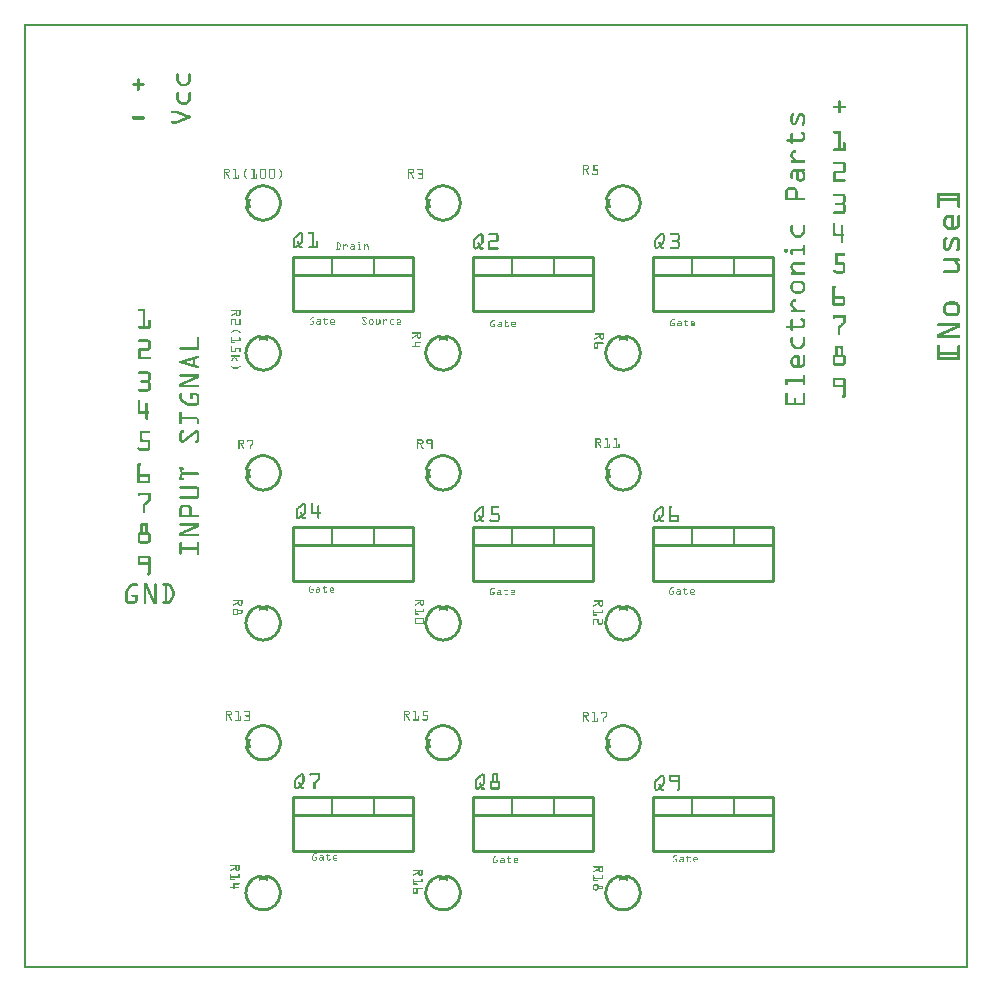
<source format=gto>
G04 MADE WITH FRITZING*
G04 WWW.FRITZING.ORG*
G04 DOUBLE SIDED*
G04 HOLES PLATED*
G04 CONTOUR ON CENTER OF CONTOUR VECTOR*
%ASAXBY*%
%FSLAX23Y23*%
%MOIN*%
%OFA0B0*%
%SFA1.0B1.0*%
%ADD10C,0.010000*%
%ADD11C,0.005000*%
%ADD12R,0.001000X0.001000*%
%LNSILK1*%
G90*
G70*
G54D10*
X898Y2372D02*
X1298Y2372D01*
D02*
X1298Y2372D02*
X1298Y2192D01*
D02*
X1298Y2192D02*
X898Y2192D01*
D02*
X898Y2192D02*
X898Y2372D01*
D02*
X898Y2372D02*
X1298Y2372D01*
D02*
X1298Y2372D02*
X1298Y2312D01*
D02*
X1298Y2312D02*
X898Y2312D01*
D02*
X898Y2312D02*
X898Y2372D01*
G54D11*
D02*
X1028Y2372D02*
X1028Y2312D01*
D02*
X1168Y2372D02*
X1168Y2312D01*
G54D10*
D02*
X898Y1472D02*
X1298Y1472D01*
D02*
X1298Y1472D02*
X1298Y1292D01*
D02*
X1298Y1292D02*
X898Y1292D01*
D02*
X898Y1292D02*
X898Y1472D01*
D02*
X898Y1472D02*
X1298Y1472D01*
D02*
X1298Y1472D02*
X1298Y1412D01*
D02*
X1298Y1412D02*
X898Y1412D01*
D02*
X898Y1412D02*
X898Y1472D01*
G54D11*
D02*
X1028Y1472D02*
X1028Y1412D01*
D02*
X1168Y1472D02*
X1168Y1412D01*
G54D10*
D02*
X898Y572D02*
X1298Y572D01*
D02*
X1298Y572D02*
X1298Y392D01*
D02*
X1298Y392D02*
X898Y392D01*
D02*
X898Y392D02*
X898Y572D01*
D02*
X898Y572D02*
X1298Y572D01*
D02*
X1298Y572D02*
X1298Y512D01*
D02*
X1298Y512D02*
X898Y512D01*
D02*
X898Y512D02*
X898Y572D01*
G54D11*
D02*
X1028Y572D02*
X1028Y512D01*
D02*
X1168Y572D02*
X1168Y512D01*
G54D10*
D02*
X2098Y2372D02*
X2498Y2372D01*
D02*
X2498Y2372D02*
X2498Y2192D01*
D02*
X2498Y2192D02*
X2098Y2192D01*
D02*
X2098Y2192D02*
X2098Y2372D01*
D02*
X2098Y2372D02*
X2498Y2372D01*
D02*
X2498Y2372D02*
X2498Y2312D01*
D02*
X2498Y2312D02*
X2098Y2312D01*
D02*
X2098Y2312D02*
X2098Y2372D01*
G54D11*
D02*
X2228Y2372D02*
X2228Y2312D01*
D02*
X2368Y2372D02*
X2368Y2312D01*
G54D10*
D02*
X2098Y572D02*
X2498Y572D01*
D02*
X2498Y572D02*
X2498Y392D01*
D02*
X2498Y392D02*
X2098Y392D01*
D02*
X2098Y392D02*
X2098Y572D01*
D02*
X2098Y572D02*
X2498Y572D01*
D02*
X2498Y572D02*
X2498Y512D01*
D02*
X2498Y512D02*
X2098Y512D01*
D02*
X2098Y512D02*
X2098Y572D01*
G54D11*
D02*
X2228Y572D02*
X2228Y512D01*
D02*
X2368Y572D02*
X2368Y512D01*
G54D10*
D02*
X2098Y1472D02*
X2498Y1472D01*
D02*
X2498Y1472D02*
X2498Y1292D01*
D02*
X2498Y1292D02*
X2098Y1292D01*
D02*
X2098Y1292D02*
X2098Y1472D01*
D02*
X2098Y1472D02*
X2498Y1472D01*
D02*
X2498Y1472D02*
X2498Y1412D01*
D02*
X2498Y1412D02*
X2098Y1412D01*
D02*
X2098Y1412D02*
X2098Y1472D01*
G54D11*
D02*
X2228Y1472D02*
X2228Y1412D01*
D02*
X2368Y1472D02*
X2368Y1412D01*
G54D10*
D02*
X1498Y2372D02*
X1898Y2372D01*
D02*
X1898Y2372D02*
X1898Y2192D01*
D02*
X1898Y2192D02*
X1498Y2192D01*
D02*
X1498Y2192D02*
X1498Y2372D01*
D02*
X1498Y2372D02*
X1898Y2372D01*
D02*
X1898Y2372D02*
X1898Y2312D01*
D02*
X1898Y2312D02*
X1498Y2312D01*
D02*
X1498Y2312D02*
X1498Y2372D01*
G54D11*
D02*
X1628Y2372D02*
X1628Y2312D01*
D02*
X1768Y2372D02*
X1768Y2312D01*
G54D10*
D02*
X1498Y1472D02*
X1898Y1472D01*
D02*
X1898Y1472D02*
X1898Y1292D01*
D02*
X1898Y1292D02*
X1498Y1292D01*
D02*
X1498Y1292D02*
X1498Y1472D01*
D02*
X1498Y1472D02*
X1898Y1472D01*
D02*
X1898Y1472D02*
X1898Y1412D01*
D02*
X1898Y1412D02*
X1498Y1412D01*
D02*
X1498Y1412D02*
X1498Y1472D01*
G54D11*
D02*
X1628Y1472D02*
X1628Y1412D01*
D02*
X1768Y1472D02*
X1768Y1412D01*
G54D10*
D02*
X1498Y572D02*
X1898Y572D01*
D02*
X1898Y572D02*
X1898Y392D01*
D02*
X1898Y392D02*
X1498Y392D01*
D02*
X1498Y392D02*
X1498Y572D01*
D02*
X1498Y572D02*
X1898Y572D01*
D02*
X1898Y572D02*
X1898Y512D01*
D02*
X1898Y512D02*
X1498Y512D01*
D02*
X1498Y512D02*
X1498Y572D01*
G54D11*
D02*
X1628Y572D02*
X1628Y512D01*
D02*
X1768Y572D02*
X1768Y512D01*
G54D12*
X0Y3150D02*
X3148Y3150D01*
X0Y3149D02*
X3148Y3149D01*
X0Y3148D02*
X3148Y3148D01*
X0Y3147D02*
X3148Y3147D01*
X0Y3146D02*
X3148Y3146D01*
X0Y3145D02*
X3148Y3145D01*
X0Y3144D02*
X3148Y3144D01*
X0Y3143D02*
X3148Y3143D01*
X0Y3142D02*
X7Y3142D01*
X3141Y3142D02*
X3148Y3142D01*
X0Y3141D02*
X7Y3141D01*
X3141Y3141D02*
X3148Y3141D01*
X0Y3140D02*
X7Y3140D01*
X3141Y3140D02*
X3148Y3140D01*
X0Y3139D02*
X7Y3139D01*
X3141Y3139D02*
X3148Y3139D01*
X0Y3138D02*
X7Y3138D01*
X3141Y3138D02*
X3148Y3138D01*
X0Y3137D02*
X7Y3137D01*
X3141Y3137D02*
X3148Y3137D01*
X0Y3136D02*
X7Y3136D01*
X3141Y3136D02*
X3148Y3136D01*
X0Y3135D02*
X7Y3135D01*
X3141Y3135D02*
X3148Y3135D01*
X0Y3134D02*
X7Y3134D01*
X3141Y3134D02*
X3148Y3134D01*
X0Y3133D02*
X7Y3133D01*
X3141Y3133D02*
X3148Y3133D01*
X0Y3132D02*
X7Y3132D01*
X3141Y3132D02*
X3148Y3132D01*
X0Y3131D02*
X7Y3131D01*
X3141Y3131D02*
X3148Y3131D01*
X0Y3130D02*
X7Y3130D01*
X3141Y3130D02*
X3148Y3130D01*
X0Y3129D02*
X7Y3129D01*
X3141Y3129D02*
X3148Y3129D01*
X0Y3128D02*
X7Y3128D01*
X3141Y3128D02*
X3148Y3128D01*
X0Y3127D02*
X7Y3127D01*
X3141Y3127D02*
X3148Y3127D01*
X0Y3126D02*
X7Y3126D01*
X3141Y3126D02*
X3148Y3126D01*
X0Y3125D02*
X7Y3125D01*
X3141Y3125D02*
X3148Y3125D01*
X0Y3124D02*
X7Y3124D01*
X3141Y3124D02*
X3148Y3124D01*
X0Y3123D02*
X7Y3123D01*
X3141Y3123D02*
X3148Y3123D01*
X0Y3122D02*
X7Y3122D01*
X3141Y3122D02*
X3148Y3122D01*
X0Y3121D02*
X7Y3121D01*
X3141Y3121D02*
X3148Y3121D01*
X0Y3120D02*
X7Y3120D01*
X3141Y3120D02*
X3148Y3120D01*
X0Y3119D02*
X7Y3119D01*
X3141Y3119D02*
X3148Y3119D01*
X0Y3118D02*
X7Y3118D01*
X3141Y3118D02*
X3148Y3118D01*
X0Y3117D02*
X7Y3117D01*
X3141Y3117D02*
X3148Y3117D01*
X0Y3116D02*
X7Y3116D01*
X3141Y3116D02*
X3148Y3116D01*
X0Y3115D02*
X7Y3115D01*
X3141Y3115D02*
X3148Y3115D01*
X0Y3114D02*
X7Y3114D01*
X3141Y3114D02*
X3148Y3114D01*
X0Y3113D02*
X7Y3113D01*
X3141Y3113D02*
X3148Y3113D01*
X0Y3112D02*
X7Y3112D01*
X3141Y3112D02*
X3148Y3112D01*
X0Y3111D02*
X7Y3111D01*
X3141Y3111D02*
X3148Y3111D01*
X0Y3110D02*
X7Y3110D01*
X3141Y3110D02*
X3148Y3110D01*
X0Y3109D02*
X7Y3109D01*
X3141Y3109D02*
X3148Y3109D01*
X0Y3108D02*
X7Y3108D01*
X3141Y3108D02*
X3148Y3108D01*
X0Y3107D02*
X7Y3107D01*
X3141Y3107D02*
X3148Y3107D01*
X0Y3106D02*
X7Y3106D01*
X3141Y3106D02*
X3148Y3106D01*
X0Y3105D02*
X7Y3105D01*
X3141Y3105D02*
X3148Y3105D01*
X0Y3104D02*
X7Y3104D01*
X3141Y3104D02*
X3148Y3104D01*
X0Y3103D02*
X7Y3103D01*
X3141Y3103D02*
X3148Y3103D01*
X0Y3102D02*
X7Y3102D01*
X3141Y3102D02*
X3148Y3102D01*
X0Y3101D02*
X7Y3101D01*
X3141Y3101D02*
X3148Y3101D01*
X0Y3100D02*
X7Y3100D01*
X3141Y3100D02*
X3148Y3100D01*
X0Y3099D02*
X7Y3099D01*
X3141Y3099D02*
X3148Y3099D01*
X0Y3098D02*
X7Y3098D01*
X3141Y3098D02*
X3148Y3098D01*
X0Y3097D02*
X7Y3097D01*
X3141Y3097D02*
X3148Y3097D01*
X0Y3096D02*
X7Y3096D01*
X3141Y3096D02*
X3148Y3096D01*
X0Y3095D02*
X7Y3095D01*
X3141Y3095D02*
X3148Y3095D01*
X0Y3094D02*
X7Y3094D01*
X3141Y3094D02*
X3148Y3094D01*
X0Y3093D02*
X7Y3093D01*
X3141Y3093D02*
X3148Y3093D01*
X0Y3092D02*
X7Y3092D01*
X3141Y3092D02*
X3148Y3092D01*
X0Y3091D02*
X7Y3091D01*
X3141Y3091D02*
X3148Y3091D01*
X0Y3090D02*
X7Y3090D01*
X3141Y3090D02*
X3148Y3090D01*
X0Y3089D02*
X7Y3089D01*
X3141Y3089D02*
X3148Y3089D01*
X0Y3088D02*
X7Y3088D01*
X3141Y3088D02*
X3148Y3088D01*
X0Y3087D02*
X7Y3087D01*
X3141Y3087D02*
X3148Y3087D01*
X0Y3086D02*
X7Y3086D01*
X3141Y3086D02*
X3148Y3086D01*
X0Y3085D02*
X7Y3085D01*
X3141Y3085D02*
X3148Y3085D01*
X0Y3084D02*
X7Y3084D01*
X3141Y3084D02*
X3148Y3084D01*
X0Y3083D02*
X7Y3083D01*
X3141Y3083D02*
X3148Y3083D01*
X0Y3082D02*
X7Y3082D01*
X3141Y3082D02*
X3148Y3082D01*
X0Y3081D02*
X7Y3081D01*
X3141Y3081D02*
X3148Y3081D01*
X0Y3080D02*
X7Y3080D01*
X3141Y3080D02*
X3148Y3080D01*
X0Y3079D02*
X7Y3079D01*
X3141Y3079D02*
X3148Y3079D01*
X0Y3078D02*
X7Y3078D01*
X3141Y3078D02*
X3148Y3078D01*
X0Y3077D02*
X7Y3077D01*
X3141Y3077D02*
X3148Y3077D01*
X0Y3076D02*
X7Y3076D01*
X3141Y3076D02*
X3148Y3076D01*
X0Y3075D02*
X7Y3075D01*
X3141Y3075D02*
X3148Y3075D01*
X0Y3074D02*
X7Y3074D01*
X3141Y3074D02*
X3148Y3074D01*
X0Y3073D02*
X7Y3073D01*
X3141Y3073D02*
X3148Y3073D01*
X0Y3072D02*
X7Y3072D01*
X3141Y3072D02*
X3148Y3072D01*
X0Y3071D02*
X7Y3071D01*
X3141Y3071D02*
X3148Y3071D01*
X0Y3070D02*
X7Y3070D01*
X3141Y3070D02*
X3148Y3070D01*
X0Y3069D02*
X7Y3069D01*
X3141Y3069D02*
X3148Y3069D01*
X0Y3068D02*
X7Y3068D01*
X3141Y3068D02*
X3148Y3068D01*
X0Y3067D02*
X7Y3067D01*
X3141Y3067D02*
X3148Y3067D01*
X0Y3066D02*
X7Y3066D01*
X3141Y3066D02*
X3148Y3066D01*
X0Y3065D02*
X7Y3065D01*
X3141Y3065D02*
X3148Y3065D01*
X0Y3064D02*
X7Y3064D01*
X3141Y3064D02*
X3148Y3064D01*
X0Y3063D02*
X7Y3063D01*
X3141Y3063D02*
X3148Y3063D01*
X0Y3062D02*
X7Y3062D01*
X3141Y3062D02*
X3148Y3062D01*
X0Y3061D02*
X7Y3061D01*
X3141Y3061D02*
X3148Y3061D01*
X0Y3060D02*
X7Y3060D01*
X3141Y3060D02*
X3148Y3060D01*
X0Y3059D02*
X7Y3059D01*
X3141Y3059D02*
X3148Y3059D01*
X0Y3058D02*
X7Y3058D01*
X3141Y3058D02*
X3148Y3058D01*
X0Y3057D02*
X7Y3057D01*
X3141Y3057D02*
X3148Y3057D01*
X0Y3056D02*
X7Y3056D01*
X3141Y3056D02*
X3148Y3056D01*
X0Y3055D02*
X7Y3055D01*
X3141Y3055D02*
X3148Y3055D01*
X0Y3054D02*
X7Y3054D01*
X3141Y3054D02*
X3148Y3054D01*
X0Y3053D02*
X7Y3053D01*
X3141Y3053D02*
X3148Y3053D01*
X0Y3052D02*
X7Y3052D01*
X3141Y3052D02*
X3148Y3052D01*
X0Y3051D02*
X7Y3051D01*
X3141Y3051D02*
X3148Y3051D01*
X0Y3050D02*
X7Y3050D01*
X3141Y3050D02*
X3148Y3050D01*
X0Y3049D02*
X7Y3049D01*
X3141Y3049D02*
X3148Y3049D01*
X0Y3048D02*
X7Y3048D01*
X3141Y3048D02*
X3148Y3048D01*
X0Y3047D02*
X7Y3047D01*
X3141Y3047D02*
X3148Y3047D01*
X0Y3046D02*
X7Y3046D01*
X3141Y3046D02*
X3148Y3046D01*
X0Y3045D02*
X7Y3045D01*
X3141Y3045D02*
X3148Y3045D01*
X0Y3044D02*
X7Y3044D01*
X3141Y3044D02*
X3148Y3044D01*
X0Y3043D02*
X7Y3043D01*
X3141Y3043D02*
X3148Y3043D01*
X0Y3042D02*
X7Y3042D01*
X3141Y3042D02*
X3148Y3042D01*
X0Y3041D02*
X7Y3041D01*
X3141Y3041D02*
X3148Y3041D01*
X0Y3040D02*
X7Y3040D01*
X3141Y3040D02*
X3148Y3040D01*
X0Y3039D02*
X7Y3039D01*
X3141Y3039D02*
X3148Y3039D01*
X0Y3038D02*
X7Y3038D01*
X3141Y3038D02*
X3148Y3038D01*
X0Y3037D02*
X7Y3037D01*
X3141Y3037D02*
X3148Y3037D01*
X0Y3036D02*
X7Y3036D01*
X3141Y3036D02*
X3148Y3036D01*
X0Y3035D02*
X7Y3035D01*
X3141Y3035D02*
X3148Y3035D01*
X0Y3034D02*
X7Y3034D01*
X3141Y3034D02*
X3148Y3034D01*
X0Y3033D02*
X7Y3033D01*
X3141Y3033D02*
X3148Y3033D01*
X0Y3032D02*
X7Y3032D01*
X3141Y3032D02*
X3148Y3032D01*
X0Y3031D02*
X7Y3031D01*
X3141Y3031D02*
X3148Y3031D01*
X0Y3030D02*
X7Y3030D01*
X3141Y3030D02*
X3148Y3030D01*
X0Y3029D02*
X7Y3029D01*
X3141Y3029D02*
X3148Y3029D01*
X0Y3028D02*
X7Y3028D01*
X3141Y3028D02*
X3148Y3028D01*
X0Y3027D02*
X7Y3027D01*
X3141Y3027D02*
X3148Y3027D01*
X0Y3026D02*
X7Y3026D01*
X3141Y3026D02*
X3148Y3026D01*
X0Y3025D02*
X7Y3025D01*
X3141Y3025D02*
X3148Y3025D01*
X0Y3024D02*
X7Y3024D01*
X3141Y3024D02*
X3148Y3024D01*
X0Y3023D02*
X7Y3023D01*
X3141Y3023D02*
X3148Y3023D01*
X0Y3022D02*
X7Y3022D01*
X3141Y3022D02*
X3148Y3022D01*
X0Y3021D02*
X7Y3021D01*
X3141Y3021D02*
X3148Y3021D01*
X0Y3020D02*
X7Y3020D01*
X3141Y3020D02*
X3148Y3020D01*
X0Y3019D02*
X7Y3019D01*
X3141Y3019D02*
X3148Y3019D01*
X0Y3018D02*
X7Y3018D01*
X3141Y3018D02*
X3148Y3018D01*
X0Y3017D02*
X7Y3017D01*
X3141Y3017D02*
X3148Y3017D01*
X0Y3016D02*
X7Y3016D01*
X3141Y3016D02*
X3148Y3016D01*
X0Y3015D02*
X7Y3015D01*
X3141Y3015D02*
X3148Y3015D01*
X0Y3014D02*
X7Y3014D01*
X3141Y3014D02*
X3148Y3014D01*
X0Y3013D02*
X7Y3013D01*
X3141Y3013D02*
X3148Y3013D01*
X0Y3012D02*
X7Y3012D01*
X3141Y3012D02*
X3148Y3012D01*
X0Y3011D02*
X7Y3011D01*
X3141Y3011D02*
X3148Y3011D01*
X0Y3010D02*
X7Y3010D01*
X3141Y3010D02*
X3148Y3010D01*
X0Y3009D02*
X7Y3009D01*
X3141Y3009D02*
X3148Y3009D01*
X0Y3008D02*
X7Y3008D01*
X3141Y3008D02*
X3148Y3008D01*
X0Y3007D02*
X7Y3007D01*
X3141Y3007D02*
X3148Y3007D01*
X0Y3006D02*
X7Y3006D01*
X3141Y3006D02*
X3148Y3006D01*
X0Y3005D02*
X7Y3005D01*
X3141Y3005D02*
X3148Y3005D01*
X0Y3004D02*
X7Y3004D01*
X3141Y3004D02*
X3148Y3004D01*
X0Y3003D02*
X7Y3003D01*
X3141Y3003D02*
X3148Y3003D01*
X0Y3002D02*
X7Y3002D01*
X3141Y3002D02*
X3148Y3002D01*
X0Y3001D02*
X7Y3001D01*
X3141Y3001D02*
X3148Y3001D01*
X0Y3000D02*
X7Y3000D01*
X3141Y3000D02*
X3148Y3000D01*
X0Y2999D02*
X7Y2999D01*
X3141Y2999D02*
X3148Y2999D01*
X0Y2998D02*
X7Y2998D01*
X3141Y2998D02*
X3148Y2998D01*
X0Y2997D02*
X7Y2997D01*
X3141Y2997D02*
X3148Y2997D01*
X0Y2996D02*
X7Y2996D01*
X3141Y2996D02*
X3148Y2996D01*
X0Y2995D02*
X7Y2995D01*
X3141Y2995D02*
X3148Y2995D01*
X0Y2994D02*
X7Y2994D01*
X3141Y2994D02*
X3148Y2994D01*
X0Y2993D02*
X7Y2993D01*
X3141Y2993D02*
X3148Y2993D01*
X0Y2992D02*
X7Y2992D01*
X3141Y2992D02*
X3148Y2992D01*
X0Y2991D02*
X7Y2991D01*
X3141Y2991D02*
X3148Y2991D01*
X0Y2990D02*
X7Y2990D01*
X3141Y2990D02*
X3148Y2990D01*
X0Y2989D02*
X7Y2989D01*
X3141Y2989D02*
X3148Y2989D01*
X0Y2988D02*
X7Y2988D01*
X3141Y2988D02*
X3148Y2988D01*
X0Y2987D02*
X7Y2987D01*
X3141Y2987D02*
X3148Y2987D01*
X0Y2986D02*
X7Y2986D01*
X3141Y2986D02*
X3148Y2986D01*
X0Y2985D02*
X7Y2985D01*
X3141Y2985D02*
X3148Y2985D01*
X0Y2984D02*
X7Y2984D01*
X511Y2984D02*
X515Y2984D01*
X552Y2984D02*
X555Y2984D01*
X3141Y2984D02*
X3148Y2984D01*
X0Y2983D02*
X7Y2983D01*
X510Y2983D02*
X516Y2983D01*
X550Y2983D02*
X556Y2983D01*
X3141Y2983D02*
X3148Y2983D01*
X0Y2982D02*
X7Y2982D01*
X510Y2982D02*
X516Y2982D01*
X550Y2982D02*
X557Y2982D01*
X3141Y2982D02*
X3148Y2982D01*
X0Y2981D02*
X7Y2981D01*
X509Y2981D02*
X517Y2981D01*
X549Y2981D02*
X557Y2981D01*
X3141Y2981D02*
X3148Y2981D01*
X0Y2980D02*
X7Y2980D01*
X509Y2980D02*
X517Y2980D01*
X549Y2980D02*
X557Y2980D01*
X3141Y2980D02*
X3148Y2980D01*
X0Y2979D02*
X7Y2979D01*
X509Y2979D02*
X517Y2979D01*
X549Y2979D02*
X557Y2979D01*
X3141Y2979D02*
X3148Y2979D01*
X0Y2978D02*
X7Y2978D01*
X509Y2978D02*
X517Y2978D01*
X549Y2978D02*
X557Y2978D01*
X3141Y2978D02*
X3148Y2978D01*
X0Y2977D02*
X7Y2977D01*
X509Y2977D02*
X517Y2977D01*
X549Y2977D02*
X557Y2977D01*
X3141Y2977D02*
X3148Y2977D01*
X0Y2976D02*
X7Y2976D01*
X509Y2976D02*
X517Y2976D01*
X549Y2976D02*
X557Y2976D01*
X3141Y2976D02*
X3148Y2976D01*
X0Y2975D02*
X7Y2975D01*
X509Y2975D02*
X517Y2975D01*
X549Y2975D02*
X557Y2975D01*
X3141Y2975D02*
X3148Y2975D01*
X0Y2974D02*
X7Y2974D01*
X509Y2974D02*
X517Y2974D01*
X549Y2974D02*
X557Y2974D01*
X3141Y2974D02*
X3148Y2974D01*
X0Y2973D02*
X7Y2973D01*
X509Y2973D02*
X517Y2973D01*
X549Y2973D02*
X557Y2973D01*
X3141Y2973D02*
X3148Y2973D01*
X0Y2972D02*
X7Y2972D01*
X509Y2972D02*
X517Y2972D01*
X549Y2972D02*
X557Y2972D01*
X3141Y2972D02*
X3148Y2972D01*
X0Y2971D02*
X7Y2971D01*
X509Y2971D02*
X517Y2971D01*
X549Y2971D02*
X557Y2971D01*
X3141Y2971D02*
X3148Y2971D01*
X0Y2970D02*
X7Y2970D01*
X509Y2970D02*
X517Y2970D01*
X549Y2970D02*
X557Y2970D01*
X3141Y2970D02*
X3148Y2970D01*
X0Y2969D02*
X7Y2969D01*
X509Y2969D02*
X517Y2969D01*
X549Y2969D02*
X557Y2969D01*
X3141Y2969D02*
X3148Y2969D01*
X0Y2968D02*
X7Y2968D01*
X381Y2968D02*
X384Y2968D01*
X509Y2968D02*
X517Y2968D01*
X549Y2968D02*
X557Y2968D01*
X3141Y2968D02*
X3148Y2968D01*
X0Y2967D02*
X7Y2967D01*
X380Y2967D02*
X385Y2967D01*
X509Y2967D02*
X517Y2967D01*
X549Y2967D02*
X557Y2967D01*
X3141Y2967D02*
X3148Y2967D01*
X0Y2966D02*
X7Y2966D01*
X379Y2966D02*
X386Y2966D01*
X509Y2966D02*
X517Y2966D01*
X549Y2966D02*
X557Y2966D01*
X3141Y2966D02*
X3148Y2966D01*
X0Y2965D02*
X7Y2965D01*
X379Y2965D02*
X386Y2965D01*
X509Y2965D02*
X517Y2965D01*
X549Y2965D02*
X557Y2965D01*
X3141Y2965D02*
X3148Y2965D01*
X0Y2964D02*
X7Y2964D01*
X379Y2964D02*
X386Y2964D01*
X509Y2964D02*
X517Y2964D01*
X549Y2964D02*
X557Y2964D01*
X3141Y2964D02*
X3148Y2964D01*
X0Y2963D02*
X7Y2963D01*
X379Y2963D02*
X386Y2963D01*
X509Y2963D02*
X517Y2963D01*
X549Y2963D02*
X557Y2963D01*
X3141Y2963D02*
X3148Y2963D01*
X0Y2962D02*
X7Y2962D01*
X379Y2962D02*
X386Y2962D01*
X509Y2962D02*
X517Y2962D01*
X549Y2962D02*
X557Y2962D01*
X3141Y2962D02*
X3148Y2962D01*
X0Y2961D02*
X7Y2961D01*
X379Y2961D02*
X386Y2961D01*
X509Y2961D02*
X517Y2961D01*
X549Y2961D02*
X557Y2961D01*
X3141Y2961D02*
X3148Y2961D01*
X0Y2960D02*
X7Y2960D01*
X379Y2960D02*
X386Y2960D01*
X509Y2960D02*
X517Y2960D01*
X549Y2960D02*
X557Y2960D01*
X3141Y2960D02*
X3148Y2960D01*
X0Y2959D02*
X7Y2959D01*
X379Y2959D02*
X386Y2959D01*
X510Y2959D02*
X518Y2959D01*
X548Y2959D02*
X557Y2959D01*
X3141Y2959D02*
X3148Y2959D01*
X0Y2958D02*
X7Y2958D01*
X379Y2958D02*
X386Y2958D01*
X510Y2958D02*
X519Y2958D01*
X547Y2958D02*
X556Y2958D01*
X3141Y2958D02*
X3148Y2958D01*
X0Y2957D02*
X7Y2957D01*
X379Y2957D02*
X386Y2957D01*
X510Y2957D02*
X520Y2957D01*
X546Y2957D02*
X556Y2957D01*
X3141Y2957D02*
X3148Y2957D01*
X0Y2956D02*
X7Y2956D01*
X379Y2956D02*
X386Y2956D01*
X511Y2956D02*
X521Y2956D01*
X545Y2956D02*
X556Y2956D01*
X3141Y2956D02*
X3148Y2956D01*
X0Y2955D02*
X7Y2955D01*
X379Y2955D02*
X386Y2955D01*
X511Y2955D02*
X522Y2955D01*
X545Y2955D02*
X555Y2955D01*
X3141Y2955D02*
X3148Y2955D01*
X0Y2954D02*
X7Y2954D01*
X379Y2954D02*
X386Y2954D01*
X512Y2954D02*
X523Y2954D01*
X544Y2954D02*
X554Y2954D01*
X3141Y2954D02*
X3148Y2954D01*
X0Y2953D02*
X7Y2953D01*
X379Y2953D02*
X386Y2953D01*
X513Y2953D02*
X523Y2953D01*
X543Y2953D02*
X553Y2953D01*
X3141Y2953D02*
X3148Y2953D01*
X0Y2952D02*
X7Y2952D01*
X378Y2952D02*
X386Y2952D01*
X513Y2952D02*
X524Y2952D01*
X542Y2952D02*
X552Y2952D01*
X3141Y2952D02*
X3148Y2952D01*
X0Y2951D02*
X7Y2951D01*
X364Y2951D02*
X401Y2951D01*
X514Y2951D02*
X525Y2951D01*
X541Y2951D02*
X552Y2951D01*
X3141Y2951D02*
X3148Y2951D01*
X0Y2950D02*
X7Y2950D01*
X363Y2950D02*
X402Y2950D01*
X515Y2950D02*
X551Y2950D01*
X3141Y2950D02*
X3148Y2950D01*
X0Y2949D02*
X7Y2949D01*
X362Y2949D02*
X403Y2949D01*
X516Y2949D02*
X550Y2949D01*
X3141Y2949D02*
X3148Y2949D01*
X0Y2948D02*
X7Y2948D01*
X362Y2948D02*
X403Y2948D01*
X517Y2948D02*
X549Y2948D01*
X3141Y2948D02*
X3148Y2948D01*
X0Y2947D02*
X7Y2947D01*
X362Y2947D02*
X403Y2947D01*
X518Y2947D02*
X548Y2947D01*
X3141Y2947D02*
X3148Y2947D01*
X0Y2946D02*
X7Y2946D01*
X362Y2946D02*
X403Y2946D01*
X519Y2946D02*
X547Y2946D01*
X3141Y2946D02*
X3148Y2946D01*
X0Y2945D02*
X7Y2945D01*
X363Y2945D02*
X402Y2945D01*
X520Y2945D02*
X546Y2945D01*
X3141Y2945D02*
X3148Y2945D01*
X0Y2944D02*
X7Y2944D01*
X364Y2944D02*
X401Y2944D01*
X521Y2944D02*
X545Y2944D01*
X3141Y2944D02*
X3148Y2944D01*
X0Y2943D02*
X7Y2943D01*
X378Y2943D02*
X386Y2943D01*
X523Y2943D02*
X543Y2943D01*
X3141Y2943D02*
X3148Y2943D01*
X0Y2942D02*
X7Y2942D01*
X379Y2942D02*
X386Y2942D01*
X527Y2942D02*
X540Y2942D01*
X3141Y2942D02*
X3148Y2942D01*
X0Y2941D02*
X7Y2941D01*
X379Y2941D02*
X386Y2941D01*
X3141Y2941D02*
X3148Y2941D01*
X0Y2940D02*
X7Y2940D01*
X379Y2940D02*
X386Y2940D01*
X3141Y2940D02*
X3148Y2940D01*
X0Y2939D02*
X7Y2939D01*
X379Y2939D02*
X386Y2939D01*
X3141Y2939D02*
X3148Y2939D01*
X0Y2938D02*
X7Y2938D01*
X379Y2938D02*
X386Y2938D01*
X3141Y2938D02*
X3148Y2938D01*
X0Y2937D02*
X7Y2937D01*
X379Y2937D02*
X386Y2937D01*
X3141Y2937D02*
X3148Y2937D01*
X0Y2936D02*
X7Y2936D01*
X379Y2936D02*
X386Y2936D01*
X3141Y2936D02*
X3148Y2936D01*
X0Y2935D02*
X7Y2935D01*
X379Y2935D02*
X386Y2935D01*
X3141Y2935D02*
X3148Y2935D01*
X0Y2934D02*
X7Y2934D01*
X379Y2934D02*
X386Y2934D01*
X3141Y2934D02*
X3148Y2934D01*
X0Y2933D02*
X7Y2933D01*
X379Y2933D02*
X386Y2933D01*
X3141Y2933D02*
X3148Y2933D01*
X0Y2932D02*
X7Y2932D01*
X379Y2932D02*
X386Y2932D01*
X3141Y2932D02*
X3148Y2932D01*
X0Y2931D02*
X7Y2931D01*
X379Y2931D02*
X386Y2931D01*
X3141Y2931D02*
X3148Y2931D01*
X0Y2930D02*
X7Y2930D01*
X379Y2930D02*
X386Y2930D01*
X3141Y2930D02*
X3148Y2930D01*
X0Y2929D02*
X7Y2929D01*
X379Y2929D02*
X386Y2929D01*
X3141Y2929D02*
X3148Y2929D01*
X0Y2928D02*
X7Y2928D01*
X379Y2928D02*
X385Y2928D01*
X3141Y2928D02*
X3148Y2928D01*
X0Y2927D02*
X7Y2927D01*
X381Y2927D02*
X384Y2927D01*
X3141Y2927D02*
X3148Y2927D01*
X0Y2926D02*
X7Y2926D01*
X3141Y2926D02*
X3148Y2926D01*
X0Y2925D02*
X7Y2925D01*
X3141Y2925D02*
X3148Y2925D01*
X0Y2924D02*
X7Y2924D01*
X3141Y2924D02*
X3148Y2924D01*
X0Y2923D02*
X7Y2923D01*
X3141Y2923D02*
X3148Y2923D01*
X0Y2922D02*
X7Y2922D01*
X512Y2922D02*
X514Y2922D01*
X552Y2922D02*
X555Y2922D01*
X3141Y2922D02*
X3148Y2922D01*
X0Y2921D02*
X7Y2921D01*
X510Y2921D02*
X516Y2921D01*
X551Y2921D02*
X556Y2921D01*
X3141Y2921D02*
X3148Y2921D01*
X0Y2920D02*
X7Y2920D01*
X510Y2920D02*
X516Y2920D01*
X550Y2920D02*
X557Y2920D01*
X3141Y2920D02*
X3148Y2920D01*
X0Y2919D02*
X7Y2919D01*
X509Y2919D02*
X517Y2919D01*
X550Y2919D02*
X557Y2919D01*
X3141Y2919D02*
X3148Y2919D01*
X0Y2918D02*
X7Y2918D01*
X509Y2918D02*
X517Y2918D01*
X549Y2918D02*
X557Y2918D01*
X3141Y2918D02*
X3148Y2918D01*
X0Y2917D02*
X7Y2917D01*
X509Y2917D02*
X517Y2917D01*
X549Y2917D02*
X557Y2917D01*
X3141Y2917D02*
X3148Y2917D01*
X0Y2916D02*
X7Y2916D01*
X509Y2916D02*
X517Y2916D01*
X549Y2916D02*
X557Y2916D01*
X3141Y2916D02*
X3148Y2916D01*
X0Y2915D02*
X7Y2915D01*
X509Y2915D02*
X517Y2915D01*
X549Y2915D02*
X557Y2915D01*
X3141Y2915D02*
X3148Y2915D01*
X0Y2914D02*
X7Y2914D01*
X509Y2914D02*
X517Y2914D01*
X549Y2914D02*
X557Y2914D01*
X3141Y2914D02*
X3148Y2914D01*
X0Y2913D02*
X7Y2913D01*
X509Y2913D02*
X517Y2913D01*
X549Y2913D02*
X557Y2913D01*
X3141Y2913D02*
X3148Y2913D01*
X0Y2912D02*
X7Y2912D01*
X509Y2912D02*
X517Y2912D01*
X549Y2912D02*
X557Y2912D01*
X3141Y2912D02*
X3148Y2912D01*
X0Y2911D02*
X7Y2911D01*
X509Y2911D02*
X517Y2911D01*
X549Y2911D02*
X557Y2911D01*
X3141Y2911D02*
X3148Y2911D01*
X0Y2910D02*
X7Y2910D01*
X509Y2910D02*
X517Y2910D01*
X549Y2910D02*
X557Y2910D01*
X3141Y2910D02*
X3148Y2910D01*
X0Y2909D02*
X7Y2909D01*
X509Y2909D02*
X517Y2909D01*
X549Y2909D02*
X557Y2909D01*
X3141Y2909D02*
X3148Y2909D01*
X0Y2908D02*
X7Y2908D01*
X509Y2908D02*
X517Y2908D01*
X549Y2908D02*
X557Y2908D01*
X3141Y2908D02*
X3148Y2908D01*
X0Y2907D02*
X7Y2907D01*
X509Y2907D02*
X517Y2907D01*
X549Y2907D02*
X557Y2907D01*
X3141Y2907D02*
X3148Y2907D01*
X0Y2906D02*
X7Y2906D01*
X509Y2906D02*
X517Y2906D01*
X549Y2906D02*
X557Y2906D01*
X3141Y2906D02*
X3148Y2906D01*
X0Y2905D02*
X7Y2905D01*
X509Y2905D02*
X517Y2905D01*
X549Y2905D02*
X557Y2905D01*
X3141Y2905D02*
X3148Y2905D01*
X0Y2904D02*
X7Y2904D01*
X509Y2904D02*
X517Y2904D01*
X549Y2904D02*
X557Y2904D01*
X3141Y2904D02*
X3148Y2904D01*
X0Y2903D02*
X7Y2903D01*
X509Y2903D02*
X517Y2903D01*
X549Y2903D02*
X557Y2903D01*
X3141Y2903D02*
X3148Y2903D01*
X0Y2902D02*
X7Y2902D01*
X509Y2902D02*
X517Y2902D01*
X549Y2902D02*
X557Y2902D01*
X3141Y2902D02*
X3148Y2902D01*
X0Y2901D02*
X7Y2901D01*
X509Y2901D02*
X517Y2901D01*
X549Y2901D02*
X557Y2901D01*
X3141Y2901D02*
X3148Y2901D01*
X0Y2900D02*
X7Y2900D01*
X509Y2900D02*
X517Y2900D01*
X549Y2900D02*
X557Y2900D01*
X3141Y2900D02*
X3148Y2900D01*
X0Y2899D02*
X7Y2899D01*
X509Y2899D02*
X517Y2899D01*
X549Y2899D02*
X557Y2899D01*
X3141Y2899D02*
X3148Y2899D01*
X0Y2898D02*
X7Y2898D01*
X509Y2898D02*
X517Y2898D01*
X549Y2898D02*
X557Y2898D01*
X3141Y2898D02*
X3148Y2898D01*
X0Y2897D02*
X7Y2897D01*
X510Y2897D02*
X518Y2897D01*
X548Y2897D02*
X557Y2897D01*
X3141Y2897D02*
X3148Y2897D01*
X0Y2896D02*
X7Y2896D01*
X510Y2896D02*
X519Y2896D01*
X547Y2896D02*
X556Y2896D01*
X3141Y2896D02*
X3148Y2896D01*
X0Y2895D02*
X7Y2895D01*
X510Y2895D02*
X520Y2895D01*
X546Y2895D02*
X556Y2895D01*
X3141Y2895D02*
X3148Y2895D01*
X0Y2894D02*
X7Y2894D01*
X511Y2894D02*
X521Y2894D01*
X546Y2894D02*
X556Y2894D01*
X2719Y2894D02*
X2720Y2894D01*
X3141Y2894D02*
X3148Y2894D01*
X0Y2893D02*
X7Y2893D01*
X511Y2893D02*
X522Y2893D01*
X545Y2893D02*
X555Y2893D01*
X2717Y2893D02*
X2722Y2893D01*
X3141Y2893D02*
X3148Y2893D01*
X0Y2892D02*
X7Y2892D01*
X512Y2892D02*
X522Y2892D01*
X544Y2892D02*
X554Y2892D01*
X2716Y2892D02*
X2722Y2892D01*
X3141Y2892D02*
X3148Y2892D01*
X0Y2891D02*
X7Y2891D01*
X512Y2891D02*
X523Y2891D01*
X543Y2891D02*
X553Y2891D01*
X2716Y2891D02*
X2723Y2891D01*
X3141Y2891D02*
X3148Y2891D01*
X0Y2890D02*
X7Y2890D01*
X513Y2890D02*
X524Y2890D01*
X542Y2890D02*
X553Y2890D01*
X2715Y2890D02*
X2723Y2890D01*
X3141Y2890D02*
X3148Y2890D01*
X0Y2889D02*
X7Y2889D01*
X514Y2889D02*
X525Y2889D01*
X541Y2889D02*
X552Y2889D01*
X2715Y2889D02*
X2723Y2889D01*
X3141Y2889D02*
X3148Y2889D01*
X0Y2888D02*
X7Y2888D01*
X515Y2888D02*
X551Y2888D01*
X2715Y2888D02*
X2723Y2888D01*
X3141Y2888D02*
X3148Y2888D01*
X0Y2887D02*
X7Y2887D01*
X516Y2887D02*
X550Y2887D01*
X2715Y2887D02*
X2723Y2887D01*
X3141Y2887D02*
X3148Y2887D01*
X0Y2886D02*
X7Y2886D01*
X517Y2886D02*
X549Y2886D01*
X2715Y2886D02*
X2723Y2886D01*
X3141Y2886D02*
X3148Y2886D01*
X0Y2885D02*
X7Y2885D01*
X518Y2885D02*
X548Y2885D01*
X2715Y2885D02*
X2723Y2885D01*
X3141Y2885D02*
X3148Y2885D01*
X0Y2884D02*
X7Y2884D01*
X519Y2884D02*
X547Y2884D01*
X2715Y2884D02*
X2723Y2884D01*
X3141Y2884D02*
X3148Y2884D01*
X0Y2883D02*
X7Y2883D01*
X520Y2883D02*
X546Y2883D01*
X2715Y2883D02*
X2723Y2883D01*
X3141Y2883D02*
X3148Y2883D01*
X0Y2882D02*
X7Y2882D01*
X521Y2882D02*
X545Y2882D01*
X2715Y2882D02*
X2723Y2882D01*
X3141Y2882D02*
X3148Y2882D01*
X0Y2881D02*
X7Y2881D01*
X523Y2881D02*
X544Y2881D01*
X2715Y2881D02*
X2723Y2881D01*
X3141Y2881D02*
X3148Y2881D01*
X0Y2880D02*
X7Y2880D01*
X526Y2880D02*
X541Y2880D01*
X2715Y2880D02*
X2723Y2880D01*
X3141Y2880D02*
X3148Y2880D01*
X0Y2879D02*
X7Y2879D01*
X2715Y2879D02*
X2723Y2879D01*
X3141Y2879D02*
X3148Y2879D01*
X0Y2878D02*
X7Y2878D01*
X2715Y2878D02*
X2723Y2878D01*
X3141Y2878D02*
X3148Y2878D01*
X0Y2877D02*
X7Y2877D01*
X2702Y2877D02*
X2737Y2877D01*
X3141Y2877D02*
X3148Y2877D01*
X0Y2876D02*
X7Y2876D01*
X2700Y2876D02*
X2739Y2876D01*
X3141Y2876D02*
X3148Y2876D01*
X0Y2875D02*
X7Y2875D01*
X2699Y2875D02*
X2740Y2875D01*
X3141Y2875D02*
X3148Y2875D01*
X0Y2874D02*
X7Y2874D01*
X2699Y2874D02*
X2740Y2874D01*
X3141Y2874D02*
X3148Y2874D01*
X0Y2873D02*
X7Y2873D01*
X2698Y2873D02*
X2740Y2873D01*
X3141Y2873D02*
X3148Y2873D01*
X0Y2872D02*
X7Y2872D01*
X2699Y2872D02*
X2740Y2872D01*
X3141Y2872D02*
X3148Y2872D01*
X0Y2871D02*
X7Y2871D01*
X2699Y2871D02*
X2740Y2871D01*
X3141Y2871D02*
X3148Y2871D01*
X0Y2870D02*
X7Y2870D01*
X2699Y2870D02*
X2739Y2870D01*
X3141Y2870D02*
X3148Y2870D01*
X0Y2869D02*
X7Y2869D01*
X2701Y2869D02*
X2738Y2869D01*
X3141Y2869D02*
X3148Y2869D01*
X0Y2868D02*
X7Y2868D01*
X2715Y2868D02*
X2723Y2868D01*
X3141Y2868D02*
X3148Y2868D01*
X0Y2867D02*
X7Y2867D01*
X2715Y2867D02*
X2723Y2867D01*
X3141Y2867D02*
X3148Y2867D01*
X0Y2866D02*
X7Y2866D01*
X2715Y2866D02*
X2723Y2866D01*
X3141Y2866D02*
X3148Y2866D01*
X0Y2865D02*
X7Y2865D01*
X2715Y2865D02*
X2723Y2865D01*
X3141Y2865D02*
X3148Y2865D01*
X0Y2864D02*
X7Y2864D01*
X2715Y2864D02*
X2723Y2864D01*
X3141Y2864D02*
X3148Y2864D01*
X0Y2863D02*
X7Y2863D01*
X2715Y2863D02*
X2723Y2863D01*
X3141Y2863D02*
X3148Y2863D01*
X0Y2862D02*
X7Y2862D01*
X2715Y2862D02*
X2723Y2862D01*
X3141Y2862D02*
X3148Y2862D01*
X0Y2861D02*
X7Y2861D01*
X2715Y2861D02*
X2723Y2861D01*
X3141Y2861D02*
X3148Y2861D01*
X0Y2860D02*
X7Y2860D01*
X494Y2860D02*
X511Y2860D01*
X2715Y2860D02*
X2723Y2860D01*
X3141Y2860D02*
X3148Y2860D01*
X0Y2859D02*
X7Y2859D01*
X492Y2859D02*
X513Y2859D01*
X2715Y2859D02*
X2723Y2859D01*
X3141Y2859D02*
X3148Y2859D01*
X0Y2858D02*
X7Y2858D01*
X492Y2858D02*
X516Y2858D01*
X2715Y2858D02*
X2723Y2858D01*
X3141Y2858D02*
X3148Y2858D01*
X0Y2857D02*
X7Y2857D01*
X491Y2857D02*
X518Y2857D01*
X2715Y2857D02*
X2723Y2857D01*
X3141Y2857D02*
X3148Y2857D01*
X0Y2856D02*
X7Y2856D01*
X491Y2856D02*
X521Y2856D01*
X2715Y2856D02*
X2723Y2856D01*
X3141Y2856D02*
X3148Y2856D01*
X0Y2855D02*
X7Y2855D01*
X491Y2855D02*
X523Y2855D01*
X2716Y2855D02*
X2723Y2855D01*
X3141Y2855D02*
X3148Y2855D01*
X0Y2854D02*
X7Y2854D01*
X492Y2854D02*
X526Y2854D01*
X2716Y2854D02*
X2723Y2854D01*
X3141Y2854D02*
X3148Y2854D01*
X0Y2853D02*
X7Y2853D01*
X492Y2853D02*
X529Y2853D01*
X2716Y2853D02*
X2722Y2853D01*
X3141Y2853D02*
X3148Y2853D01*
X0Y2852D02*
X7Y2852D01*
X494Y2852D02*
X531Y2852D01*
X2587Y2852D02*
X2596Y2852D01*
X2718Y2852D02*
X2721Y2852D01*
X3141Y2852D02*
X3148Y2852D01*
X0Y2851D02*
X7Y2851D01*
X511Y2851D02*
X534Y2851D01*
X2562Y2851D02*
X2566Y2851D01*
X2585Y2851D02*
X2598Y2851D01*
X3141Y2851D02*
X3148Y2851D01*
X0Y2850D02*
X7Y2850D01*
X513Y2850D02*
X536Y2850D01*
X2561Y2850D02*
X2567Y2850D01*
X2584Y2850D02*
X2599Y2850D01*
X3141Y2850D02*
X3148Y2850D01*
X0Y2849D02*
X7Y2849D01*
X516Y2849D02*
X539Y2849D01*
X2560Y2849D02*
X2568Y2849D01*
X2583Y2849D02*
X2600Y2849D01*
X3141Y2849D02*
X3148Y2849D01*
X0Y2848D02*
X7Y2848D01*
X518Y2848D02*
X541Y2848D01*
X2559Y2848D02*
X2568Y2848D01*
X2582Y2848D02*
X2601Y2848D01*
X3141Y2848D02*
X3148Y2848D01*
X0Y2847D02*
X7Y2847D01*
X521Y2847D02*
X544Y2847D01*
X2558Y2847D02*
X2568Y2847D01*
X2581Y2847D02*
X2602Y2847D01*
X3141Y2847D02*
X3148Y2847D01*
X0Y2846D02*
X7Y2846D01*
X524Y2846D02*
X547Y2846D01*
X2558Y2846D02*
X2567Y2846D01*
X2580Y2846D02*
X2603Y2846D01*
X3141Y2846D02*
X3148Y2846D01*
X0Y2845D02*
X7Y2845D01*
X526Y2845D02*
X549Y2845D01*
X2557Y2845D02*
X2567Y2845D01*
X2580Y2845D02*
X2603Y2845D01*
X3141Y2845D02*
X3148Y2845D01*
X0Y2844D02*
X7Y2844D01*
X529Y2844D02*
X552Y2844D01*
X2557Y2844D02*
X2566Y2844D01*
X2580Y2844D02*
X2604Y2844D01*
X3141Y2844D02*
X3148Y2844D01*
X0Y2843D02*
X7Y2843D01*
X363Y2843D02*
X399Y2843D01*
X531Y2843D02*
X554Y2843D01*
X2557Y2843D02*
X2565Y2843D01*
X2579Y2843D02*
X2588Y2843D01*
X2595Y2843D02*
X2604Y2843D01*
X3141Y2843D02*
X3148Y2843D01*
X0Y2842D02*
X7Y2842D01*
X362Y2842D02*
X400Y2842D01*
X534Y2842D02*
X556Y2842D01*
X2557Y2842D02*
X2565Y2842D01*
X2579Y2842D02*
X2587Y2842D01*
X2596Y2842D02*
X2604Y2842D01*
X3141Y2842D02*
X3148Y2842D01*
X0Y2841D02*
X7Y2841D01*
X361Y2841D02*
X401Y2841D01*
X536Y2841D02*
X557Y2841D01*
X2556Y2841D02*
X2564Y2841D01*
X2578Y2841D02*
X2587Y2841D01*
X2596Y2841D02*
X2604Y2841D01*
X3141Y2841D02*
X3148Y2841D01*
X0Y2840D02*
X7Y2840D01*
X360Y2840D02*
X402Y2840D01*
X539Y2840D02*
X557Y2840D01*
X2556Y2840D02*
X2564Y2840D01*
X2578Y2840D02*
X2586Y2840D01*
X2597Y2840D02*
X2604Y2840D01*
X3141Y2840D02*
X3148Y2840D01*
X0Y2839D02*
X7Y2839D01*
X360Y2839D02*
X402Y2839D01*
X541Y2839D02*
X557Y2839D01*
X2556Y2839D02*
X2564Y2839D01*
X2577Y2839D02*
X2586Y2839D01*
X2597Y2839D02*
X2604Y2839D01*
X3141Y2839D02*
X3148Y2839D01*
X0Y2838D02*
X7Y2838D01*
X360Y2838D02*
X402Y2838D01*
X539Y2838D02*
X557Y2838D01*
X2556Y2838D02*
X2564Y2838D01*
X2577Y2838D02*
X2585Y2838D01*
X2597Y2838D02*
X2604Y2838D01*
X3141Y2838D02*
X3148Y2838D01*
X0Y2837D02*
X7Y2837D01*
X360Y2837D02*
X402Y2837D01*
X537Y2837D02*
X557Y2837D01*
X2556Y2837D02*
X2564Y2837D01*
X2577Y2837D02*
X2585Y2837D01*
X2597Y2837D02*
X2604Y2837D01*
X3141Y2837D02*
X3148Y2837D01*
X0Y2836D02*
X7Y2836D01*
X360Y2836D02*
X402Y2836D01*
X534Y2836D02*
X556Y2836D01*
X2556Y2836D02*
X2564Y2836D01*
X2576Y2836D02*
X2585Y2836D01*
X2597Y2836D02*
X2604Y2836D01*
X3141Y2836D02*
X3148Y2836D01*
X0Y2835D02*
X7Y2835D01*
X360Y2835D02*
X402Y2835D01*
X532Y2835D02*
X555Y2835D01*
X2556Y2835D02*
X2564Y2835D01*
X2576Y2835D02*
X2584Y2835D01*
X2597Y2835D02*
X2604Y2835D01*
X3141Y2835D02*
X3148Y2835D01*
X0Y2834D02*
X7Y2834D01*
X360Y2834D02*
X402Y2834D01*
X529Y2834D02*
X552Y2834D01*
X2556Y2834D02*
X2564Y2834D01*
X2575Y2834D02*
X2584Y2834D01*
X2597Y2834D02*
X2604Y2834D01*
X3141Y2834D02*
X3148Y2834D01*
X0Y2833D02*
X7Y2833D01*
X361Y2833D02*
X401Y2833D01*
X526Y2833D02*
X550Y2833D01*
X2556Y2833D02*
X2564Y2833D01*
X2575Y2833D02*
X2583Y2833D01*
X2597Y2833D02*
X2604Y2833D01*
X3141Y2833D02*
X3148Y2833D01*
X0Y2832D02*
X7Y2832D01*
X362Y2832D02*
X400Y2832D01*
X524Y2832D02*
X547Y2832D01*
X2556Y2832D02*
X2564Y2832D01*
X2574Y2832D02*
X2583Y2832D01*
X2597Y2832D02*
X2604Y2832D01*
X3141Y2832D02*
X3148Y2832D01*
X0Y2831D02*
X7Y2831D01*
X363Y2831D02*
X399Y2831D01*
X521Y2831D02*
X544Y2831D01*
X2556Y2831D02*
X2564Y2831D01*
X2574Y2831D02*
X2582Y2831D01*
X2597Y2831D02*
X2604Y2831D01*
X3141Y2831D02*
X3148Y2831D01*
X0Y2830D02*
X7Y2830D01*
X519Y2830D02*
X542Y2830D01*
X2556Y2830D02*
X2564Y2830D01*
X2573Y2830D02*
X2582Y2830D01*
X2597Y2830D02*
X2604Y2830D01*
X3141Y2830D02*
X3148Y2830D01*
X0Y2829D02*
X7Y2829D01*
X516Y2829D02*
X539Y2829D01*
X2556Y2829D02*
X2564Y2829D01*
X2573Y2829D02*
X2581Y2829D01*
X2597Y2829D02*
X2604Y2829D01*
X3141Y2829D02*
X3148Y2829D01*
X0Y2828D02*
X7Y2828D01*
X514Y2828D02*
X537Y2828D01*
X2556Y2828D02*
X2564Y2828D01*
X2573Y2828D02*
X2581Y2828D01*
X2597Y2828D02*
X2604Y2828D01*
X3141Y2828D02*
X3148Y2828D01*
X0Y2827D02*
X7Y2827D01*
X511Y2827D02*
X534Y2827D01*
X2556Y2827D02*
X2564Y2827D01*
X2572Y2827D02*
X2581Y2827D01*
X2597Y2827D02*
X2604Y2827D01*
X3141Y2827D02*
X3148Y2827D01*
X0Y2826D02*
X7Y2826D01*
X494Y2826D02*
X532Y2826D01*
X2556Y2826D02*
X2564Y2826D01*
X2572Y2826D02*
X2580Y2826D01*
X2597Y2826D02*
X2604Y2826D01*
X3141Y2826D02*
X3148Y2826D01*
X0Y2825D02*
X7Y2825D01*
X492Y2825D02*
X529Y2825D01*
X2556Y2825D02*
X2564Y2825D01*
X2571Y2825D02*
X2580Y2825D01*
X2597Y2825D02*
X2604Y2825D01*
X3141Y2825D02*
X3148Y2825D01*
X0Y2824D02*
X7Y2824D01*
X492Y2824D02*
X526Y2824D01*
X2556Y2824D02*
X2564Y2824D01*
X2571Y2824D02*
X2579Y2824D01*
X2597Y2824D02*
X2604Y2824D01*
X3141Y2824D02*
X3148Y2824D01*
X0Y2823D02*
X7Y2823D01*
X491Y2823D02*
X524Y2823D01*
X2556Y2823D02*
X2564Y2823D01*
X2570Y2823D02*
X2579Y2823D01*
X2597Y2823D02*
X2604Y2823D01*
X3141Y2823D02*
X3148Y2823D01*
X0Y2822D02*
X7Y2822D01*
X491Y2822D02*
X521Y2822D01*
X2556Y2822D02*
X2564Y2822D01*
X2570Y2822D02*
X2578Y2822D01*
X2596Y2822D02*
X2604Y2822D01*
X3141Y2822D02*
X3148Y2822D01*
X0Y2821D02*
X7Y2821D01*
X491Y2821D02*
X519Y2821D01*
X2557Y2821D02*
X2564Y2821D01*
X2570Y2821D02*
X2578Y2821D01*
X2596Y2821D02*
X2604Y2821D01*
X3141Y2821D02*
X3148Y2821D01*
X0Y2820D02*
X7Y2820D01*
X491Y2820D02*
X516Y2820D01*
X2557Y2820D02*
X2566Y2820D01*
X2568Y2820D02*
X2578Y2820D01*
X2596Y2820D02*
X2604Y2820D01*
X3141Y2820D02*
X3148Y2820D01*
X0Y2819D02*
X7Y2819D01*
X492Y2819D02*
X514Y2819D01*
X2557Y2819D02*
X2577Y2819D01*
X2595Y2819D02*
X2604Y2819D01*
X3141Y2819D02*
X3148Y2819D01*
X0Y2818D02*
X7Y2818D01*
X493Y2818D02*
X511Y2818D01*
X2557Y2818D02*
X2577Y2818D01*
X2594Y2818D02*
X2603Y2818D01*
X3141Y2818D02*
X3148Y2818D01*
X0Y2817D02*
X7Y2817D01*
X2558Y2817D02*
X2576Y2817D01*
X2594Y2817D02*
X2603Y2817D01*
X3141Y2817D02*
X3148Y2817D01*
X0Y2816D02*
X7Y2816D01*
X2558Y2816D02*
X2575Y2816D01*
X2593Y2816D02*
X2602Y2816D01*
X3141Y2816D02*
X3148Y2816D01*
X0Y2815D02*
X7Y2815D01*
X2559Y2815D02*
X2575Y2815D01*
X2593Y2815D02*
X2602Y2815D01*
X3141Y2815D02*
X3148Y2815D01*
X0Y2814D02*
X7Y2814D01*
X2560Y2814D02*
X2574Y2814D01*
X2593Y2814D02*
X2601Y2814D01*
X3141Y2814D02*
X3148Y2814D01*
X0Y2813D02*
X7Y2813D01*
X2561Y2813D02*
X2572Y2813D01*
X2593Y2813D02*
X2601Y2813D01*
X3141Y2813D02*
X3148Y2813D01*
X0Y2812D02*
X7Y2812D01*
X2563Y2812D02*
X2570Y2812D01*
X2594Y2812D02*
X2600Y2812D01*
X3141Y2812D02*
X3148Y2812D01*
X0Y2811D02*
X7Y2811D01*
X2595Y2811D02*
X2599Y2811D01*
X3141Y2811D02*
X3148Y2811D01*
X0Y2810D02*
X7Y2810D01*
X3141Y2810D02*
X3148Y2810D01*
X0Y2809D02*
X7Y2809D01*
X3141Y2809D02*
X3148Y2809D01*
X0Y2808D02*
X7Y2808D01*
X3141Y2808D02*
X3148Y2808D01*
X0Y2807D02*
X7Y2807D01*
X3141Y2807D02*
X3148Y2807D01*
X0Y2806D02*
X7Y2806D01*
X3141Y2806D02*
X3148Y2806D01*
X0Y2805D02*
X7Y2805D01*
X3141Y2805D02*
X3148Y2805D01*
X0Y2804D02*
X7Y2804D01*
X3141Y2804D02*
X3148Y2804D01*
X0Y2803D02*
X7Y2803D01*
X3141Y2803D02*
X3148Y2803D01*
X0Y2802D02*
X7Y2802D01*
X3141Y2802D02*
X3148Y2802D01*
X0Y2801D02*
X7Y2801D01*
X3141Y2801D02*
X3148Y2801D01*
X0Y2800D02*
X7Y2800D01*
X3141Y2800D02*
X3148Y2800D01*
X0Y2799D02*
X7Y2799D01*
X3141Y2799D02*
X3148Y2799D01*
X0Y2798D02*
X7Y2798D01*
X3141Y2798D02*
X3148Y2798D01*
X0Y2797D02*
X7Y2797D01*
X3141Y2797D02*
X3148Y2797D01*
X0Y2796D02*
X7Y2796D01*
X3141Y2796D02*
X3148Y2796D01*
X0Y2795D02*
X7Y2795D01*
X3141Y2795D02*
X3148Y2795D01*
X0Y2794D02*
X7Y2794D01*
X3141Y2794D02*
X3148Y2794D01*
X0Y2793D02*
X7Y2793D01*
X3141Y2793D02*
X3148Y2793D01*
X0Y2792D02*
X7Y2792D01*
X2700Y2792D02*
X2722Y2792D01*
X3141Y2792D02*
X3148Y2792D01*
X0Y2791D02*
X7Y2791D01*
X2699Y2791D02*
X2722Y2791D01*
X3141Y2791D02*
X3148Y2791D01*
X0Y2790D02*
X7Y2790D01*
X2591Y2790D02*
X2596Y2790D01*
X2698Y2790D02*
X2722Y2790D01*
X3141Y2790D02*
X3148Y2790D01*
X0Y2789D02*
X7Y2789D01*
X2590Y2789D02*
X2598Y2789D01*
X2698Y2789D02*
X2722Y2789D01*
X3141Y2789D02*
X3148Y2789D01*
X0Y2788D02*
X7Y2788D01*
X2590Y2788D02*
X2599Y2788D01*
X2697Y2788D02*
X2722Y2788D01*
X3141Y2788D02*
X3148Y2788D01*
X0Y2787D02*
X7Y2787D01*
X2589Y2787D02*
X2600Y2787D01*
X2698Y2787D02*
X2722Y2787D01*
X3141Y2787D02*
X3148Y2787D01*
X0Y2786D02*
X7Y2786D01*
X2559Y2786D02*
X2562Y2786D01*
X2589Y2786D02*
X2601Y2786D01*
X2698Y2786D02*
X2722Y2786D01*
X3141Y2786D02*
X3148Y2786D01*
X0Y2785D02*
X7Y2785D01*
X2558Y2785D02*
X2563Y2785D01*
X2590Y2785D02*
X2602Y2785D01*
X2699Y2785D02*
X2722Y2785D01*
X3141Y2785D02*
X3148Y2785D01*
X0Y2784D02*
X7Y2784D01*
X2557Y2784D02*
X2564Y2784D01*
X2590Y2784D02*
X2603Y2784D01*
X2700Y2784D02*
X2722Y2784D01*
X3141Y2784D02*
X3148Y2784D01*
X0Y2783D02*
X7Y2783D01*
X2557Y2783D02*
X2564Y2783D01*
X2591Y2783D02*
X2603Y2783D01*
X2714Y2783D02*
X2722Y2783D01*
X3141Y2783D02*
X3148Y2783D01*
X0Y2782D02*
X7Y2782D01*
X2556Y2782D02*
X2564Y2782D01*
X2593Y2782D02*
X2604Y2782D01*
X2714Y2782D02*
X2722Y2782D01*
X3141Y2782D02*
X3148Y2782D01*
X0Y2781D02*
X7Y2781D01*
X2556Y2781D02*
X2564Y2781D01*
X2595Y2781D02*
X2604Y2781D01*
X2714Y2781D02*
X2722Y2781D01*
X3141Y2781D02*
X3148Y2781D01*
X0Y2780D02*
X7Y2780D01*
X2556Y2780D02*
X2564Y2780D01*
X2596Y2780D02*
X2604Y2780D01*
X2714Y2780D02*
X2722Y2780D01*
X3141Y2780D02*
X3148Y2780D01*
X0Y2779D02*
X7Y2779D01*
X2556Y2779D02*
X2564Y2779D01*
X2596Y2779D02*
X2604Y2779D01*
X2714Y2779D02*
X2722Y2779D01*
X3141Y2779D02*
X3148Y2779D01*
X0Y2778D02*
X7Y2778D01*
X2556Y2778D02*
X2564Y2778D01*
X2597Y2778D02*
X2604Y2778D01*
X2714Y2778D02*
X2722Y2778D01*
X3141Y2778D02*
X3148Y2778D01*
X0Y2777D02*
X7Y2777D01*
X2556Y2777D02*
X2564Y2777D01*
X2597Y2777D02*
X2604Y2777D01*
X2714Y2777D02*
X2722Y2777D01*
X3141Y2777D02*
X3148Y2777D01*
X0Y2776D02*
X7Y2776D01*
X2556Y2776D02*
X2564Y2776D01*
X2597Y2776D02*
X2604Y2776D01*
X2714Y2776D02*
X2722Y2776D01*
X3141Y2776D02*
X3148Y2776D01*
X0Y2775D02*
X7Y2775D01*
X2556Y2775D02*
X2564Y2775D01*
X2597Y2775D02*
X2604Y2775D01*
X2714Y2775D02*
X2722Y2775D01*
X3141Y2775D02*
X3148Y2775D01*
X0Y2774D02*
X7Y2774D01*
X2556Y2774D02*
X2564Y2774D01*
X2597Y2774D02*
X2604Y2774D01*
X2714Y2774D02*
X2722Y2774D01*
X3141Y2774D02*
X3148Y2774D01*
X0Y2773D02*
X7Y2773D01*
X2556Y2773D02*
X2564Y2773D01*
X2597Y2773D02*
X2604Y2773D01*
X2714Y2773D02*
X2722Y2773D01*
X3141Y2773D02*
X3148Y2773D01*
X0Y2772D02*
X7Y2772D01*
X2556Y2772D02*
X2564Y2772D01*
X2597Y2772D02*
X2604Y2772D01*
X2714Y2772D02*
X2722Y2772D01*
X3141Y2772D02*
X3148Y2772D01*
X0Y2771D02*
X7Y2771D01*
X2556Y2771D02*
X2564Y2771D01*
X2597Y2771D02*
X2604Y2771D01*
X2714Y2771D02*
X2722Y2771D01*
X3141Y2771D02*
X3148Y2771D01*
X0Y2770D02*
X7Y2770D01*
X2556Y2770D02*
X2564Y2770D01*
X2597Y2770D02*
X2604Y2770D01*
X2714Y2770D02*
X2722Y2770D01*
X3141Y2770D02*
X3148Y2770D01*
X0Y2769D02*
X7Y2769D01*
X2556Y2769D02*
X2564Y2769D01*
X2597Y2769D02*
X2604Y2769D01*
X2714Y2769D02*
X2722Y2769D01*
X3141Y2769D02*
X3148Y2769D01*
X0Y2768D02*
X7Y2768D01*
X2556Y2768D02*
X2564Y2768D01*
X2596Y2768D02*
X2604Y2768D01*
X2714Y2768D02*
X2722Y2768D01*
X3141Y2768D02*
X3148Y2768D01*
X0Y2767D02*
X7Y2767D01*
X2556Y2767D02*
X2564Y2767D01*
X2596Y2767D02*
X2604Y2767D01*
X2714Y2767D02*
X2722Y2767D01*
X3141Y2767D02*
X3148Y2767D01*
X0Y2766D02*
X7Y2766D01*
X2556Y2766D02*
X2564Y2766D01*
X2595Y2766D02*
X2604Y2766D01*
X2714Y2766D02*
X2722Y2766D01*
X3141Y2766D02*
X3148Y2766D01*
X0Y2765D02*
X7Y2765D01*
X2545Y2765D02*
X2603Y2765D01*
X2714Y2765D02*
X2722Y2765D01*
X3141Y2765D02*
X3148Y2765D01*
X0Y2764D02*
X7Y2764D01*
X2543Y2764D02*
X2603Y2764D01*
X2714Y2764D02*
X2722Y2764D01*
X3141Y2764D02*
X3148Y2764D01*
X0Y2763D02*
X7Y2763D01*
X2542Y2763D02*
X2602Y2763D01*
X2714Y2763D02*
X2722Y2763D01*
X3141Y2763D02*
X3148Y2763D01*
X0Y2762D02*
X7Y2762D01*
X2542Y2762D02*
X2602Y2762D01*
X2714Y2762D02*
X2722Y2762D01*
X3141Y2762D02*
X3148Y2762D01*
X0Y2761D02*
X7Y2761D01*
X2542Y2761D02*
X2601Y2761D01*
X2714Y2761D02*
X2722Y2761D01*
X3141Y2761D02*
X3148Y2761D01*
X0Y2760D02*
X7Y2760D01*
X2542Y2760D02*
X2600Y2760D01*
X2714Y2760D02*
X2722Y2760D01*
X3141Y2760D02*
X3148Y2760D01*
X0Y2759D02*
X7Y2759D01*
X2542Y2759D02*
X2599Y2759D01*
X2714Y2759D02*
X2722Y2759D01*
X3141Y2759D02*
X3148Y2759D01*
X0Y2758D02*
X7Y2758D01*
X2543Y2758D02*
X2597Y2758D01*
X2714Y2758D02*
X2722Y2758D01*
X3141Y2758D02*
X3148Y2758D01*
X0Y2757D02*
X7Y2757D01*
X2544Y2757D02*
X2595Y2757D01*
X2714Y2757D02*
X2722Y2757D01*
X3141Y2757D02*
X3148Y2757D01*
X0Y2756D02*
X7Y2756D01*
X2556Y2756D02*
X2564Y2756D01*
X2714Y2756D02*
X2722Y2756D01*
X3141Y2756D02*
X3148Y2756D01*
X0Y2755D02*
X7Y2755D01*
X2556Y2755D02*
X2564Y2755D01*
X2714Y2755D02*
X2722Y2755D01*
X2733Y2755D02*
X2737Y2755D01*
X3141Y2755D02*
X3148Y2755D01*
X0Y2754D02*
X7Y2754D01*
X2556Y2754D02*
X2564Y2754D01*
X2714Y2754D02*
X2722Y2754D01*
X2732Y2754D02*
X2738Y2754D01*
X3141Y2754D02*
X3148Y2754D01*
X0Y2753D02*
X7Y2753D01*
X2556Y2753D02*
X2564Y2753D01*
X2714Y2753D02*
X2722Y2753D01*
X2732Y2753D02*
X2739Y2753D01*
X3141Y2753D02*
X3148Y2753D01*
X0Y2752D02*
X7Y2752D01*
X2556Y2752D02*
X2564Y2752D01*
X2714Y2752D02*
X2722Y2752D01*
X2732Y2752D02*
X2739Y2752D01*
X3141Y2752D02*
X3148Y2752D01*
X0Y2751D02*
X7Y2751D01*
X2557Y2751D02*
X2564Y2751D01*
X2714Y2751D02*
X2722Y2751D01*
X2732Y2751D02*
X2739Y2751D01*
X3141Y2751D02*
X3148Y2751D01*
X0Y2750D02*
X7Y2750D01*
X2557Y2750D02*
X2563Y2750D01*
X2714Y2750D02*
X2722Y2750D01*
X2732Y2750D02*
X2739Y2750D01*
X3141Y2750D02*
X3148Y2750D01*
X0Y2749D02*
X7Y2749D01*
X2558Y2749D02*
X2562Y2749D01*
X2714Y2749D02*
X2722Y2749D01*
X2732Y2749D02*
X2739Y2749D01*
X3141Y2749D02*
X3148Y2749D01*
X0Y2748D02*
X7Y2748D01*
X2714Y2748D02*
X2722Y2748D01*
X2732Y2748D02*
X2739Y2748D01*
X3141Y2748D02*
X3148Y2748D01*
X0Y2747D02*
X7Y2747D01*
X2714Y2747D02*
X2722Y2747D01*
X2732Y2747D02*
X2739Y2747D01*
X3141Y2747D02*
X3148Y2747D01*
X0Y2746D02*
X7Y2746D01*
X2714Y2746D02*
X2722Y2746D01*
X2732Y2746D02*
X2739Y2746D01*
X3141Y2746D02*
X3148Y2746D01*
X0Y2745D02*
X7Y2745D01*
X2714Y2745D02*
X2722Y2745D01*
X2732Y2745D02*
X2739Y2745D01*
X3141Y2745D02*
X3148Y2745D01*
X0Y2744D02*
X7Y2744D01*
X2714Y2744D02*
X2722Y2744D01*
X2732Y2744D02*
X2739Y2744D01*
X3141Y2744D02*
X3148Y2744D01*
X0Y2743D02*
X7Y2743D01*
X2714Y2743D02*
X2722Y2743D01*
X2732Y2743D02*
X2739Y2743D01*
X3141Y2743D02*
X3148Y2743D01*
X0Y2742D02*
X7Y2742D01*
X2714Y2742D02*
X2722Y2742D01*
X2732Y2742D02*
X2739Y2742D01*
X3141Y2742D02*
X3148Y2742D01*
X0Y2741D02*
X7Y2741D01*
X2714Y2741D02*
X2722Y2741D01*
X2732Y2741D02*
X2739Y2741D01*
X3141Y2741D02*
X3148Y2741D01*
X0Y2740D02*
X7Y2740D01*
X2714Y2740D02*
X2722Y2740D01*
X2732Y2740D02*
X2739Y2740D01*
X3141Y2740D02*
X3148Y2740D01*
X0Y2739D02*
X7Y2739D01*
X2714Y2739D02*
X2722Y2739D01*
X2732Y2739D02*
X2739Y2739D01*
X3141Y2739D02*
X3148Y2739D01*
X0Y2738D02*
X7Y2738D01*
X2714Y2738D02*
X2722Y2738D01*
X2732Y2738D02*
X2739Y2738D01*
X3141Y2738D02*
X3148Y2738D01*
X0Y2737D02*
X7Y2737D01*
X2714Y2737D02*
X2722Y2737D01*
X2732Y2737D02*
X2739Y2737D01*
X3141Y2737D02*
X3148Y2737D01*
X0Y2736D02*
X7Y2736D01*
X2714Y2736D02*
X2722Y2736D01*
X2732Y2736D02*
X2739Y2736D01*
X3141Y2736D02*
X3148Y2736D01*
X0Y2735D02*
X7Y2735D01*
X2714Y2735D02*
X2722Y2735D01*
X2732Y2735D02*
X2739Y2735D01*
X3141Y2735D02*
X3148Y2735D01*
X0Y2734D02*
X7Y2734D01*
X2701Y2734D02*
X2739Y2734D01*
X3141Y2734D02*
X3148Y2734D01*
X0Y2733D02*
X7Y2733D01*
X2699Y2733D02*
X2739Y2733D01*
X3141Y2733D02*
X3148Y2733D01*
X0Y2732D02*
X7Y2732D01*
X2698Y2732D02*
X2739Y2732D01*
X3141Y2732D02*
X3148Y2732D01*
X0Y2731D02*
X7Y2731D01*
X2698Y2731D02*
X2739Y2731D01*
X3141Y2731D02*
X3148Y2731D01*
X0Y2730D02*
X7Y2730D01*
X2697Y2730D02*
X2739Y2730D01*
X3141Y2730D02*
X3148Y2730D01*
X0Y2729D02*
X7Y2729D01*
X2698Y2729D02*
X2739Y2729D01*
X3141Y2729D02*
X3148Y2729D01*
X0Y2728D02*
X7Y2728D01*
X2565Y2728D02*
X2573Y2728D01*
X2698Y2728D02*
X2739Y2728D01*
X3141Y2728D02*
X3148Y2728D01*
X0Y2727D02*
X7Y2727D01*
X2563Y2727D02*
X2574Y2727D01*
X2698Y2727D02*
X2738Y2727D01*
X3141Y2727D02*
X3148Y2727D01*
X0Y2726D02*
X7Y2726D01*
X2562Y2726D02*
X2575Y2726D01*
X2700Y2726D02*
X2737Y2726D01*
X3141Y2726D02*
X3148Y2726D01*
X0Y2725D02*
X7Y2725D01*
X2560Y2725D02*
X2575Y2725D01*
X3141Y2725D02*
X3148Y2725D01*
X0Y2724D02*
X7Y2724D01*
X2560Y2724D02*
X2575Y2724D01*
X3141Y2724D02*
X3148Y2724D01*
X0Y2723D02*
X7Y2723D01*
X2559Y2723D02*
X2575Y2723D01*
X3141Y2723D02*
X3148Y2723D01*
X0Y2722D02*
X7Y2722D01*
X2558Y2722D02*
X2574Y2722D01*
X3141Y2722D02*
X3148Y2722D01*
X0Y2721D02*
X7Y2721D01*
X2558Y2721D02*
X2573Y2721D01*
X3141Y2721D02*
X3148Y2721D01*
X0Y2720D02*
X7Y2720D01*
X2557Y2720D02*
X2568Y2720D01*
X3141Y2720D02*
X3148Y2720D01*
X0Y2719D02*
X7Y2719D01*
X2557Y2719D02*
X2566Y2719D01*
X3141Y2719D02*
X3148Y2719D01*
X0Y2718D02*
X7Y2718D01*
X2557Y2718D02*
X2565Y2718D01*
X3141Y2718D02*
X3148Y2718D01*
X0Y2717D02*
X7Y2717D01*
X2557Y2717D02*
X2564Y2717D01*
X3141Y2717D02*
X3148Y2717D01*
X0Y2716D02*
X7Y2716D01*
X2556Y2716D02*
X2564Y2716D01*
X3141Y2716D02*
X3148Y2716D01*
X0Y2715D02*
X7Y2715D01*
X2556Y2715D02*
X2564Y2715D01*
X3141Y2715D02*
X3148Y2715D01*
X0Y2714D02*
X7Y2714D01*
X2556Y2714D02*
X2564Y2714D01*
X3141Y2714D02*
X3148Y2714D01*
X0Y2713D02*
X7Y2713D01*
X2556Y2713D02*
X2564Y2713D01*
X3141Y2713D02*
X3148Y2713D01*
X0Y2712D02*
X7Y2712D01*
X2556Y2712D02*
X2564Y2712D01*
X3141Y2712D02*
X3148Y2712D01*
X0Y2711D02*
X7Y2711D01*
X2556Y2711D02*
X2564Y2711D01*
X3141Y2711D02*
X3148Y2711D01*
X0Y2710D02*
X7Y2710D01*
X2556Y2710D02*
X2564Y2710D01*
X3141Y2710D02*
X3148Y2710D01*
X0Y2709D02*
X7Y2709D01*
X2556Y2709D02*
X2564Y2709D01*
X3141Y2709D02*
X3148Y2709D01*
X0Y2708D02*
X7Y2708D01*
X2556Y2708D02*
X2565Y2708D01*
X3141Y2708D02*
X3148Y2708D01*
X0Y2707D02*
X7Y2707D01*
X2556Y2707D02*
X2566Y2707D01*
X3141Y2707D02*
X3148Y2707D01*
X0Y2706D02*
X7Y2706D01*
X2557Y2706D02*
X2567Y2706D01*
X3141Y2706D02*
X3148Y2706D01*
X0Y2705D02*
X7Y2705D01*
X2557Y2705D02*
X2567Y2705D01*
X3141Y2705D02*
X3148Y2705D01*
X0Y2704D02*
X7Y2704D01*
X2558Y2704D02*
X2568Y2704D01*
X3141Y2704D02*
X3148Y2704D01*
X0Y2703D02*
X7Y2703D01*
X2559Y2703D02*
X2569Y2703D01*
X3141Y2703D02*
X3148Y2703D01*
X0Y2702D02*
X7Y2702D01*
X2560Y2702D02*
X2570Y2702D01*
X3141Y2702D02*
X3148Y2702D01*
X0Y2701D02*
X7Y2701D01*
X2560Y2701D02*
X2571Y2701D01*
X3141Y2701D02*
X3148Y2701D01*
X0Y2700D02*
X7Y2700D01*
X2561Y2700D02*
X2572Y2700D01*
X3141Y2700D02*
X3148Y2700D01*
X0Y2699D02*
X7Y2699D01*
X2562Y2699D02*
X2573Y2699D01*
X3141Y2699D02*
X3148Y2699D01*
X0Y2698D02*
X7Y2698D01*
X2563Y2698D02*
X2573Y2698D01*
X3141Y2698D02*
X3148Y2698D01*
X0Y2697D02*
X7Y2697D01*
X2564Y2697D02*
X2574Y2697D01*
X3141Y2697D02*
X3148Y2697D01*
X0Y2696D02*
X7Y2696D01*
X2565Y2696D02*
X2575Y2696D01*
X3141Y2696D02*
X3148Y2696D01*
X0Y2695D02*
X7Y2695D01*
X2565Y2695D02*
X2576Y2695D01*
X3141Y2695D02*
X3148Y2695D01*
X0Y2694D02*
X7Y2694D01*
X2559Y2694D02*
X2602Y2694D01*
X3141Y2694D02*
X3148Y2694D01*
X0Y2693D02*
X7Y2693D01*
X2558Y2693D02*
X2603Y2693D01*
X3141Y2693D02*
X3148Y2693D01*
X0Y2692D02*
X7Y2692D01*
X2557Y2692D02*
X2604Y2692D01*
X3141Y2692D02*
X3148Y2692D01*
X0Y2691D02*
X7Y2691D01*
X2557Y2691D02*
X2604Y2691D01*
X3141Y2691D02*
X3148Y2691D01*
X0Y2690D02*
X7Y2690D01*
X2556Y2690D02*
X2604Y2690D01*
X2702Y2690D02*
X2732Y2690D01*
X3141Y2690D02*
X3148Y2690D01*
X0Y2689D02*
X7Y2689D01*
X2557Y2689D02*
X2604Y2689D01*
X2699Y2689D02*
X2735Y2689D01*
X3141Y2689D02*
X3148Y2689D01*
X0Y2688D02*
X7Y2688D01*
X2557Y2688D02*
X2604Y2688D01*
X2699Y2688D02*
X2736Y2688D01*
X3141Y2688D02*
X3148Y2688D01*
X0Y2687D02*
X7Y2687D01*
X2558Y2687D02*
X2603Y2687D01*
X2698Y2687D02*
X2737Y2687D01*
X3141Y2687D02*
X3148Y2687D01*
X0Y2686D02*
X7Y2686D01*
X2560Y2686D02*
X2600Y2686D01*
X2698Y2686D02*
X2738Y2686D01*
X3141Y2686D02*
X3148Y2686D01*
X0Y2685D02*
X7Y2685D01*
X2698Y2685D02*
X2739Y2685D01*
X3141Y2685D02*
X3148Y2685D01*
X0Y2684D02*
X7Y2684D01*
X2698Y2684D02*
X2739Y2684D01*
X3141Y2684D02*
X3148Y2684D01*
X0Y2683D02*
X7Y2683D01*
X2699Y2683D02*
X2739Y2683D01*
X3141Y2683D02*
X3148Y2683D01*
X0Y2682D02*
X7Y2682D01*
X2700Y2682D02*
X2740Y2682D01*
X3141Y2682D02*
X3148Y2682D01*
X0Y2681D02*
X7Y2681D01*
X2732Y2681D02*
X2740Y2681D01*
X3141Y2681D02*
X3148Y2681D01*
X0Y2680D02*
X7Y2680D01*
X2732Y2680D02*
X2740Y2680D01*
X3141Y2680D02*
X3148Y2680D01*
X0Y2679D02*
X7Y2679D01*
X2732Y2679D02*
X2740Y2679D01*
X3141Y2679D02*
X3148Y2679D01*
X0Y2678D02*
X7Y2678D01*
X1864Y2678D02*
X1880Y2678D01*
X1898Y2678D02*
X1913Y2678D01*
X2732Y2678D02*
X2740Y2678D01*
X3141Y2678D02*
X3148Y2678D01*
X0Y2677D02*
X7Y2677D01*
X1864Y2677D02*
X1882Y2677D01*
X1898Y2677D02*
X1914Y2677D01*
X2732Y2677D02*
X2740Y2677D01*
X3141Y2677D02*
X3148Y2677D01*
X0Y2676D02*
X7Y2676D01*
X1864Y2676D02*
X1883Y2676D01*
X1898Y2676D02*
X1914Y2676D01*
X2732Y2676D02*
X2740Y2676D01*
X3141Y2676D02*
X3148Y2676D01*
X0Y2675D02*
X7Y2675D01*
X1864Y2675D02*
X1883Y2675D01*
X1898Y2675D02*
X1913Y2675D01*
X2732Y2675D02*
X2740Y2675D01*
X3141Y2675D02*
X3148Y2675D01*
X0Y2674D02*
X7Y2674D01*
X1864Y2674D02*
X1868Y2674D01*
X1880Y2674D02*
X1884Y2674D01*
X1898Y2674D02*
X1902Y2674D01*
X2732Y2674D02*
X2740Y2674D01*
X3141Y2674D02*
X3148Y2674D01*
X0Y2673D02*
X7Y2673D01*
X1864Y2673D02*
X1867Y2673D01*
X1881Y2673D02*
X1884Y2673D01*
X1898Y2673D02*
X1902Y2673D01*
X2732Y2673D02*
X2740Y2673D01*
X3141Y2673D02*
X3148Y2673D01*
X0Y2672D02*
X7Y2672D01*
X1864Y2672D02*
X1867Y2672D01*
X1881Y2672D02*
X1884Y2672D01*
X1898Y2672D02*
X1902Y2672D01*
X2732Y2672D02*
X2740Y2672D01*
X3141Y2672D02*
X3148Y2672D01*
X0Y2671D02*
X7Y2671D01*
X1864Y2671D02*
X1867Y2671D01*
X1881Y2671D02*
X1884Y2671D01*
X1898Y2671D02*
X1902Y2671D01*
X2732Y2671D02*
X2740Y2671D01*
X3141Y2671D02*
X3148Y2671D01*
X0Y2670D02*
X7Y2670D01*
X1864Y2670D02*
X1867Y2670D01*
X1881Y2670D02*
X1884Y2670D01*
X1898Y2670D02*
X1902Y2670D01*
X2732Y2670D02*
X2740Y2670D01*
X3141Y2670D02*
X3148Y2670D01*
X0Y2669D02*
X7Y2669D01*
X1864Y2669D02*
X1867Y2669D01*
X1880Y2669D02*
X1884Y2669D01*
X1898Y2669D02*
X1902Y2669D01*
X2732Y2669D02*
X2740Y2669D01*
X3141Y2669D02*
X3148Y2669D01*
X0Y2668D02*
X7Y2668D01*
X1864Y2668D02*
X1868Y2668D01*
X1879Y2668D02*
X1884Y2668D01*
X1898Y2668D02*
X1902Y2668D01*
X2732Y2668D02*
X2740Y2668D01*
X3141Y2668D02*
X3148Y2668D01*
X0Y2667D02*
X7Y2667D01*
X1864Y2667D02*
X1883Y2667D01*
X1898Y2667D02*
X1902Y2667D01*
X2732Y2667D02*
X2740Y2667D01*
X3141Y2667D02*
X3148Y2667D01*
X0Y2666D02*
X7Y2666D01*
X1282Y2666D02*
X1296Y2666D01*
X1313Y2666D02*
X1328Y2666D01*
X1864Y2666D02*
X1882Y2666D01*
X1898Y2666D02*
X1902Y2666D01*
X2585Y2666D02*
X2602Y2666D01*
X2732Y2666D02*
X2740Y2666D01*
X3141Y2666D02*
X3148Y2666D01*
X0Y2665D02*
X7Y2665D01*
X667Y2665D02*
X683Y2665D01*
X697Y2665D02*
X708Y2665D01*
X740Y2665D02*
X742Y2665D01*
X758Y2665D02*
X769Y2665D01*
X789Y2665D02*
X805Y2665D01*
X819Y2665D02*
X835Y2665D01*
X852Y2665D02*
X854Y2665D01*
X1281Y2665D02*
X1298Y2665D01*
X1312Y2665D02*
X1330Y2665D01*
X1864Y2665D02*
X1881Y2665D01*
X1898Y2665D02*
X1902Y2665D01*
X2566Y2665D02*
X2603Y2665D01*
X2732Y2665D02*
X2740Y2665D01*
X3141Y2665D02*
X3148Y2665D01*
X0Y2664D02*
X7Y2664D01*
X667Y2664D02*
X685Y2664D01*
X697Y2664D02*
X708Y2664D01*
X739Y2664D02*
X743Y2664D01*
X757Y2664D02*
X769Y2664D01*
X788Y2664D02*
X806Y2664D01*
X818Y2664D02*
X836Y2664D01*
X852Y2664D02*
X855Y2664D01*
X1281Y2664D02*
X1299Y2664D01*
X1312Y2664D02*
X1331Y2664D01*
X1864Y2664D02*
X1879Y2664D01*
X1898Y2664D02*
X1912Y2664D01*
X2563Y2664D02*
X2604Y2664D01*
X2732Y2664D02*
X2740Y2664D01*
X3141Y2664D02*
X3148Y2664D01*
X0Y2663D02*
X7Y2663D01*
X667Y2663D02*
X685Y2663D01*
X697Y2663D02*
X708Y2663D01*
X738Y2663D02*
X742Y2663D01*
X757Y2663D02*
X769Y2663D01*
X788Y2663D02*
X807Y2663D01*
X818Y2663D02*
X837Y2663D01*
X852Y2663D02*
X856Y2663D01*
X1281Y2663D02*
X1300Y2663D01*
X1312Y2663D02*
X1331Y2663D01*
X1864Y2663D02*
X1867Y2663D01*
X1872Y2663D02*
X1876Y2663D01*
X1898Y2663D02*
X1913Y2663D01*
X2562Y2663D02*
X2604Y2663D01*
X2732Y2663D02*
X2740Y2663D01*
X3141Y2663D02*
X3148Y2663D01*
X0Y2662D02*
X7Y2662D01*
X667Y2662D02*
X686Y2662D01*
X698Y2662D02*
X708Y2662D01*
X737Y2662D02*
X742Y2662D01*
X758Y2662D02*
X769Y2662D01*
X787Y2662D02*
X807Y2662D01*
X818Y2662D02*
X837Y2662D01*
X852Y2662D02*
X857Y2662D01*
X1281Y2662D02*
X1301Y2662D01*
X1313Y2662D02*
X1331Y2662D01*
X1864Y2662D02*
X1867Y2662D01*
X1872Y2662D02*
X1876Y2662D01*
X1898Y2662D02*
X1914Y2662D01*
X2561Y2662D02*
X2604Y2662D01*
X2732Y2662D02*
X2740Y2662D01*
X3141Y2662D02*
X3148Y2662D01*
X0Y2661D02*
X7Y2661D01*
X667Y2661D02*
X670Y2661D01*
X683Y2661D02*
X686Y2661D01*
X705Y2661D02*
X708Y2661D01*
X737Y2661D02*
X741Y2661D01*
X765Y2661D02*
X769Y2661D01*
X787Y2661D02*
X791Y2661D01*
X804Y2661D02*
X807Y2661D01*
X817Y2661D02*
X821Y2661D01*
X834Y2661D02*
X837Y2661D01*
X853Y2661D02*
X858Y2661D01*
X1281Y2661D02*
X1285Y2661D01*
X1297Y2661D02*
X1301Y2661D01*
X1328Y2661D02*
X1331Y2661D01*
X1864Y2661D02*
X1867Y2661D01*
X1873Y2661D02*
X1877Y2661D01*
X1898Y2661D02*
X1914Y2661D01*
X2560Y2661D02*
X2604Y2661D01*
X2732Y2661D02*
X2740Y2661D01*
X3141Y2661D02*
X3148Y2661D01*
X0Y2660D02*
X7Y2660D01*
X667Y2660D02*
X670Y2660D01*
X683Y2660D02*
X687Y2660D01*
X705Y2660D02*
X708Y2660D01*
X736Y2660D02*
X740Y2660D01*
X765Y2660D02*
X769Y2660D01*
X787Y2660D02*
X791Y2660D01*
X804Y2660D02*
X807Y2660D01*
X817Y2660D02*
X821Y2660D01*
X834Y2660D02*
X837Y2660D01*
X854Y2660D02*
X858Y2660D01*
X1281Y2660D02*
X1285Y2660D01*
X1298Y2660D02*
X1301Y2660D01*
X1328Y2660D02*
X1331Y2660D01*
X1864Y2660D02*
X1867Y2660D01*
X1873Y2660D02*
X1877Y2660D01*
X1911Y2660D02*
X1914Y2660D01*
X2559Y2660D02*
X2604Y2660D01*
X2703Y2660D02*
X2740Y2660D01*
X3141Y2660D02*
X3148Y2660D01*
X0Y2659D02*
X7Y2659D01*
X667Y2659D02*
X670Y2659D01*
X683Y2659D02*
X687Y2659D01*
X705Y2659D02*
X708Y2659D01*
X735Y2659D02*
X740Y2659D01*
X765Y2659D02*
X769Y2659D01*
X787Y2659D02*
X791Y2659D01*
X804Y2659D02*
X807Y2659D01*
X817Y2659D02*
X821Y2659D01*
X834Y2659D02*
X837Y2659D01*
X855Y2659D02*
X859Y2659D01*
X1281Y2659D02*
X1285Y2659D01*
X1298Y2659D02*
X1301Y2659D01*
X1328Y2659D02*
X1331Y2659D01*
X1864Y2659D02*
X1867Y2659D01*
X1874Y2659D02*
X1878Y2659D01*
X1911Y2659D02*
X1914Y2659D01*
X2558Y2659D02*
X2603Y2659D01*
X2701Y2659D02*
X2739Y2659D01*
X3141Y2659D02*
X3148Y2659D01*
X0Y2658D02*
X7Y2658D01*
X667Y2658D02*
X670Y2658D01*
X683Y2658D02*
X687Y2658D01*
X705Y2658D02*
X708Y2658D01*
X735Y2658D02*
X739Y2658D01*
X765Y2658D02*
X769Y2658D01*
X787Y2658D02*
X791Y2658D01*
X804Y2658D02*
X807Y2658D01*
X817Y2658D02*
X821Y2658D01*
X834Y2658D02*
X837Y2658D01*
X856Y2658D02*
X860Y2658D01*
X1281Y2658D02*
X1285Y2658D01*
X1298Y2658D02*
X1301Y2658D01*
X1328Y2658D02*
X1331Y2658D01*
X1864Y2658D02*
X1867Y2658D01*
X1875Y2658D02*
X1879Y2658D01*
X1911Y2658D02*
X1914Y2658D01*
X2558Y2658D02*
X2601Y2658D01*
X2700Y2658D02*
X2739Y2658D01*
X3141Y2658D02*
X3148Y2658D01*
X0Y2657D02*
X7Y2657D01*
X667Y2657D02*
X670Y2657D01*
X683Y2657D02*
X687Y2657D01*
X705Y2657D02*
X708Y2657D01*
X734Y2657D02*
X738Y2657D01*
X765Y2657D02*
X769Y2657D01*
X787Y2657D02*
X791Y2657D01*
X804Y2657D02*
X807Y2657D01*
X817Y2657D02*
X821Y2657D01*
X834Y2657D02*
X837Y2657D01*
X856Y2657D02*
X860Y2657D01*
X1281Y2657D02*
X1285Y2657D01*
X1298Y2657D02*
X1301Y2657D01*
X1328Y2657D02*
X1331Y2657D01*
X1864Y2657D02*
X1867Y2657D01*
X1875Y2657D02*
X1879Y2657D01*
X1911Y2657D02*
X1914Y2657D01*
X2557Y2657D02*
X2585Y2657D01*
X2591Y2657D02*
X2600Y2657D01*
X2699Y2657D02*
X2739Y2657D01*
X3141Y2657D02*
X3148Y2657D01*
X0Y2656D02*
X7Y2656D01*
X667Y2656D02*
X670Y2656D01*
X683Y2656D02*
X686Y2656D01*
X705Y2656D02*
X708Y2656D01*
X734Y2656D02*
X737Y2656D01*
X765Y2656D02*
X769Y2656D01*
X787Y2656D02*
X791Y2656D01*
X804Y2656D02*
X807Y2656D01*
X817Y2656D02*
X821Y2656D01*
X834Y2656D02*
X837Y2656D01*
X857Y2656D02*
X861Y2656D01*
X1281Y2656D02*
X1285Y2656D01*
X1297Y2656D02*
X1301Y2656D01*
X1328Y2656D02*
X1331Y2656D01*
X1864Y2656D02*
X1867Y2656D01*
X1876Y2656D02*
X1880Y2656D01*
X1911Y2656D02*
X1914Y2656D01*
X2557Y2656D02*
X2566Y2656D01*
X2575Y2656D02*
X2584Y2656D01*
X2592Y2656D02*
X2601Y2656D01*
X2699Y2656D02*
X2738Y2656D01*
X3141Y2656D02*
X3148Y2656D01*
X0Y2655D02*
X7Y2655D01*
X667Y2655D02*
X686Y2655D01*
X705Y2655D02*
X708Y2655D01*
X733Y2655D02*
X737Y2655D01*
X765Y2655D02*
X769Y2655D01*
X787Y2655D02*
X791Y2655D01*
X804Y2655D02*
X807Y2655D01*
X817Y2655D02*
X821Y2655D01*
X834Y2655D02*
X837Y2655D01*
X858Y2655D02*
X861Y2655D01*
X1281Y2655D02*
X1301Y2655D01*
X1328Y2655D02*
X1331Y2655D01*
X1864Y2655D02*
X1867Y2655D01*
X1876Y2655D02*
X1880Y2655D01*
X1911Y2655D02*
X1914Y2655D01*
X2557Y2655D02*
X2565Y2655D01*
X2575Y2655D02*
X2583Y2655D01*
X2593Y2655D02*
X2602Y2655D01*
X2698Y2655D02*
X2737Y2655D01*
X3141Y2655D02*
X3148Y2655D01*
X0Y2654D02*
X7Y2654D01*
X667Y2654D02*
X685Y2654D01*
X705Y2654D02*
X708Y2654D01*
X733Y2654D02*
X737Y2654D01*
X765Y2654D02*
X769Y2654D01*
X787Y2654D02*
X791Y2654D01*
X804Y2654D02*
X807Y2654D01*
X817Y2654D02*
X821Y2654D01*
X834Y2654D02*
X837Y2654D01*
X858Y2654D02*
X861Y2654D01*
X1281Y2654D02*
X1300Y2654D01*
X1328Y2654D02*
X1331Y2654D01*
X1864Y2654D02*
X1867Y2654D01*
X1877Y2654D02*
X1881Y2654D01*
X1911Y2654D02*
X1914Y2654D01*
X2557Y2654D02*
X2564Y2654D01*
X2575Y2654D02*
X2583Y2654D01*
X2593Y2654D02*
X2602Y2654D01*
X2698Y2654D02*
X2736Y2654D01*
X3141Y2654D02*
X3148Y2654D01*
X0Y2653D02*
X7Y2653D01*
X667Y2653D02*
X685Y2653D01*
X705Y2653D02*
X708Y2653D01*
X733Y2653D02*
X736Y2653D01*
X765Y2653D02*
X769Y2653D01*
X787Y2653D02*
X791Y2653D01*
X804Y2653D02*
X807Y2653D01*
X817Y2653D02*
X821Y2653D01*
X834Y2653D02*
X837Y2653D01*
X858Y2653D02*
X861Y2653D01*
X1281Y2653D02*
X1299Y2653D01*
X1328Y2653D02*
X1331Y2653D01*
X1864Y2653D02*
X1867Y2653D01*
X1878Y2653D02*
X1881Y2653D01*
X1911Y2653D02*
X1914Y2653D01*
X2556Y2653D02*
X2564Y2653D01*
X2575Y2653D02*
X2582Y2653D01*
X2594Y2653D02*
X2603Y2653D01*
X2698Y2653D02*
X2734Y2653D01*
X3141Y2653D02*
X3148Y2653D01*
X0Y2652D02*
X7Y2652D01*
X667Y2652D02*
X683Y2652D01*
X705Y2652D02*
X708Y2652D01*
X733Y2652D02*
X736Y2652D01*
X765Y2652D02*
X769Y2652D01*
X787Y2652D02*
X791Y2652D01*
X804Y2652D02*
X807Y2652D01*
X817Y2652D02*
X821Y2652D01*
X834Y2652D02*
X837Y2652D01*
X858Y2652D02*
X861Y2652D01*
X1281Y2652D02*
X1298Y2652D01*
X1326Y2652D02*
X1331Y2652D01*
X1864Y2652D02*
X1867Y2652D01*
X1878Y2652D02*
X1882Y2652D01*
X1911Y2652D02*
X1914Y2652D01*
X2556Y2652D02*
X2564Y2652D01*
X2575Y2652D02*
X2582Y2652D01*
X2594Y2652D02*
X2603Y2652D01*
X2698Y2652D02*
X2706Y2652D01*
X3141Y2652D02*
X3148Y2652D01*
X0Y2651D02*
X7Y2651D01*
X667Y2651D02*
X670Y2651D01*
X674Y2651D02*
X678Y2651D01*
X705Y2651D02*
X708Y2651D01*
X733Y2651D02*
X736Y2651D01*
X765Y2651D02*
X769Y2651D01*
X787Y2651D02*
X791Y2651D01*
X804Y2651D02*
X807Y2651D01*
X817Y2651D02*
X821Y2651D01*
X834Y2651D02*
X837Y2651D01*
X858Y2651D02*
X861Y2651D01*
X1281Y2651D02*
X1285Y2651D01*
X1289Y2651D02*
X1293Y2651D01*
X1316Y2651D02*
X1330Y2651D01*
X1864Y2651D02*
X1867Y2651D01*
X1879Y2651D02*
X1883Y2651D01*
X1895Y2651D02*
X1898Y2651D01*
X1911Y2651D02*
X1914Y2651D01*
X2556Y2651D02*
X2564Y2651D01*
X2575Y2651D02*
X2582Y2651D01*
X2595Y2651D02*
X2604Y2651D01*
X2698Y2651D02*
X2706Y2651D01*
X3141Y2651D02*
X3148Y2651D01*
X0Y2650D02*
X7Y2650D01*
X667Y2650D02*
X670Y2650D01*
X675Y2650D02*
X678Y2650D01*
X705Y2650D02*
X708Y2650D01*
X733Y2650D02*
X736Y2650D01*
X765Y2650D02*
X769Y2650D01*
X787Y2650D02*
X791Y2650D01*
X804Y2650D02*
X807Y2650D01*
X817Y2650D02*
X821Y2650D01*
X834Y2650D02*
X837Y2650D01*
X858Y2650D02*
X861Y2650D01*
X1281Y2650D02*
X1285Y2650D01*
X1289Y2650D02*
X1293Y2650D01*
X1316Y2650D02*
X1330Y2650D01*
X1864Y2650D02*
X1867Y2650D01*
X1879Y2650D02*
X1883Y2650D01*
X1894Y2650D02*
X1914Y2650D01*
X2556Y2650D02*
X2564Y2650D01*
X2575Y2650D02*
X2582Y2650D01*
X2595Y2650D02*
X2604Y2650D01*
X2698Y2650D02*
X2706Y2650D01*
X3141Y2650D02*
X3148Y2650D01*
X0Y2649D02*
X7Y2649D01*
X667Y2649D02*
X670Y2649D01*
X675Y2649D02*
X679Y2649D01*
X705Y2649D02*
X708Y2649D01*
X733Y2649D02*
X736Y2649D01*
X765Y2649D02*
X769Y2649D01*
X787Y2649D02*
X791Y2649D01*
X804Y2649D02*
X807Y2649D01*
X817Y2649D02*
X821Y2649D01*
X834Y2649D02*
X837Y2649D01*
X858Y2649D02*
X861Y2649D01*
X1281Y2649D02*
X1285Y2649D01*
X1290Y2649D02*
X1294Y2649D01*
X1316Y2649D02*
X1330Y2649D01*
X1864Y2649D02*
X1867Y2649D01*
X1880Y2649D02*
X1884Y2649D01*
X1895Y2649D02*
X1914Y2649D01*
X2556Y2649D02*
X2564Y2649D01*
X2575Y2649D02*
X2582Y2649D01*
X2596Y2649D02*
X2604Y2649D01*
X2698Y2649D02*
X2706Y2649D01*
X3141Y2649D02*
X3148Y2649D01*
X0Y2648D02*
X7Y2648D01*
X667Y2648D02*
X670Y2648D01*
X676Y2648D02*
X680Y2648D01*
X705Y2648D02*
X708Y2648D01*
X715Y2648D02*
X715Y2648D01*
X733Y2648D02*
X736Y2648D01*
X765Y2648D02*
X769Y2648D01*
X775Y2648D02*
X776Y2648D01*
X787Y2648D02*
X791Y2648D01*
X804Y2648D02*
X807Y2648D01*
X817Y2648D02*
X821Y2648D01*
X834Y2648D02*
X837Y2648D01*
X858Y2648D02*
X861Y2648D01*
X1281Y2648D02*
X1285Y2648D01*
X1290Y2648D02*
X1294Y2648D01*
X1317Y2648D02*
X1331Y2648D01*
X1864Y2648D02*
X1867Y2648D01*
X1880Y2648D02*
X1884Y2648D01*
X1896Y2648D02*
X1913Y2648D01*
X2556Y2648D02*
X2564Y2648D01*
X2575Y2648D02*
X2582Y2648D01*
X2597Y2648D02*
X2604Y2648D01*
X2698Y2648D02*
X2706Y2648D01*
X3141Y2648D02*
X3148Y2648D01*
X0Y2647D02*
X7Y2647D01*
X667Y2647D02*
X670Y2647D01*
X676Y2647D02*
X680Y2647D01*
X705Y2647D02*
X708Y2647D01*
X714Y2647D02*
X716Y2647D01*
X733Y2647D02*
X736Y2647D01*
X765Y2647D02*
X769Y2647D01*
X774Y2647D02*
X777Y2647D01*
X787Y2647D02*
X791Y2647D01*
X804Y2647D02*
X807Y2647D01*
X817Y2647D02*
X821Y2647D01*
X834Y2647D02*
X837Y2647D01*
X858Y2647D02*
X861Y2647D01*
X1281Y2647D02*
X1285Y2647D01*
X1291Y2647D02*
X1295Y2647D01*
X1327Y2647D02*
X1331Y2647D01*
X1865Y2647D02*
X1867Y2647D01*
X1881Y2647D02*
X1884Y2647D01*
X1898Y2647D02*
X1912Y2647D01*
X2556Y2647D02*
X2564Y2647D01*
X2575Y2647D02*
X2582Y2647D01*
X2597Y2647D02*
X2604Y2647D01*
X2698Y2647D02*
X2706Y2647D01*
X3141Y2647D02*
X3148Y2647D01*
X0Y2646D02*
X7Y2646D01*
X667Y2646D02*
X670Y2646D01*
X677Y2646D02*
X681Y2646D01*
X705Y2646D02*
X708Y2646D01*
X714Y2646D02*
X717Y2646D01*
X733Y2646D02*
X736Y2646D01*
X765Y2646D02*
X769Y2646D01*
X774Y2646D02*
X777Y2646D01*
X787Y2646D02*
X791Y2646D01*
X804Y2646D02*
X807Y2646D01*
X817Y2646D02*
X821Y2646D01*
X834Y2646D02*
X837Y2646D01*
X858Y2646D02*
X861Y2646D01*
X1281Y2646D02*
X1285Y2646D01*
X1292Y2646D02*
X1296Y2646D01*
X1328Y2646D02*
X1331Y2646D01*
X2556Y2646D02*
X2564Y2646D01*
X2575Y2646D02*
X2582Y2646D01*
X2597Y2646D02*
X2604Y2646D01*
X2698Y2646D02*
X2706Y2646D01*
X3141Y2646D02*
X3148Y2646D01*
X0Y2645D02*
X7Y2645D01*
X667Y2645D02*
X670Y2645D01*
X677Y2645D02*
X681Y2645D01*
X705Y2645D02*
X708Y2645D01*
X714Y2645D02*
X717Y2645D01*
X733Y2645D02*
X737Y2645D01*
X765Y2645D02*
X769Y2645D01*
X774Y2645D02*
X777Y2645D01*
X787Y2645D02*
X791Y2645D01*
X804Y2645D02*
X807Y2645D01*
X817Y2645D02*
X821Y2645D01*
X834Y2645D02*
X837Y2645D01*
X858Y2645D02*
X861Y2645D01*
X1281Y2645D02*
X1285Y2645D01*
X1292Y2645D02*
X1296Y2645D01*
X1328Y2645D02*
X1331Y2645D01*
X2556Y2645D02*
X2564Y2645D01*
X2575Y2645D02*
X2582Y2645D01*
X2597Y2645D02*
X2604Y2645D01*
X2698Y2645D02*
X2706Y2645D01*
X3141Y2645D02*
X3148Y2645D01*
X0Y2644D02*
X7Y2644D01*
X667Y2644D02*
X670Y2644D01*
X678Y2644D02*
X682Y2644D01*
X705Y2644D02*
X708Y2644D01*
X714Y2644D02*
X717Y2644D01*
X733Y2644D02*
X737Y2644D01*
X765Y2644D02*
X769Y2644D01*
X774Y2644D02*
X777Y2644D01*
X787Y2644D02*
X791Y2644D01*
X804Y2644D02*
X807Y2644D01*
X817Y2644D02*
X821Y2644D01*
X834Y2644D02*
X837Y2644D01*
X858Y2644D02*
X861Y2644D01*
X1281Y2644D02*
X1285Y2644D01*
X1293Y2644D02*
X1297Y2644D01*
X1328Y2644D02*
X1331Y2644D01*
X2556Y2644D02*
X2564Y2644D01*
X2575Y2644D02*
X2582Y2644D01*
X2597Y2644D02*
X2604Y2644D01*
X2698Y2644D02*
X2706Y2644D01*
X3141Y2644D02*
X3148Y2644D01*
X0Y2643D02*
X7Y2643D01*
X667Y2643D02*
X670Y2643D01*
X679Y2643D02*
X683Y2643D01*
X705Y2643D02*
X708Y2643D01*
X714Y2643D02*
X717Y2643D01*
X734Y2643D02*
X737Y2643D01*
X765Y2643D02*
X769Y2643D01*
X774Y2643D02*
X777Y2643D01*
X787Y2643D02*
X791Y2643D01*
X804Y2643D02*
X807Y2643D01*
X817Y2643D02*
X821Y2643D01*
X834Y2643D02*
X837Y2643D01*
X857Y2643D02*
X861Y2643D01*
X1281Y2643D02*
X1285Y2643D01*
X1293Y2643D02*
X1297Y2643D01*
X1328Y2643D02*
X1331Y2643D01*
X2556Y2643D02*
X2564Y2643D01*
X2575Y2643D02*
X2582Y2643D01*
X2597Y2643D02*
X2604Y2643D01*
X2698Y2643D02*
X2706Y2643D01*
X3141Y2643D02*
X3148Y2643D01*
X0Y2642D02*
X7Y2642D01*
X667Y2642D02*
X670Y2642D01*
X679Y2642D02*
X683Y2642D01*
X705Y2642D02*
X708Y2642D01*
X714Y2642D02*
X717Y2642D01*
X734Y2642D02*
X738Y2642D01*
X765Y2642D02*
X769Y2642D01*
X774Y2642D02*
X777Y2642D01*
X787Y2642D02*
X791Y2642D01*
X804Y2642D02*
X807Y2642D01*
X817Y2642D02*
X821Y2642D01*
X834Y2642D02*
X837Y2642D01*
X856Y2642D02*
X860Y2642D01*
X1281Y2642D02*
X1285Y2642D01*
X1294Y2642D02*
X1298Y2642D01*
X1328Y2642D02*
X1331Y2642D01*
X2556Y2642D02*
X2564Y2642D01*
X2575Y2642D02*
X2582Y2642D01*
X2597Y2642D02*
X2604Y2642D01*
X2698Y2642D02*
X2706Y2642D01*
X3141Y2642D02*
X3148Y2642D01*
X0Y2641D02*
X7Y2641D01*
X667Y2641D02*
X670Y2641D01*
X680Y2641D02*
X684Y2641D01*
X705Y2641D02*
X708Y2641D01*
X714Y2641D02*
X717Y2641D01*
X735Y2641D02*
X739Y2641D01*
X765Y2641D02*
X769Y2641D01*
X774Y2641D02*
X777Y2641D01*
X787Y2641D02*
X791Y2641D01*
X804Y2641D02*
X807Y2641D01*
X817Y2641D02*
X821Y2641D01*
X834Y2641D02*
X837Y2641D01*
X855Y2641D02*
X860Y2641D01*
X1281Y2641D02*
X1285Y2641D01*
X1295Y2641D02*
X1298Y2641D01*
X1328Y2641D02*
X1331Y2641D01*
X2556Y2641D02*
X2564Y2641D01*
X2575Y2641D02*
X2582Y2641D01*
X2597Y2641D02*
X2604Y2641D01*
X2698Y2641D02*
X2706Y2641D01*
X3141Y2641D02*
X3148Y2641D01*
X0Y2640D02*
X7Y2640D01*
X667Y2640D02*
X670Y2640D01*
X680Y2640D02*
X684Y2640D01*
X705Y2640D02*
X708Y2640D01*
X714Y2640D02*
X717Y2640D01*
X735Y2640D02*
X740Y2640D01*
X765Y2640D02*
X769Y2640D01*
X774Y2640D02*
X777Y2640D01*
X787Y2640D02*
X791Y2640D01*
X804Y2640D02*
X807Y2640D01*
X817Y2640D02*
X821Y2640D01*
X834Y2640D02*
X837Y2640D01*
X855Y2640D02*
X859Y2640D01*
X1281Y2640D02*
X1285Y2640D01*
X1295Y2640D02*
X1299Y2640D01*
X1328Y2640D02*
X1331Y2640D01*
X2556Y2640D02*
X2564Y2640D01*
X2575Y2640D02*
X2582Y2640D01*
X2597Y2640D02*
X2604Y2640D01*
X2698Y2640D02*
X2706Y2640D01*
X3141Y2640D02*
X3148Y2640D01*
X0Y2639D02*
X7Y2639D01*
X667Y2639D02*
X670Y2639D01*
X681Y2639D02*
X685Y2639D01*
X705Y2639D02*
X708Y2639D01*
X714Y2639D02*
X717Y2639D01*
X736Y2639D02*
X741Y2639D01*
X765Y2639D02*
X769Y2639D01*
X774Y2639D02*
X777Y2639D01*
X787Y2639D02*
X791Y2639D01*
X804Y2639D02*
X807Y2639D01*
X817Y2639D02*
X821Y2639D01*
X834Y2639D02*
X837Y2639D01*
X854Y2639D02*
X858Y2639D01*
X1281Y2639D02*
X1285Y2639D01*
X1296Y2639D02*
X1300Y2639D01*
X1328Y2639D02*
X1331Y2639D01*
X2556Y2639D02*
X2564Y2639D01*
X2575Y2639D02*
X2582Y2639D01*
X2597Y2639D02*
X2604Y2639D01*
X2698Y2639D02*
X2706Y2639D01*
X3141Y2639D02*
X3148Y2639D01*
X0Y2638D02*
X7Y2638D01*
X667Y2638D02*
X670Y2638D01*
X682Y2638D02*
X685Y2638D01*
X705Y2638D02*
X709Y2638D01*
X713Y2638D02*
X717Y2638D01*
X737Y2638D02*
X741Y2638D01*
X765Y2638D02*
X769Y2638D01*
X774Y2638D02*
X777Y2638D01*
X787Y2638D02*
X791Y2638D01*
X804Y2638D02*
X807Y2638D01*
X817Y2638D02*
X821Y2638D01*
X834Y2638D02*
X837Y2638D01*
X853Y2638D02*
X857Y2638D01*
X1281Y2638D02*
X1285Y2638D01*
X1296Y2638D02*
X1300Y2638D01*
X1328Y2638D02*
X1331Y2638D01*
X2556Y2638D02*
X2564Y2638D01*
X2575Y2638D02*
X2582Y2638D01*
X2597Y2638D02*
X2604Y2638D01*
X2698Y2638D02*
X2706Y2638D01*
X3141Y2638D02*
X3148Y2638D01*
X0Y2637D02*
X7Y2637D01*
X667Y2637D02*
X670Y2637D01*
X682Y2637D02*
X686Y2637D01*
X698Y2637D02*
X717Y2637D01*
X738Y2637D02*
X742Y2637D01*
X758Y2637D02*
X777Y2637D01*
X787Y2637D02*
X807Y2637D01*
X818Y2637D02*
X837Y2637D01*
X852Y2637D02*
X857Y2637D01*
X1281Y2637D02*
X1285Y2637D01*
X1297Y2637D02*
X1301Y2637D01*
X1312Y2637D02*
X1331Y2637D01*
X2556Y2637D02*
X2564Y2637D01*
X2575Y2637D02*
X2582Y2637D01*
X2597Y2637D02*
X2604Y2637D01*
X2698Y2637D02*
X2706Y2637D01*
X3141Y2637D02*
X3148Y2637D01*
X0Y2636D02*
X7Y2636D01*
X667Y2636D02*
X670Y2636D01*
X683Y2636D02*
X686Y2636D01*
X697Y2636D02*
X717Y2636D01*
X739Y2636D02*
X743Y2636D01*
X757Y2636D02*
X777Y2636D01*
X788Y2636D02*
X807Y2636D01*
X818Y2636D02*
X837Y2636D01*
X852Y2636D02*
X856Y2636D01*
X1281Y2636D02*
X1285Y2636D01*
X1297Y2636D02*
X1301Y2636D01*
X1312Y2636D02*
X1331Y2636D01*
X2557Y2636D02*
X2564Y2636D01*
X2575Y2636D02*
X2582Y2636D01*
X2596Y2636D02*
X2604Y2636D01*
X2698Y2636D02*
X2706Y2636D01*
X3141Y2636D02*
X3148Y2636D01*
X0Y2635D02*
X7Y2635D01*
X667Y2635D02*
X670Y2635D01*
X683Y2635D02*
X687Y2635D01*
X697Y2635D02*
X717Y2635D01*
X739Y2635D02*
X743Y2635D01*
X757Y2635D02*
X777Y2635D01*
X788Y2635D02*
X806Y2635D01*
X818Y2635D02*
X836Y2635D01*
X852Y2635D02*
X855Y2635D01*
X1282Y2635D02*
X1285Y2635D01*
X1298Y2635D02*
X1301Y2635D01*
X1312Y2635D02*
X1330Y2635D01*
X2557Y2635D02*
X2564Y2635D01*
X2575Y2635D02*
X2583Y2635D01*
X2596Y2635D02*
X2604Y2635D01*
X2698Y2635D02*
X2706Y2635D01*
X3141Y2635D02*
X3148Y2635D01*
X0Y2634D02*
X7Y2634D01*
X668Y2634D02*
X669Y2634D01*
X684Y2634D02*
X686Y2634D01*
X698Y2634D02*
X716Y2634D01*
X740Y2634D02*
X742Y2634D01*
X758Y2634D02*
X776Y2634D01*
X790Y2634D02*
X805Y2634D01*
X820Y2634D02*
X835Y2634D01*
X852Y2634D02*
X854Y2634D01*
X1282Y2634D02*
X1284Y2634D01*
X1299Y2634D02*
X1300Y2634D01*
X1313Y2634D02*
X1329Y2634D01*
X2557Y2634D02*
X2563Y2634D01*
X2575Y2634D02*
X2583Y2634D01*
X2596Y2634D02*
X2604Y2634D01*
X2698Y2634D02*
X2706Y2634D01*
X3141Y2634D02*
X3148Y2634D01*
X0Y2633D02*
X7Y2633D01*
X2558Y2633D02*
X2562Y2633D01*
X2575Y2633D02*
X2585Y2633D01*
X2594Y2633D02*
X2604Y2633D01*
X2698Y2633D02*
X2706Y2633D01*
X3141Y2633D02*
X3148Y2633D01*
X0Y2632D02*
X7Y2632D01*
X2576Y2632D02*
X2603Y2632D01*
X2698Y2632D02*
X2706Y2632D01*
X3141Y2632D02*
X3148Y2632D01*
X0Y2631D02*
X7Y2631D01*
X2576Y2631D02*
X2603Y2631D01*
X2698Y2631D02*
X2738Y2631D01*
X3141Y2631D02*
X3148Y2631D01*
X0Y2630D02*
X7Y2630D01*
X2577Y2630D02*
X2602Y2630D01*
X2698Y2630D02*
X2739Y2630D01*
X3141Y2630D02*
X3148Y2630D01*
X0Y2629D02*
X7Y2629D01*
X2577Y2629D02*
X2602Y2629D01*
X2698Y2629D02*
X2739Y2629D01*
X3141Y2629D02*
X3148Y2629D01*
X0Y2628D02*
X7Y2628D01*
X2578Y2628D02*
X2601Y2628D01*
X2698Y2628D02*
X2740Y2628D01*
X3141Y2628D02*
X3148Y2628D01*
X0Y2627D02*
X7Y2627D01*
X2579Y2627D02*
X2600Y2627D01*
X2698Y2627D02*
X2740Y2627D01*
X3141Y2627D02*
X3148Y2627D01*
X0Y2626D02*
X7Y2626D01*
X2580Y2626D02*
X2599Y2626D01*
X2698Y2626D02*
X2739Y2626D01*
X3141Y2626D02*
X3148Y2626D01*
X0Y2625D02*
X7Y2625D01*
X2582Y2625D02*
X2597Y2625D01*
X2698Y2625D02*
X2739Y2625D01*
X3141Y2625D02*
X3148Y2625D01*
X0Y2624D02*
X7Y2624D01*
X2585Y2624D02*
X2594Y2624D01*
X2698Y2624D02*
X2738Y2624D01*
X3141Y2624D02*
X3148Y2624D01*
X0Y2623D02*
X7Y2623D01*
X3141Y2623D02*
X3148Y2623D01*
X0Y2622D02*
X7Y2622D01*
X3141Y2622D02*
X3148Y2622D01*
X0Y2621D02*
X7Y2621D01*
X3141Y2621D02*
X3148Y2621D01*
X0Y2620D02*
X7Y2620D01*
X3141Y2620D02*
X3148Y2620D01*
X0Y2619D02*
X7Y2619D01*
X3141Y2619D02*
X3148Y2619D01*
X0Y2618D02*
X7Y2618D01*
X3141Y2618D02*
X3148Y2618D01*
X0Y2617D02*
X7Y2617D01*
X3141Y2617D02*
X3148Y2617D01*
X0Y2616D02*
X7Y2616D01*
X3141Y2616D02*
X3148Y2616D01*
X0Y2615D02*
X7Y2615D01*
X3141Y2615D02*
X3148Y2615D01*
X0Y2614D02*
X7Y2614D01*
X790Y2614D02*
X805Y2614D01*
X1390Y2614D02*
X1405Y2614D01*
X1990Y2614D02*
X2005Y2614D01*
X3141Y2614D02*
X3148Y2614D01*
X0Y2613D02*
X7Y2613D01*
X785Y2613D02*
X811Y2613D01*
X1385Y2613D02*
X1411Y2613D01*
X1984Y2613D02*
X2011Y2613D01*
X3141Y2613D02*
X3148Y2613D01*
X0Y2612D02*
X7Y2612D01*
X781Y2612D02*
X815Y2612D01*
X1381Y2612D02*
X1415Y2612D01*
X1981Y2612D02*
X2014Y2612D01*
X3141Y2612D02*
X3148Y2612D01*
X0Y2611D02*
X7Y2611D01*
X778Y2611D02*
X818Y2611D01*
X1378Y2611D02*
X1418Y2611D01*
X1978Y2611D02*
X2017Y2611D01*
X3141Y2611D02*
X3148Y2611D01*
X0Y2610D02*
X7Y2610D01*
X775Y2610D02*
X820Y2610D01*
X1375Y2610D02*
X1420Y2610D01*
X1975Y2610D02*
X2020Y2610D01*
X3141Y2610D02*
X3148Y2610D01*
X0Y2609D02*
X7Y2609D01*
X773Y2609D02*
X823Y2609D01*
X1373Y2609D02*
X1423Y2609D01*
X1973Y2609D02*
X2022Y2609D01*
X3141Y2609D02*
X3148Y2609D01*
X0Y2608D02*
X7Y2608D01*
X771Y2608D02*
X825Y2608D01*
X1371Y2608D02*
X1425Y2608D01*
X1971Y2608D02*
X2025Y2608D01*
X3141Y2608D02*
X3148Y2608D01*
X0Y2607D02*
X7Y2607D01*
X769Y2607D02*
X827Y2607D01*
X1369Y2607D02*
X1427Y2607D01*
X1968Y2607D02*
X2027Y2607D01*
X3141Y2607D02*
X3148Y2607D01*
X0Y2606D02*
X7Y2606D01*
X767Y2606D02*
X829Y2606D01*
X1367Y2606D02*
X1428Y2606D01*
X1967Y2606D02*
X2028Y2606D01*
X3141Y2606D02*
X3148Y2606D01*
X0Y2605D02*
X7Y2605D01*
X765Y2605D02*
X830Y2605D01*
X1365Y2605D02*
X1430Y2605D01*
X1965Y2605D02*
X2030Y2605D01*
X3141Y2605D02*
X3148Y2605D01*
X0Y2604D02*
X7Y2604D01*
X764Y2604D02*
X790Y2604D01*
X806Y2604D02*
X832Y2604D01*
X1364Y2604D02*
X1389Y2604D01*
X1406Y2604D02*
X1432Y2604D01*
X1963Y2604D02*
X1989Y2604D01*
X2006Y2604D02*
X2032Y2604D01*
X2548Y2604D02*
X2569Y2604D01*
X3141Y2604D02*
X3148Y2604D01*
X0Y2603D02*
X7Y2603D01*
X762Y2603D02*
X784Y2603D01*
X811Y2603D02*
X833Y2603D01*
X1362Y2603D02*
X1384Y2603D01*
X1411Y2603D02*
X1433Y2603D01*
X1962Y2603D02*
X1984Y2603D01*
X2011Y2603D02*
X2033Y2603D01*
X2545Y2603D02*
X2571Y2603D01*
X3141Y2603D02*
X3148Y2603D01*
X0Y2602D02*
X7Y2602D01*
X761Y2602D02*
X781Y2602D01*
X815Y2602D02*
X835Y2602D01*
X1361Y2602D02*
X1381Y2602D01*
X1415Y2602D02*
X1434Y2602D01*
X1961Y2602D02*
X1981Y2602D01*
X2014Y2602D02*
X2034Y2602D01*
X2544Y2602D02*
X2573Y2602D01*
X3141Y2602D02*
X3148Y2602D01*
X0Y2601D02*
X7Y2601D01*
X760Y2601D02*
X778Y2601D01*
X817Y2601D02*
X836Y2601D01*
X1360Y2601D02*
X1378Y2601D01*
X1417Y2601D02*
X1436Y2601D01*
X1959Y2601D02*
X1978Y2601D01*
X2017Y2601D02*
X2036Y2601D01*
X2543Y2601D02*
X2574Y2601D01*
X3141Y2601D02*
X3148Y2601D01*
X0Y2600D02*
X7Y2600D01*
X758Y2600D02*
X776Y2600D01*
X820Y2600D02*
X837Y2600D01*
X1358Y2600D02*
X1376Y2600D01*
X1420Y2600D02*
X1437Y2600D01*
X1958Y2600D02*
X1976Y2600D01*
X2020Y2600D02*
X2037Y2600D01*
X2542Y2600D02*
X2575Y2600D01*
X3141Y2600D02*
X3148Y2600D01*
X0Y2599D02*
X7Y2599D01*
X757Y2599D02*
X774Y2599D01*
X822Y2599D02*
X838Y2599D01*
X1357Y2599D02*
X1374Y2599D01*
X1422Y2599D02*
X1438Y2599D01*
X1957Y2599D02*
X1973Y2599D01*
X2022Y2599D02*
X2038Y2599D01*
X2541Y2599D02*
X2576Y2599D01*
X3141Y2599D02*
X3148Y2599D01*
X0Y2598D02*
X7Y2598D01*
X756Y2598D02*
X772Y2598D01*
X824Y2598D02*
X839Y2598D01*
X1356Y2598D02*
X1372Y2598D01*
X1424Y2598D02*
X1439Y2598D01*
X1956Y2598D02*
X1972Y2598D01*
X2024Y2598D02*
X2039Y2598D01*
X2540Y2598D02*
X2577Y2598D01*
X3141Y2598D02*
X3148Y2598D01*
X0Y2597D02*
X7Y2597D01*
X755Y2597D02*
X770Y2597D01*
X825Y2597D02*
X840Y2597D01*
X1355Y2597D02*
X1370Y2597D01*
X1425Y2597D02*
X1440Y2597D01*
X1955Y2597D02*
X1970Y2597D01*
X2025Y2597D02*
X2040Y2597D01*
X2540Y2597D02*
X2577Y2597D01*
X3141Y2597D02*
X3148Y2597D01*
X0Y2596D02*
X7Y2596D01*
X754Y2596D02*
X769Y2596D01*
X827Y2596D02*
X842Y2596D01*
X1354Y2596D02*
X1368Y2596D01*
X1427Y2596D02*
X1441Y2596D01*
X1954Y2596D02*
X1968Y2596D01*
X2027Y2596D02*
X2041Y2596D01*
X2539Y2596D02*
X2578Y2596D01*
X3141Y2596D02*
X3148Y2596D01*
X0Y2595D02*
X7Y2595D01*
X753Y2595D02*
X767Y2595D01*
X828Y2595D02*
X842Y2595D01*
X1353Y2595D02*
X1367Y2595D01*
X1428Y2595D02*
X1442Y2595D01*
X1953Y2595D02*
X1967Y2595D01*
X2028Y2595D02*
X2042Y2595D01*
X2539Y2595D02*
X2548Y2595D01*
X2569Y2595D02*
X2578Y2595D01*
X3141Y2595D02*
X3148Y2595D01*
X0Y2594D02*
X7Y2594D01*
X752Y2594D02*
X766Y2594D01*
X830Y2594D02*
X843Y2594D01*
X1352Y2594D02*
X1366Y2594D01*
X1430Y2594D02*
X1443Y2594D01*
X1952Y2594D02*
X1966Y2594D01*
X2029Y2594D02*
X2043Y2594D01*
X2538Y2594D02*
X2547Y2594D01*
X2570Y2594D02*
X2578Y2594D01*
X3141Y2594D02*
X3148Y2594D01*
X0Y2593D02*
X7Y2593D01*
X751Y2593D02*
X765Y2593D01*
X831Y2593D02*
X844Y2593D01*
X1351Y2593D02*
X1364Y2593D01*
X1431Y2593D02*
X1444Y2593D01*
X1951Y2593D02*
X1964Y2593D01*
X2031Y2593D02*
X2044Y2593D01*
X2538Y2593D02*
X2546Y2593D01*
X2571Y2593D02*
X2579Y2593D01*
X3141Y2593D02*
X3148Y2593D01*
X0Y2592D02*
X7Y2592D01*
X750Y2592D02*
X763Y2592D01*
X832Y2592D02*
X845Y2592D01*
X1350Y2592D02*
X1363Y2592D01*
X1432Y2592D02*
X1445Y2592D01*
X1950Y2592D02*
X1963Y2592D01*
X2032Y2592D02*
X2045Y2592D01*
X2538Y2592D02*
X2546Y2592D01*
X2571Y2592D02*
X2579Y2592D01*
X3141Y2592D02*
X3148Y2592D01*
X0Y2591D02*
X7Y2591D01*
X750Y2591D02*
X762Y2591D01*
X833Y2591D02*
X846Y2591D01*
X1350Y2591D02*
X1362Y2591D01*
X1433Y2591D02*
X1446Y2591D01*
X1949Y2591D02*
X1962Y2591D01*
X2033Y2591D02*
X2046Y2591D01*
X2538Y2591D02*
X2546Y2591D01*
X2571Y2591D02*
X2579Y2591D01*
X3141Y2591D02*
X3148Y2591D01*
X0Y2590D02*
X7Y2590D01*
X749Y2590D02*
X761Y2590D01*
X834Y2590D02*
X847Y2590D01*
X1349Y2590D02*
X1361Y2590D01*
X1434Y2590D02*
X1446Y2590D01*
X1949Y2590D02*
X1961Y2590D01*
X2034Y2590D02*
X2046Y2590D01*
X2538Y2590D02*
X2546Y2590D01*
X2571Y2590D02*
X2579Y2590D01*
X3141Y2590D02*
X3148Y2590D01*
X0Y2589D02*
X7Y2589D01*
X748Y2589D02*
X760Y2589D01*
X835Y2589D02*
X847Y2589D01*
X1348Y2589D02*
X1360Y2589D01*
X1435Y2589D02*
X1447Y2589D01*
X1948Y2589D02*
X1960Y2589D01*
X2035Y2589D02*
X2047Y2589D01*
X2538Y2589D02*
X2546Y2589D01*
X2571Y2589D02*
X2579Y2589D01*
X3141Y2589D02*
X3148Y2589D01*
X0Y2588D02*
X7Y2588D01*
X747Y2588D02*
X759Y2588D01*
X836Y2588D02*
X848Y2588D01*
X1347Y2588D02*
X1359Y2588D01*
X1436Y2588D02*
X1448Y2588D01*
X1947Y2588D02*
X1959Y2588D01*
X2036Y2588D02*
X2048Y2588D01*
X2538Y2588D02*
X2546Y2588D01*
X2571Y2588D02*
X2579Y2588D01*
X3141Y2588D02*
X3148Y2588D01*
X0Y2587D02*
X7Y2587D01*
X747Y2587D02*
X758Y2587D01*
X837Y2587D02*
X849Y2587D01*
X1347Y2587D02*
X1358Y2587D01*
X1437Y2587D02*
X1449Y2587D01*
X1947Y2587D02*
X1958Y2587D01*
X2037Y2587D02*
X2049Y2587D01*
X2538Y2587D02*
X2546Y2587D01*
X2571Y2587D02*
X2579Y2587D01*
X3141Y2587D02*
X3148Y2587D01*
X0Y2586D02*
X7Y2586D01*
X746Y2586D02*
X757Y2586D01*
X838Y2586D02*
X849Y2586D01*
X1346Y2586D02*
X1357Y2586D01*
X1438Y2586D02*
X1449Y2586D01*
X1946Y2586D02*
X1957Y2586D01*
X2038Y2586D02*
X2049Y2586D01*
X2538Y2586D02*
X2546Y2586D01*
X2571Y2586D02*
X2579Y2586D01*
X3141Y2586D02*
X3148Y2586D01*
X0Y2585D02*
X7Y2585D01*
X746Y2585D02*
X757Y2585D01*
X839Y2585D02*
X850Y2585D01*
X1345Y2585D02*
X1356Y2585D01*
X1439Y2585D02*
X1450Y2585D01*
X1945Y2585D02*
X1956Y2585D01*
X2039Y2585D02*
X2050Y2585D01*
X2538Y2585D02*
X2546Y2585D01*
X2571Y2585D02*
X2579Y2585D01*
X3047Y2585D02*
X3118Y2585D01*
X3141Y2585D02*
X3148Y2585D01*
X0Y2584D02*
X7Y2584D01*
X745Y2584D02*
X756Y2584D01*
X840Y2584D02*
X851Y2584D01*
X1345Y2584D02*
X1356Y2584D01*
X1440Y2584D02*
X1450Y2584D01*
X1945Y2584D02*
X1956Y2584D01*
X2039Y2584D02*
X2050Y2584D01*
X2538Y2584D02*
X2546Y2584D01*
X2571Y2584D02*
X2579Y2584D01*
X3046Y2584D02*
X3119Y2584D01*
X3141Y2584D02*
X3148Y2584D01*
X0Y2583D02*
X7Y2583D01*
X744Y2583D02*
X755Y2583D01*
X840Y2583D02*
X851Y2583D01*
X1344Y2583D02*
X1355Y2583D01*
X1440Y2583D02*
X1451Y2583D01*
X1944Y2583D02*
X1955Y2583D01*
X2040Y2583D02*
X2051Y2583D01*
X2538Y2583D02*
X2546Y2583D01*
X2571Y2583D02*
X2579Y2583D01*
X2702Y2583D02*
X2730Y2583D01*
X3045Y2583D02*
X3120Y2583D01*
X3141Y2583D02*
X3148Y2583D01*
X0Y2582D02*
X7Y2582D01*
X744Y2582D02*
X754Y2582D01*
X841Y2582D02*
X852Y2582D01*
X1344Y2582D02*
X1354Y2582D01*
X1441Y2582D02*
X1452Y2582D01*
X1944Y2582D02*
X1954Y2582D01*
X2041Y2582D02*
X2052Y2582D01*
X2538Y2582D02*
X2546Y2582D01*
X2571Y2582D02*
X2579Y2582D01*
X2699Y2582D02*
X2734Y2582D01*
X3044Y2582D02*
X3121Y2582D01*
X3141Y2582D02*
X3148Y2582D01*
X0Y2581D02*
X7Y2581D01*
X743Y2581D02*
X754Y2581D01*
X842Y2581D02*
X852Y2581D01*
X1343Y2581D02*
X1354Y2581D01*
X1442Y2581D02*
X1452Y2581D01*
X1943Y2581D02*
X1953Y2581D01*
X2042Y2581D02*
X2052Y2581D01*
X2538Y2581D02*
X2546Y2581D01*
X2571Y2581D02*
X2579Y2581D01*
X2698Y2581D02*
X2736Y2581D01*
X3044Y2581D02*
X3121Y2581D01*
X3141Y2581D02*
X3148Y2581D01*
X0Y2580D02*
X7Y2580D01*
X743Y2580D02*
X753Y2580D01*
X842Y2580D02*
X853Y2580D01*
X1343Y2580D02*
X1353Y2580D01*
X1442Y2580D02*
X1453Y2580D01*
X1943Y2580D02*
X1953Y2580D01*
X2042Y2580D02*
X2052Y2580D01*
X2538Y2580D02*
X2546Y2580D01*
X2571Y2580D02*
X2579Y2580D01*
X2698Y2580D02*
X2737Y2580D01*
X3044Y2580D02*
X3121Y2580D01*
X3141Y2580D02*
X3148Y2580D01*
X0Y2579D02*
X7Y2579D01*
X742Y2579D02*
X752Y2579D01*
X843Y2579D02*
X853Y2579D01*
X1342Y2579D02*
X1352Y2579D01*
X1443Y2579D02*
X1453Y2579D01*
X1942Y2579D02*
X1952Y2579D01*
X2043Y2579D02*
X2053Y2579D01*
X2538Y2579D02*
X2546Y2579D01*
X2571Y2579D02*
X2579Y2579D01*
X2697Y2579D02*
X2738Y2579D01*
X3044Y2579D02*
X3121Y2579D01*
X3141Y2579D02*
X3148Y2579D01*
X0Y2578D02*
X7Y2578D01*
X742Y2578D02*
X752Y2578D01*
X844Y2578D02*
X854Y2578D01*
X1342Y2578D02*
X1352Y2578D01*
X1444Y2578D02*
X1454Y2578D01*
X1942Y2578D02*
X1952Y2578D01*
X2043Y2578D02*
X2053Y2578D01*
X2538Y2578D02*
X2546Y2578D01*
X2571Y2578D02*
X2579Y2578D01*
X2698Y2578D02*
X2738Y2578D01*
X3044Y2578D02*
X3121Y2578D01*
X3141Y2578D02*
X3148Y2578D01*
X0Y2577D02*
X7Y2577D01*
X741Y2577D02*
X751Y2577D01*
X844Y2577D02*
X854Y2577D01*
X1341Y2577D02*
X1351Y2577D01*
X1444Y2577D02*
X1454Y2577D01*
X1941Y2577D02*
X1951Y2577D01*
X2044Y2577D02*
X2054Y2577D01*
X2538Y2577D02*
X2546Y2577D01*
X2571Y2577D02*
X2579Y2577D01*
X2698Y2577D02*
X2739Y2577D01*
X3044Y2577D02*
X3121Y2577D01*
X3141Y2577D02*
X3148Y2577D01*
X0Y2576D02*
X7Y2576D01*
X741Y2576D02*
X751Y2576D01*
X845Y2576D02*
X855Y2576D01*
X1341Y2576D02*
X1351Y2576D01*
X1445Y2576D02*
X1454Y2576D01*
X1941Y2576D02*
X1951Y2576D01*
X2045Y2576D02*
X2054Y2576D01*
X2538Y2576D02*
X2546Y2576D01*
X2571Y2576D02*
X2579Y2576D01*
X2698Y2576D02*
X2739Y2576D01*
X3044Y2576D02*
X3121Y2576D01*
X3141Y2576D02*
X3148Y2576D01*
X0Y2575D02*
X7Y2575D01*
X741Y2575D02*
X750Y2575D01*
X845Y2575D02*
X855Y2575D01*
X1341Y2575D02*
X1350Y2575D01*
X1445Y2575D02*
X1455Y2575D01*
X1940Y2575D02*
X1950Y2575D01*
X2045Y2575D02*
X2055Y2575D01*
X2538Y2575D02*
X2546Y2575D01*
X2571Y2575D02*
X2579Y2575D01*
X2700Y2575D02*
X2739Y2575D01*
X3044Y2575D02*
X3053Y2575D01*
X3112Y2575D02*
X3121Y2575D01*
X3141Y2575D02*
X3148Y2575D01*
X0Y2574D02*
X7Y2574D01*
X740Y2574D02*
X750Y2574D01*
X846Y2574D02*
X855Y2574D01*
X1340Y2574D02*
X1350Y2574D01*
X1446Y2574D02*
X1455Y2574D01*
X1940Y2574D02*
X1950Y2574D01*
X2045Y2574D02*
X2055Y2574D01*
X2538Y2574D02*
X2546Y2574D01*
X2571Y2574D02*
X2579Y2574D01*
X2731Y2574D02*
X2739Y2574D01*
X3044Y2574D02*
X3053Y2574D01*
X3112Y2574D02*
X3121Y2574D01*
X3141Y2574D02*
X3148Y2574D01*
X0Y2573D02*
X7Y2573D01*
X740Y2573D02*
X749Y2573D01*
X846Y2573D02*
X856Y2573D01*
X1340Y2573D02*
X1349Y2573D01*
X1446Y2573D02*
X1456Y2573D01*
X1940Y2573D02*
X1949Y2573D01*
X2046Y2573D02*
X2055Y2573D01*
X2538Y2573D02*
X2546Y2573D01*
X2571Y2573D02*
X2579Y2573D01*
X2732Y2573D02*
X2739Y2573D01*
X3044Y2573D02*
X3053Y2573D01*
X3112Y2573D02*
X3121Y2573D01*
X3141Y2573D02*
X3148Y2573D01*
X0Y2572D02*
X7Y2572D01*
X740Y2572D02*
X749Y2572D01*
X847Y2572D02*
X856Y2572D01*
X1339Y2572D02*
X1349Y2572D01*
X1446Y2572D02*
X1456Y2572D01*
X1939Y2572D02*
X1949Y2572D01*
X2046Y2572D02*
X2056Y2572D01*
X2538Y2572D02*
X2546Y2572D01*
X2571Y2572D02*
X2579Y2572D01*
X2732Y2572D02*
X2739Y2572D01*
X3044Y2572D02*
X3053Y2572D01*
X3112Y2572D02*
X3121Y2572D01*
X3141Y2572D02*
X3148Y2572D01*
X0Y2571D02*
X7Y2571D01*
X739Y2571D02*
X749Y2571D01*
X847Y2571D02*
X856Y2571D01*
X1339Y2571D02*
X1348Y2571D01*
X1447Y2571D02*
X1456Y2571D01*
X1939Y2571D02*
X1948Y2571D01*
X2047Y2571D02*
X2056Y2571D01*
X2538Y2571D02*
X2546Y2571D01*
X2571Y2571D02*
X2579Y2571D01*
X2732Y2571D02*
X2739Y2571D01*
X3044Y2571D02*
X3053Y2571D01*
X3112Y2571D02*
X3121Y2571D01*
X3141Y2571D02*
X3148Y2571D01*
X0Y2570D02*
X7Y2570D01*
X739Y2570D02*
X748Y2570D01*
X847Y2570D02*
X857Y2570D01*
X1339Y2570D02*
X1348Y2570D01*
X1447Y2570D02*
X1457Y2570D01*
X1939Y2570D02*
X1948Y2570D01*
X2047Y2570D02*
X2056Y2570D01*
X2538Y2570D02*
X2601Y2570D01*
X2732Y2570D02*
X2739Y2570D01*
X3044Y2570D02*
X3121Y2570D01*
X3141Y2570D02*
X3148Y2570D01*
X0Y2569D02*
X7Y2569D01*
X739Y2569D02*
X748Y2569D01*
X848Y2569D02*
X857Y2569D01*
X1339Y2569D02*
X1348Y2569D01*
X1448Y2569D02*
X1457Y2569D01*
X1938Y2569D02*
X1948Y2569D01*
X2047Y2569D02*
X2057Y2569D01*
X2538Y2569D02*
X2603Y2569D01*
X2732Y2569D02*
X2739Y2569D01*
X3044Y2569D02*
X3121Y2569D01*
X3141Y2569D02*
X3148Y2569D01*
X0Y2568D02*
X7Y2568D01*
X738Y2568D02*
X748Y2568D01*
X848Y2568D02*
X857Y2568D01*
X1338Y2568D02*
X1347Y2568D01*
X1448Y2568D02*
X1457Y2568D01*
X1938Y2568D02*
X1947Y2568D01*
X2048Y2568D02*
X2057Y2568D01*
X2538Y2568D02*
X2604Y2568D01*
X2732Y2568D02*
X2739Y2568D01*
X3044Y2568D02*
X3121Y2568D01*
X3141Y2568D02*
X3148Y2568D01*
X0Y2567D02*
X7Y2567D01*
X738Y2567D02*
X757Y2567D01*
X848Y2567D02*
X857Y2567D01*
X1338Y2567D02*
X1357Y2567D01*
X1448Y2567D02*
X1457Y2567D01*
X1938Y2567D02*
X1957Y2567D01*
X2048Y2567D02*
X2057Y2567D01*
X2538Y2567D02*
X2604Y2567D01*
X2732Y2567D02*
X2739Y2567D01*
X3044Y2567D02*
X3121Y2567D01*
X3141Y2567D02*
X3148Y2567D01*
X0Y2566D02*
X7Y2566D01*
X739Y2566D02*
X757Y2566D01*
X849Y2566D02*
X858Y2566D01*
X1338Y2566D02*
X1357Y2566D01*
X1448Y2566D02*
X1458Y2566D01*
X1938Y2566D02*
X1957Y2566D01*
X2048Y2566D02*
X2057Y2566D01*
X2538Y2566D02*
X2604Y2566D01*
X2732Y2566D02*
X2739Y2566D01*
X3044Y2566D02*
X3121Y2566D01*
X3141Y2566D02*
X3148Y2566D01*
X0Y2565D02*
X7Y2565D01*
X739Y2565D02*
X757Y2565D01*
X849Y2565D02*
X858Y2565D01*
X1339Y2565D02*
X1357Y2565D01*
X1449Y2565D02*
X1458Y2565D01*
X1939Y2565D02*
X1956Y2565D01*
X2049Y2565D02*
X2058Y2565D01*
X2538Y2565D02*
X2604Y2565D01*
X2732Y2565D02*
X2739Y2565D01*
X3044Y2565D02*
X3121Y2565D01*
X3141Y2565D02*
X3148Y2565D01*
X0Y2564D02*
X7Y2564D01*
X739Y2564D02*
X756Y2564D01*
X849Y2564D02*
X858Y2564D01*
X1339Y2564D02*
X1356Y2564D01*
X1449Y2564D02*
X1458Y2564D01*
X1939Y2564D02*
X1956Y2564D01*
X2049Y2564D02*
X2058Y2564D01*
X2538Y2564D02*
X2604Y2564D01*
X2732Y2564D02*
X2739Y2564D01*
X3044Y2564D02*
X3121Y2564D01*
X3141Y2564D02*
X3148Y2564D01*
X0Y2563D02*
X7Y2563D01*
X739Y2563D02*
X756Y2563D01*
X849Y2563D02*
X858Y2563D01*
X1339Y2563D02*
X1356Y2563D01*
X1449Y2563D02*
X1458Y2563D01*
X1939Y2563D02*
X1956Y2563D01*
X2049Y2563D02*
X2058Y2563D01*
X2538Y2563D02*
X2603Y2563D01*
X2732Y2563D02*
X2739Y2563D01*
X3044Y2563D02*
X3121Y2563D01*
X3141Y2563D02*
X3148Y2563D01*
X0Y2562D02*
X7Y2562D01*
X740Y2562D02*
X756Y2562D01*
X849Y2562D02*
X858Y2562D01*
X1340Y2562D02*
X1356Y2562D01*
X1449Y2562D02*
X1458Y2562D01*
X1939Y2562D02*
X1956Y2562D01*
X2049Y2562D02*
X2058Y2562D01*
X2538Y2562D02*
X2602Y2562D01*
X2732Y2562D02*
X2739Y2562D01*
X3044Y2562D02*
X3121Y2562D01*
X3141Y2562D02*
X3148Y2562D01*
X0Y2561D02*
X7Y2561D01*
X740Y2561D02*
X756Y2561D01*
X850Y2561D02*
X859Y2561D01*
X1340Y2561D02*
X1356Y2561D01*
X1449Y2561D02*
X1458Y2561D01*
X1940Y2561D02*
X1955Y2561D01*
X2049Y2561D02*
X2058Y2561D01*
X2732Y2561D02*
X2739Y2561D01*
X3044Y2561D02*
X3121Y2561D01*
X3141Y2561D02*
X3148Y2561D01*
X0Y2560D02*
X7Y2560D01*
X740Y2560D02*
X756Y2560D01*
X850Y2560D02*
X859Y2560D01*
X1340Y2560D02*
X1355Y2560D01*
X1450Y2560D02*
X1459Y2560D01*
X1940Y2560D02*
X1955Y2560D01*
X2049Y2560D02*
X2059Y2560D01*
X2732Y2560D02*
X2739Y2560D01*
X3044Y2560D02*
X3053Y2560D01*
X3112Y2560D02*
X3121Y2560D01*
X3141Y2560D02*
X3148Y2560D01*
X0Y2559D02*
X7Y2559D01*
X740Y2559D02*
X755Y2559D01*
X850Y2559D02*
X859Y2559D01*
X1340Y2559D02*
X1355Y2559D01*
X1450Y2559D02*
X1459Y2559D01*
X1940Y2559D02*
X1955Y2559D01*
X2050Y2559D02*
X2059Y2559D01*
X2732Y2559D02*
X2739Y2559D01*
X3044Y2559D02*
X3053Y2559D01*
X3112Y2559D02*
X3121Y2559D01*
X3141Y2559D02*
X3148Y2559D01*
X0Y2558D02*
X7Y2558D01*
X740Y2558D02*
X755Y2558D01*
X850Y2558D02*
X859Y2558D01*
X1340Y2558D02*
X1355Y2558D01*
X1450Y2558D02*
X1459Y2558D01*
X1940Y2558D02*
X1955Y2558D01*
X2050Y2558D02*
X2059Y2558D01*
X2731Y2558D02*
X2739Y2558D01*
X3044Y2558D02*
X3053Y2558D01*
X3112Y2558D02*
X3121Y2558D01*
X3141Y2558D02*
X3148Y2558D01*
X0Y2557D02*
X7Y2557D01*
X741Y2557D02*
X755Y2557D01*
X850Y2557D02*
X859Y2557D01*
X1340Y2557D02*
X1355Y2557D01*
X1450Y2557D02*
X1459Y2557D01*
X1940Y2557D02*
X1955Y2557D01*
X2050Y2557D02*
X2059Y2557D01*
X2731Y2557D02*
X2739Y2557D01*
X3044Y2557D02*
X3053Y2557D01*
X3112Y2557D02*
X3121Y2557D01*
X3141Y2557D02*
X3148Y2557D01*
X0Y2556D02*
X7Y2556D01*
X741Y2556D02*
X755Y2556D01*
X850Y2556D02*
X859Y2556D01*
X1340Y2556D02*
X1355Y2556D01*
X1450Y2556D02*
X1459Y2556D01*
X1940Y2556D02*
X1955Y2556D01*
X2050Y2556D02*
X2059Y2556D01*
X2731Y2556D02*
X2739Y2556D01*
X3044Y2556D02*
X3053Y2556D01*
X3112Y2556D02*
X3121Y2556D01*
X3141Y2556D02*
X3148Y2556D01*
X0Y2555D02*
X7Y2555D01*
X741Y2555D02*
X755Y2555D01*
X850Y2555D02*
X859Y2555D01*
X1341Y2555D02*
X1355Y2555D01*
X1450Y2555D02*
X1459Y2555D01*
X1940Y2555D02*
X1955Y2555D01*
X2050Y2555D02*
X2059Y2555D01*
X2730Y2555D02*
X2739Y2555D01*
X3044Y2555D02*
X3053Y2555D01*
X3112Y2555D02*
X3121Y2555D01*
X3141Y2555D02*
X3148Y2555D01*
X0Y2554D02*
X7Y2554D01*
X741Y2554D02*
X755Y2554D01*
X850Y2554D02*
X859Y2554D01*
X1341Y2554D02*
X1355Y2554D01*
X1450Y2554D02*
X1459Y2554D01*
X1940Y2554D02*
X1955Y2554D01*
X2050Y2554D02*
X2059Y2554D01*
X2728Y2554D02*
X2738Y2554D01*
X3044Y2554D02*
X3053Y2554D01*
X3112Y2554D02*
X3121Y2554D01*
X3141Y2554D02*
X3148Y2554D01*
X0Y2553D02*
X7Y2553D01*
X741Y2553D02*
X755Y2553D01*
X850Y2553D02*
X859Y2553D01*
X1341Y2553D02*
X1355Y2553D01*
X1450Y2553D02*
X1459Y2553D01*
X1941Y2553D02*
X1955Y2553D01*
X2050Y2553D02*
X2059Y2553D01*
X2708Y2553D02*
X2738Y2553D01*
X3044Y2553D02*
X3053Y2553D01*
X3112Y2553D02*
X3121Y2553D01*
X3141Y2553D02*
X3148Y2553D01*
X0Y2552D02*
X7Y2552D01*
X741Y2552D02*
X755Y2552D01*
X850Y2552D02*
X859Y2552D01*
X1341Y2552D02*
X1355Y2552D01*
X1450Y2552D02*
X1459Y2552D01*
X1941Y2552D02*
X1955Y2552D01*
X2050Y2552D02*
X2059Y2552D01*
X2707Y2552D02*
X2738Y2552D01*
X3044Y2552D02*
X3053Y2552D01*
X3112Y2552D02*
X3121Y2552D01*
X3141Y2552D02*
X3148Y2552D01*
X0Y2551D02*
X7Y2551D01*
X741Y2551D02*
X755Y2551D01*
X850Y2551D02*
X859Y2551D01*
X1341Y2551D02*
X1355Y2551D01*
X1450Y2551D02*
X1459Y2551D01*
X1940Y2551D02*
X1955Y2551D01*
X2050Y2551D02*
X2059Y2551D01*
X2706Y2551D02*
X2737Y2551D01*
X3044Y2551D02*
X3053Y2551D01*
X3112Y2551D02*
X3121Y2551D01*
X3141Y2551D02*
X3148Y2551D01*
X0Y2550D02*
X7Y2550D01*
X741Y2550D02*
X755Y2550D01*
X850Y2550D02*
X859Y2550D01*
X1341Y2550D02*
X1355Y2550D01*
X1450Y2550D02*
X1459Y2550D01*
X1940Y2550D02*
X1955Y2550D01*
X2050Y2550D02*
X2059Y2550D01*
X2706Y2550D02*
X2736Y2550D01*
X3044Y2550D02*
X3053Y2550D01*
X3112Y2550D02*
X3121Y2550D01*
X3141Y2550D02*
X3148Y2550D01*
X0Y2549D02*
X7Y2549D01*
X741Y2549D02*
X755Y2549D01*
X850Y2549D02*
X859Y2549D01*
X1340Y2549D02*
X1355Y2549D01*
X1450Y2549D02*
X1459Y2549D01*
X1940Y2549D02*
X1955Y2549D01*
X2050Y2549D02*
X2059Y2549D01*
X2706Y2549D02*
X2736Y2549D01*
X3044Y2549D02*
X3053Y2549D01*
X3112Y2549D02*
X3121Y2549D01*
X3141Y2549D02*
X3148Y2549D01*
X0Y2548D02*
X7Y2548D01*
X740Y2548D02*
X755Y2548D01*
X850Y2548D02*
X859Y2548D01*
X1340Y2548D02*
X1355Y2548D01*
X1450Y2548D02*
X1459Y2548D01*
X1940Y2548D02*
X1955Y2548D01*
X2050Y2548D02*
X2059Y2548D01*
X2706Y2548D02*
X2737Y2548D01*
X3044Y2548D02*
X3053Y2548D01*
X3112Y2548D02*
X3121Y2548D01*
X3141Y2548D02*
X3148Y2548D01*
X0Y2547D02*
X7Y2547D01*
X740Y2547D02*
X755Y2547D01*
X850Y2547D02*
X859Y2547D01*
X1340Y2547D02*
X1355Y2547D01*
X1450Y2547D02*
X1459Y2547D01*
X1940Y2547D02*
X1955Y2547D01*
X2050Y2547D02*
X2059Y2547D01*
X2707Y2547D02*
X2738Y2547D01*
X3044Y2547D02*
X3053Y2547D01*
X3112Y2547D02*
X3121Y2547D01*
X3141Y2547D02*
X3148Y2547D01*
X0Y2546D02*
X7Y2546D01*
X740Y2546D02*
X755Y2546D01*
X850Y2546D02*
X859Y2546D01*
X1340Y2546D02*
X1355Y2546D01*
X1450Y2546D02*
X1459Y2546D01*
X1940Y2546D02*
X1955Y2546D01*
X2050Y2546D02*
X2059Y2546D01*
X2708Y2546D02*
X2738Y2546D01*
X3044Y2546D02*
X3053Y2546D01*
X3112Y2546D02*
X3121Y2546D01*
X3141Y2546D02*
X3148Y2546D01*
X0Y2545D02*
X7Y2545D01*
X740Y2545D02*
X756Y2545D01*
X850Y2545D02*
X859Y2545D01*
X1340Y2545D02*
X1355Y2545D01*
X1450Y2545D02*
X1459Y2545D01*
X1940Y2545D02*
X1955Y2545D01*
X2049Y2545D02*
X2058Y2545D01*
X2728Y2545D02*
X2738Y2545D01*
X3044Y2545D02*
X3053Y2545D01*
X3112Y2545D02*
X3121Y2545D01*
X3141Y2545D02*
X3148Y2545D01*
X0Y2544D02*
X7Y2544D01*
X740Y2544D02*
X756Y2544D01*
X850Y2544D02*
X859Y2544D01*
X1340Y2544D02*
X1356Y2544D01*
X1449Y2544D02*
X1458Y2544D01*
X1940Y2544D02*
X1956Y2544D01*
X2049Y2544D02*
X2058Y2544D01*
X2730Y2544D02*
X2739Y2544D01*
X3044Y2544D02*
X3053Y2544D01*
X3112Y2544D02*
X3121Y2544D01*
X3141Y2544D02*
X3148Y2544D01*
X0Y2543D02*
X7Y2543D01*
X740Y2543D02*
X756Y2543D01*
X849Y2543D02*
X858Y2543D01*
X1339Y2543D02*
X1356Y2543D01*
X1449Y2543D02*
X1458Y2543D01*
X1939Y2543D02*
X1956Y2543D01*
X2049Y2543D02*
X2058Y2543D01*
X2731Y2543D02*
X2739Y2543D01*
X3044Y2543D02*
X3053Y2543D01*
X3112Y2543D02*
X3121Y2543D01*
X3141Y2543D02*
X3148Y2543D01*
X0Y2542D02*
X7Y2542D01*
X739Y2542D02*
X756Y2542D01*
X849Y2542D02*
X858Y2542D01*
X1339Y2542D02*
X1356Y2542D01*
X1449Y2542D02*
X1458Y2542D01*
X1939Y2542D02*
X1956Y2542D01*
X2049Y2542D02*
X2058Y2542D01*
X2731Y2542D02*
X2739Y2542D01*
X3044Y2542D02*
X3053Y2542D01*
X3112Y2542D02*
X3121Y2542D01*
X3141Y2542D02*
X3148Y2542D01*
X0Y2541D02*
X7Y2541D01*
X739Y2541D02*
X756Y2541D01*
X849Y2541D02*
X858Y2541D01*
X1339Y2541D02*
X1356Y2541D01*
X1449Y2541D02*
X1458Y2541D01*
X1939Y2541D02*
X1956Y2541D01*
X2049Y2541D02*
X2058Y2541D01*
X2731Y2541D02*
X2739Y2541D01*
X3044Y2541D02*
X3053Y2541D01*
X3112Y2541D02*
X3121Y2541D01*
X3141Y2541D02*
X3148Y2541D01*
X0Y2540D02*
X7Y2540D01*
X739Y2540D02*
X757Y2540D01*
X849Y2540D02*
X858Y2540D01*
X1339Y2540D02*
X1357Y2540D01*
X1449Y2540D02*
X1458Y2540D01*
X1939Y2540D02*
X1957Y2540D01*
X2048Y2540D02*
X2058Y2540D01*
X2732Y2540D02*
X2739Y2540D01*
X3044Y2540D02*
X3053Y2540D01*
X3112Y2540D02*
X3121Y2540D01*
X3141Y2540D02*
X3148Y2540D01*
X0Y2539D02*
X7Y2539D01*
X738Y2539D02*
X757Y2539D01*
X848Y2539D02*
X858Y2539D01*
X1338Y2539D02*
X1357Y2539D01*
X1448Y2539D02*
X1458Y2539D01*
X1938Y2539D02*
X1957Y2539D01*
X2048Y2539D02*
X2057Y2539D01*
X2732Y2539D02*
X2739Y2539D01*
X3044Y2539D02*
X3053Y2539D01*
X3112Y2539D02*
X3121Y2539D01*
X3141Y2539D02*
X3148Y2539D01*
X0Y2538D02*
X7Y2538D01*
X738Y2538D02*
X757Y2538D01*
X848Y2538D02*
X857Y2538D01*
X1338Y2538D02*
X1357Y2538D01*
X1448Y2538D02*
X1457Y2538D01*
X1938Y2538D02*
X1957Y2538D01*
X2048Y2538D02*
X2057Y2538D01*
X2732Y2538D02*
X2739Y2538D01*
X3045Y2538D02*
X3052Y2538D01*
X3113Y2538D02*
X3120Y2538D01*
X3141Y2538D02*
X3148Y2538D01*
X0Y2537D02*
X7Y2537D01*
X738Y2537D02*
X748Y2537D01*
X848Y2537D02*
X857Y2537D01*
X1338Y2537D02*
X1347Y2537D01*
X1448Y2537D02*
X1457Y2537D01*
X1938Y2537D02*
X1947Y2537D01*
X2048Y2537D02*
X2057Y2537D01*
X2732Y2537D02*
X2739Y2537D01*
X3046Y2537D02*
X3052Y2537D01*
X3114Y2537D02*
X3119Y2537D01*
X3141Y2537D02*
X3148Y2537D01*
X0Y2536D02*
X7Y2536D01*
X739Y2536D02*
X748Y2536D01*
X848Y2536D02*
X857Y2536D01*
X1339Y2536D02*
X1348Y2536D01*
X1447Y2536D02*
X1457Y2536D01*
X1938Y2536D02*
X1948Y2536D01*
X2047Y2536D02*
X2057Y2536D01*
X2732Y2536D02*
X2739Y2536D01*
X3047Y2536D02*
X3050Y2536D01*
X3115Y2536D02*
X3118Y2536D01*
X3141Y2536D02*
X3148Y2536D01*
X0Y2535D02*
X7Y2535D01*
X739Y2535D02*
X748Y2535D01*
X847Y2535D02*
X857Y2535D01*
X1339Y2535D02*
X1348Y2535D01*
X1447Y2535D02*
X1456Y2535D01*
X1939Y2535D02*
X1948Y2535D01*
X2047Y2535D02*
X2056Y2535D01*
X2732Y2535D02*
X2739Y2535D01*
X3141Y2535D02*
X3148Y2535D01*
X0Y2534D02*
X7Y2534D01*
X739Y2534D02*
X749Y2534D01*
X847Y2534D02*
X856Y2534D01*
X1339Y2534D02*
X1349Y2534D01*
X1447Y2534D02*
X1456Y2534D01*
X1939Y2534D02*
X1948Y2534D01*
X2047Y2534D02*
X2056Y2534D01*
X2732Y2534D02*
X2739Y2534D01*
X3141Y2534D02*
X3148Y2534D01*
X0Y2533D02*
X7Y2533D01*
X740Y2533D02*
X749Y2533D01*
X847Y2533D02*
X856Y2533D01*
X1339Y2533D02*
X1349Y2533D01*
X1446Y2533D02*
X1456Y2533D01*
X1939Y2533D02*
X1949Y2533D01*
X2046Y2533D02*
X2056Y2533D01*
X2732Y2533D02*
X2739Y2533D01*
X3141Y2533D02*
X3148Y2533D01*
X0Y2532D02*
X7Y2532D01*
X740Y2532D02*
X749Y2532D01*
X846Y2532D02*
X856Y2532D01*
X1340Y2532D02*
X1349Y2532D01*
X1446Y2532D02*
X1455Y2532D01*
X1940Y2532D02*
X1949Y2532D01*
X2046Y2532D02*
X2055Y2532D01*
X2732Y2532D02*
X2739Y2532D01*
X3141Y2532D02*
X3148Y2532D01*
X0Y2531D02*
X7Y2531D01*
X740Y2531D02*
X750Y2531D01*
X846Y2531D02*
X855Y2531D01*
X1340Y2531D02*
X1350Y2531D01*
X1445Y2531D02*
X1455Y2531D01*
X1940Y2531D02*
X1950Y2531D01*
X2045Y2531D02*
X2055Y2531D01*
X2732Y2531D02*
X2739Y2531D01*
X3141Y2531D02*
X3148Y2531D01*
X0Y2530D02*
X7Y2530D01*
X741Y2530D02*
X750Y2530D01*
X845Y2530D02*
X855Y2530D01*
X1341Y2530D02*
X1350Y2530D01*
X1445Y2530D02*
X1455Y2530D01*
X1940Y2530D02*
X1950Y2530D01*
X2045Y2530D02*
X2055Y2530D01*
X2732Y2530D02*
X2739Y2530D01*
X3141Y2530D02*
X3148Y2530D01*
X0Y2529D02*
X7Y2529D01*
X741Y2529D02*
X751Y2529D01*
X845Y2529D02*
X854Y2529D01*
X1341Y2529D02*
X1351Y2529D01*
X1445Y2529D02*
X1454Y2529D01*
X1941Y2529D02*
X1951Y2529D01*
X2044Y2529D02*
X2054Y2529D01*
X2732Y2529D02*
X2739Y2529D01*
X3141Y2529D02*
X3148Y2529D01*
X0Y2528D02*
X7Y2528D01*
X741Y2528D02*
X751Y2528D01*
X844Y2528D02*
X854Y2528D01*
X1341Y2528D02*
X1351Y2528D01*
X1444Y2528D02*
X1454Y2528D01*
X1941Y2528D02*
X1951Y2528D01*
X2044Y2528D02*
X2054Y2528D01*
X2732Y2528D02*
X2739Y2528D01*
X3141Y2528D02*
X3148Y2528D01*
X0Y2527D02*
X7Y2527D01*
X742Y2527D02*
X752Y2527D01*
X844Y2527D02*
X854Y2527D01*
X1342Y2527D02*
X1352Y2527D01*
X1443Y2527D02*
X1453Y2527D01*
X1942Y2527D02*
X1952Y2527D01*
X2043Y2527D02*
X2053Y2527D01*
X2732Y2527D02*
X2739Y2527D01*
X3141Y2527D02*
X3148Y2527D01*
X0Y2526D02*
X7Y2526D01*
X742Y2526D02*
X753Y2526D01*
X843Y2526D02*
X853Y2526D01*
X1342Y2526D02*
X1352Y2526D01*
X1443Y2526D02*
X1453Y2526D01*
X1942Y2526D02*
X1952Y2526D01*
X2043Y2526D02*
X2053Y2526D01*
X2732Y2526D02*
X2739Y2526D01*
X3141Y2526D02*
X3148Y2526D01*
X0Y2525D02*
X7Y2525D01*
X743Y2525D02*
X753Y2525D01*
X842Y2525D02*
X853Y2525D01*
X1343Y2525D02*
X1353Y2525D01*
X1442Y2525D02*
X1452Y2525D01*
X1943Y2525D02*
X1953Y2525D01*
X2042Y2525D02*
X2052Y2525D01*
X2731Y2525D02*
X2739Y2525D01*
X3141Y2525D02*
X3148Y2525D01*
X0Y2524D02*
X7Y2524D01*
X743Y2524D02*
X754Y2524D01*
X842Y2524D02*
X852Y2524D01*
X1343Y2524D02*
X1354Y2524D01*
X1442Y2524D02*
X1452Y2524D01*
X1943Y2524D02*
X1954Y2524D01*
X2041Y2524D02*
X2052Y2524D01*
X2700Y2524D02*
X2739Y2524D01*
X3141Y2524D02*
X3148Y2524D01*
X0Y2523D02*
X7Y2523D01*
X744Y2523D02*
X755Y2523D01*
X841Y2523D02*
X852Y2523D01*
X1344Y2523D02*
X1354Y2523D01*
X1441Y2523D02*
X1452Y2523D01*
X1944Y2523D02*
X1954Y2523D01*
X2041Y2523D02*
X2051Y2523D01*
X2698Y2523D02*
X2739Y2523D01*
X3141Y2523D02*
X3148Y2523D01*
X0Y2522D02*
X7Y2522D01*
X745Y2522D02*
X755Y2522D01*
X840Y2522D02*
X851Y2522D01*
X1344Y2522D02*
X1355Y2522D01*
X1440Y2522D02*
X1451Y2522D01*
X1944Y2522D02*
X1955Y2522D01*
X2040Y2522D02*
X2051Y2522D01*
X2698Y2522D02*
X2739Y2522D01*
X3141Y2522D02*
X3148Y2522D01*
X0Y2521D02*
X7Y2521D01*
X745Y2521D02*
X756Y2521D01*
X840Y2521D02*
X850Y2521D01*
X1345Y2521D02*
X1356Y2521D01*
X1439Y2521D02*
X1450Y2521D01*
X1945Y2521D02*
X1956Y2521D01*
X2039Y2521D02*
X2050Y2521D01*
X2698Y2521D02*
X2738Y2521D01*
X3141Y2521D02*
X3148Y2521D01*
X0Y2520D02*
X7Y2520D01*
X746Y2520D02*
X757Y2520D01*
X839Y2520D02*
X850Y2520D01*
X1346Y2520D02*
X1357Y2520D01*
X1439Y2520D02*
X1450Y2520D01*
X1945Y2520D02*
X1957Y2520D01*
X2039Y2520D02*
X2050Y2520D01*
X2697Y2520D02*
X2738Y2520D01*
X3141Y2520D02*
X3148Y2520D01*
X0Y2519D02*
X7Y2519D01*
X746Y2519D02*
X758Y2519D01*
X838Y2519D02*
X849Y2519D01*
X1346Y2519D02*
X1358Y2519D01*
X1438Y2519D02*
X1449Y2519D01*
X1946Y2519D02*
X1957Y2519D01*
X2038Y2519D02*
X2049Y2519D01*
X2698Y2519D02*
X2737Y2519D01*
X3141Y2519D02*
X3148Y2519D01*
X0Y2518D02*
X7Y2518D01*
X747Y2518D02*
X759Y2518D01*
X837Y2518D02*
X849Y2518D01*
X1347Y2518D02*
X1358Y2518D01*
X1437Y2518D02*
X1449Y2518D01*
X1947Y2518D02*
X1958Y2518D01*
X2037Y2518D02*
X2048Y2518D01*
X2698Y2518D02*
X2736Y2518D01*
X3141Y2518D02*
X3148Y2518D01*
X0Y2517D02*
X7Y2517D01*
X748Y2517D02*
X759Y2517D01*
X836Y2517D02*
X848Y2517D01*
X1348Y2517D02*
X1359Y2517D01*
X1436Y2517D02*
X1448Y2517D01*
X1947Y2517D02*
X1959Y2517D01*
X2036Y2517D02*
X2048Y2517D01*
X2699Y2517D02*
X2735Y2517D01*
X3141Y2517D02*
X3148Y2517D01*
X0Y2516D02*
X7Y2516D01*
X748Y2516D02*
X760Y2516D01*
X835Y2516D02*
X847Y2516D01*
X1348Y2516D02*
X1360Y2516D01*
X1435Y2516D02*
X1447Y2516D01*
X1948Y2516D02*
X1960Y2516D01*
X2035Y2516D02*
X2047Y2516D01*
X2701Y2516D02*
X2731Y2516D01*
X3141Y2516D02*
X3148Y2516D01*
X0Y2515D02*
X7Y2515D01*
X749Y2515D02*
X761Y2515D01*
X834Y2515D02*
X846Y2515D01*
X1349Y2515D02*
X1361Y2515D01*
X1434Y2515D02*
X1446Y2515D01*
X1949Y2515D02*
X1961Y2515D01*
X2034Y2515D02*
X2046Y2515D01*
X3141Y2515D02*
X3148Y2515D01*
X0Y2514D02*
X7Y2514D01*
X750Y2514D02*
X763Y2514D01*
X833Y2514D02*
X846Y2514D01*
X1350Y2514D02*
X1362Y2514D01*
X1433Y2514D02*
X1446Y2514D01*
X1950Y2514D02*
X1962Y2514D01*
X2033Y2514D02*
X2045Y2514D01*
X3141Y2514D02*
X3148Y2514D01*
X0Y2513D02*
X7Y2513D01*
X751Y2513D02*
X764Y2513D01*
X832Y2513D02*
X845Y2513D01*
X1351Y2513D02*
X1364Y2513D01*
X1432Y2513D02*
X1445Y2513D01*
X1950Y2513D02*
X1963Y2513D01*
X2032Y2513D02*
X2045Y2513D01*
X3082Y2513D02*
X3096Y2513D01*
X3116Y2513D02*
X3117Y2513D01*
X3141Y2513D02*
X3148Y2513D01*
X0Y2512D02*
X7Y2512D01*
X752Y2512D02*
X765Y2512D01*
X831Y2512D02*
X844Y2512D01*
X1351Y2512D02*
X1365Y2512D01*
X1431Y2512D02*
X1444Y2512D01*
X1951Y2512D02*
X1965Y2512D01*
X2030Y2512D02*
X2044Y2512D01*
X3078Y2512D02*
X3098Y2512D01*
X3114Y2512D02*
X3119Y2512D01*
X3141Y2512D02*
X3148Y2512D01*
X0Y2511D02*
X7Y2511D01*
X752Y2511D02*
X766Y2511D01*
X829Y2511D02*
X843Y2511D01*
X1352Y2511D02*
X1366Y2511D01*
X1429Y2511D02*
X1443Y2511D01*
X1952Y2511D02*
X1966Y2511D01*
X2029Y2511D02*
X2043Y2511D01*
X3076Y2511D02*
X3099Y2511D01*
X3113Y2511D02*
X3120Y2511D01*
X3141Y2511D02*
X3148Y2511D01*
X0Y2510D02*
X7Y2510D01*
X753Y2510D02*
X767Y2510D01*
X828Y2510D02*
X842Y2510D01*
X1353Y2510D02*
X1367Y2510D01*
X1428Y2510D02*
X1442Y2510D01*
X1953Y2510D02*
X1967Y2510D01*
X2028Y2510D02*
X2042Y2510D01*
X3074Y2510D02*
X3100Y2510D01*
X3112Y2510D02*
X3121Y2510D01*
X3141Y2510D02*
X3148Y2510D01*
X0Y2509D02*
X7Y2509D01*
X754Y2509D02*
X769Y2509D01*
X827Y2509D02*
X841Y2509D01*
X1354Y2509D02*
X1369Y2509D01*
X1427Y2509D02*
X1441Y2509D01*
X1954Y2509D02*
X1969Y2509D01*
X2026Y2509D02*
X2041Y2509D01*
X3073Y2509D02*
X3100Y2509D01*
X3112Y2509D02*
X3121Y2509D01*
X3141Y2509D02*
X3148Y2509D01*
X0Y2508D02*
X7Y2508D01*
X755Y2508D02*
X771Y2508D01*
X825Y2508D02*
X840Y2508D01*
X1355Y2508D02*
X1370Y2508D01*
X1425Y2508D02*
X1440Y2508D01*
X1955Y2508D02*
X1970Y2508D01*
X2025Y2508D02*
X2040Y2508D01*
X3072Y2508D02*
X3100Y2508D01*
X3112Y2508D02*
X3121Y2508D01*
X3141Y2508D02*
X3148Y2508D01*
X0Y2507D02*
X7Y2507D01*
X756Y2507D02*
X772Y2507D01*
X823Y2507D02*
X839Y2507D01*
X1356Y2507D02*
X1372Y2507D01*
X1423Y2507D02*
X1439Y2507D01*
X1956Y2507D02*
X1972Y2507D01*
X2023Y2507D02*
X2039Y2507D01*
X3071Y2507D02*
X3100Y2507D01*
X3112Y2507D02*
X3121Y2507D01*
X3141Y2507D02*
X3148Y2507D01*
X0Y2506D02*
X7Y2506D01*
X758Y2506D02*
X774Y2506D01*
X821Y2506D02*
X838Y2506D01*
X1357Y2506D02*
X1374Y2506D01*
X1421Y2506D02*
X1438Y2506D01*
X1957Y2506D02*
X1974Y2506D01*
X2021Y2506D02*
X2038Y2506D01*
X3070Y2506D02*
X3100Y2506D01*
X3112Y2506D02*
X3121Y2506D01*
X3141Y2506D02*
X3148Y2506D01*
X0Y2505D02*
X7Y2505D01*
X759Y2505D02*
X776Y2505D01*
X819Y2505D02*
X837Y2505D01*
X1359Y2505D02*
X1376Y2505D01*
X1419Y2505D02*
X1437Y2505D01*
X1958Y2505D02*
X1976Y2505D01*
X2019Y2505D02*
X2037Y2505D01*
X3070Y2505D02*
X3100Y2505D01*
X3112Y2505D02*
X3121Y2505D01*
X3141Y2505D02*
X3148Y2505D01*
X0Y2504D02*
X7Y2504D01*
X760Y2504D02*
X779Y2504D01*
X817Y2504D02*
X836Y2504D01*
X1360Y2504D02*
X1379Y2504D01*
X1417Y2504D02*
X1435Y2504D01*
X1960Y2504D02*
X1978Y2504D01*
X2017Y2504D02*
X2035Y2504D01*
X3069Y2504D02*
X3100Y2504D01*
X3112Y2504D02*
X3121Y2504D01*
X3141Y2504D02*
X3148Y2504D01*
X0Y2503D02*
X7Y2503D01*
X761Y2503D02*
X781Y2503D01*
X814Y2503D02*
X834Y2503D01*
X1361Y2503D02*
X1381Y2503D01*
X1414Y2503D02*
X1434Y2503D01*
X1961Y2503D02*
X1981Y2503D01*
X2014Y2503D02*
X2034Y2503D01*
X3068Y2503D02*
X3082Y2503D01*
X3090Y2503D02*
X3100Y2503D01*
X3112Y2503D02*
X3121Y2503D01*
X3141Y2503D02*
X3148Y2503D01*
X0Y2502D02*
X7Y2502D01*
X763Y2502D02*
X785Y2502D01*
X810Y2502D02*
X833Y2502D01*
X1363Y2502D02*
X1385Y2502D01*
X1410Y2502D02*
X1433Y2502D01*
X1962Y2502D02*
X1985Y2502D01*
X2010Y2502D02*
X2033Y2502D01*
X3067Y2502D02*
X3079Y2502D01*
X3091Y2502D02*
X3100Y2502D01*
X3112Y2502D02*
X3121Y2502D01*
X3141Y2502D02*
X3148Y2502D01*
X0Y2501D02*
X7Y2501D01*
X764Y2501D02*
X791Y2501D01*
X804Y2501D02*
X831Y2501D01*
X1364Y2501D02*
X1391Y2501D01*
X1404Y2501D02*
X1431Y2501D01*
X1964Y2501D02*
X1991Y2501D01*
X2004Y2501D02*
X2031Y2501D01*
X3067Y2501D02*
X3078Y2501D01*
X3091Y2501D02*
X3100Y2501D01*
X3112Y2501D02*
X3121Y2501D01*
X3141Y2501D02*
X3148Y2501D01*
X0Y2500D02*
X7Y2500D01*
X766Y2500D02*
X830Y2500D01*
X1366Y2500D02*
X1430Y2500D01*
X1966Y2500D02*
X2030Y2500D01*
X3066Y2500D02*
X3077Y2500D01*
X3091Y2500D02*
X3100Y2500D01*
X3112Y2500D02*
X3121Y2500D01*
X3141Y2500D02*
X3148Y2500D01*
X0Y2499D02*
X7Y2499D01*
X767Y2499D02*
X828Y2499D01*
X1367Y2499D02*
X1428Y2499D01*
X1967Y2499D02*
X2028Y2499D01*
X3066Y2499D02*
X3076Y2499D01*
X3091Y2499D02*
X3100Y2499D01*
X3112Y2499D02*
X3121Y2499D01*
X3141Y2499D02*
X3148Y2499D01*
X0Y2498D02*
X7Y2498D01*
X769Y2498D02*
X826Y2498D01*
X1369Y2498D02*
X1426Y2498D01*
X1969Y2498D02*
X2026Y2498D01*
X3066Y2498D02*
X3076Y2498D01*
X3091Y2498D02*
X3100Y2498D01*
X3112Y2498D02*
X3121Y2498D01*
X3141Y2498D02*
X3148Y2498D01*
X0Y2497D02*
X7Y2497D01*
X771Y2497D02*
X824Y2497D01*
X1371Y2497D02*
X1424Y2497D01*
X1971Y2497D02*
X2024Y2497D01*
X3066Y2497D02*
X3075Y2497D01*
X3091Y2497D02*
X3100Y2497D01*
X3112Y2497D02*
X3121Y2497D01*
X3141Y2497D02*
X3148Y2497D01*
X0Y2496D02*
X7Y2496D01*
X773Y2496D02*
X822Y2496D01*
X1373Y2496D02*
X1422Y2496D01*
X1973Y2496D02*
X2022Y2496D01*
X3065Y2496D02*
X3075Y2496D01*
X3091Y2496D02*
X3100Y2496D01*
X3112Y2496D02*
X3121Y2496D01*
X3141Y2496D02*
X3148Y2496D01*
X0Y2495D02*
X7Y2495D01*
X776Y2495D02*
X820Y2495D01*
X1376Y2495D02*
X1420Y2495D01*
X1976Y2495D02*
X2020Y2495D01*
X3065Y2495D02*
X3075Y2495D01*
X3091Y2495D02*
X3100Y2495D01*
X3112Y2495D02*
X3121Y2495D01*
X3141Y2495D02*
X3148Y2495D01*
X0Y2494D02*
X7Y2494D01*
X779Y2494D02*
X817Y2494D01*
X1378Y2494D02*
X1417Y2494D01*
X1978Y2494D02*
X2017Y2494D01*
X3065Y2494D02*
X3074Y2494D01*
X3091Y2494D02*
X3100Y2494D01*
X3112Y2494D02*
X3121Y2494D01*
X3141Y2494D02*
X3148Y2494D01*
X0Y2493D02*
X7Y2493D01*
X782Y2493D02*
X814Y2493D01*
X1382Y2493D02*
X1414Y2493D01*
X1982Y2493D02*
X2014Y2493D01*
X3065Y2493D02*
X3074Y2493D01*
X3091Y2493D02*
X3100Y2493D01*
X3112Y2493D02*
X3121Y2493D01*
X3141Y2493D02*
X3148Y2493D01*
X0Y2492D02*
X7Y2492D01*
X786Y2492D02*
X810Y2492D01*
X1385Y2492D02*
X1410Y2492D01*
X1985Y2492D02*
X2010Y2492D01*
X3065Y2492D02*
X3074Y2492D01*
X3091Y2492D02*
X3100Y2492D01*
X3112Y2492D02*
X3121Y2492D01*
X3141Y2492D02*
X3148Y2492D01*
X0Y2491D02*
X7Y2491D01*
X792Y2491D02*
X804Y2491D01*
X1392Y2491D02*
X1404Y2491D01*
X1991Y2491D02*
X2004Y2491D01*
X3065Y2491D02*
X3074Y2491D01*
X3091Y2491D02*
X3100Y2491D01*
X3112Y2491D02*
X3121Y2491D01*
X3141Y2491D02*
X3148Y2491D01*
X0Y2490D02*
X7Y2490D01*
X3065Y2490D02*
X3074Y2490D01*
X3091Y2490D02*
X3100Y2490D01*
X3112Y2490D02*
X3121Y2490D01*
X3141Y2490D02*
X3148Y2490D01*
X0Y2489D02*
X7Y2489D01*
X3065Y2489D02*
X3074Y2489D01*
X3091Y2489D02*
X3100Y2489D01*
X3112Y2489D02*
X3121Y2489D01*
X3141Y2489D02*
X3148Y2489D01*
X0Y2488D02*
X7Y2488D01*
X3065Y2488D02*
X3074Y2488D01*
X3091Y2488D02*
X3100Y2488D01*
X3112Y2488D02*
X3121Y2488D01*
X3141Y2488D02*
X3148Y2488D01*
X0Y2487D02*
X7Y2487D01*
X2701Y2487D02*
X2703Y2487D01*
X3065Y2487D02*
X3074Y2487D01*
X3091Y2487D02*
X3100Y2487D01*
X3112Y2487D02*
X3121Y2487D01*
X3141Y2487D02*
X3148Y2487D01*
X0Y2486D02*
X7Y2486D01*
X2699Y2486D02*
X2704Y2486D01*
X3065Y2486D02*
X3074Y2486D01*
X3091Y2486D02*
X3100Y2486D01*
X3112Y2486D02*
X3121Y2486D01*
X3141Y2486D02*
X3148Y2486D01*
X0Y2485D02*
X7Y2485D01*
X2698Y2485D02*
X2705Y2485D01*
X3065Y2485D02*
X3074Y2485D01*
X3091Y2485D02*
X3100Y2485D01*
X3112Y2485D02*
X3121Y2485D01*
X3141Y2485D02*
X3148Y2485D01*
X0Y2484D02*
X7Y2484D01*
X2698Y2484D02*
X2705Y2484D01*
X3065Y2484D02*
X3074Y2484D01*
X3091Y2484D02*
X3100Y2484D01*
X3112Y2484D02*
X3121Y2484D01*
X3141Y2484D02*
X3148Y2484D01*
X0Y2483D02*
X7Y2483D01*
X2698Y2483D02*
X2705Y2483D01*
X3065Y2483D02*
X3074Y2483D01*
X3091Y2483D02*
X3100Y2483D01*
X3112Y2483D02*
X3121Y2483D01*
X3141Y2483D02*
X3148Y2483D01*
X0Y2482D02*
X7Y2482D01*
X2698Y2482D02*
X2705Y2482D01*
X3065Y2482D02*
X3074Y2482D01*
X3091Y2482D02*
X3100Y2482D01*
X3112Y2482D02*
X3121Y2482D01*
X3141Y2482D02*
X3148Y2482D01*
X0Y2481D02*
X7Y2481D01*
X2698Y2481D02*
X2705Y2481D01*
X3065Y2481D02*
X3075Y2481D01*
X3091Y2481D02*
X3100Y2481D01*
X3112Y2481D02*
X3121Y2481D01*
X3141Y2481D02*
X3148Y2481D01*
X0Y2480D02*
X7Y2480D01*
X2560Y2480D02*
X2560Y2480D01*
X2600Y2480D02*
X2601Y2480D01*
X2698Y2480D02*
X2705Y2480D01*
X3066Y2480D02*
X3075Y2480D01*
X3091Y2480D02*
X3100Y2480D01*
X3112Y2480D02*
X3121Y2480D01*
X3141Y2480D02*
X3148Y2480D01*
X0Y2479D02*
X7Y2479D01*
X2558Y2479D02*
X2563Y2479D01*
X2598Y2479D02*
X2603Y2479D01*
X2698Y2479D02*
X2705Y2479D01*
X2725Y2479D02*
X2729Y2479D01*
X3066Y2479D02*
X3075Y2479D01*
X3091Y2479D02*
X3100Y2479D01*
X3111Y2479D02*
X3121Y2479D01*
X3141Y2479D02*
X3148Y2479D01*
X0Y2478D02*
X7Y2478D01*
X2557Y2478D02*
X2563Y2478D01*
X2597Y2478D02*
X2604Y2478D01*
X2698Y2478D02*
X2705Y2478D01*
X2724Y2478D02*
X2730Y2478D01*
X3066Y2478D02*
X3076Y2478D01*
X3091Y2478D02*
X3100Y2478D01*
X3110Y2478D02*
X3121Y2478D01*
X3141Y2478D02*
X3148Y2478D01*
X0Y2477D02*
X7Y2477D01*
X2557Y2477D02*
X2564Y2477D01*
X2597Y2477D02*
X2604Y2477D01*
X2698Y2477D02*
X2705Y2477D01*
X2724Y2477D02*
X2731Y2477D01*
X3066Y2477D02*
X3077Y2477D01*
X3091Y2477D02*
X3100Y2477D01*
X3109Y2477D02*
X3120Y2477D01*
X3141Y2477D02*
X3148Y2477D01*
X0Y2476D02*
X7Y2476D01*
X2556Y2476D02*
X2564Y2476D01*
X2597Y2476D02*
X2604Y2476D01*
X2698Y2476D02*
X2705Y2476D01*
X2723Y2476D02*
X2731Y2476D01*
X3067Y2476D02*
X3078Y2476D01*
X3091Y2476D02*
X3100Y2476D01*
X3109Y2476D02*
X3120Y2476D01*
X3141Y2476D02*
X3148Y2476D01*
X0Y2475D02*
X7Y2475D01*
X2556Y2475D02*
X2564Y2475D01*
X2597Y2475D02*
X2604Y2475D01*
X2698Y2475D02*
X2705Y2475D01*
X2723Y2475D02*
X2731Y2475D01*
X3067Y2475D02*
X3079Y2475D01*
X3091Y2475D02*
X3100Y2475D01*
X3108Y2475D02*
X3119Y2475D01*
X3141Y2475D02*
X3148Y2475D01*
X0Y2474D02*
X7Y2474D01*
X2556Y2474D02*
X2564Y2474D01*
X2597Y2474D02*
X2604Y2474D01*
X2698Y2474D02*
X2705Y2474D01*
X2723Y2474D02*
X2731Y2474D01*
X3068Y2474D02*
X3080Y2474D01*
X3091Y2474D02*
X3100Y2474D01*
X3106Y2474D02*
X3119Y2474D01*
X3141Y2474D02*
X3148Y2474D01*
X0Y2473D02*
X7Y2473D01*
X2556Y2473D02*
X2564Y2473D01*
X2597Y2473D02*
X2604Y2473D01*
X2698Y2473D02*
X2705Y2473D01*
X2723Y2473D02*
X2731Y2473D01*
X3068Y2473D02*
X3118Y2473D01*
X3141Y2473D02*
X3148Y2473D01*
X0Y2472D02*
X7Y2472D01*
X2556Y2472D02*
X2564Y2472D01*
X2597Y2472D02*
X2604Y2472D01*
X2698Y2472D02*
X2705Y2472D01*
X2723Y2472D02*
X2731Y2472D01*
X3069Y2472D02*
X3117Y2472D01*
X3141Y2472D02*
X3148Y2472D01*
X0Y2471D02*
X7Y2471D01*
X2556Y2471D02*
X2564Y2471D01*
X2597Y2471D02*
X2604Y2471D01*
X2698Y2471D02*
X2705Y2471D01*
X2723Y2471D02*
X2731Y2471D01*
X3070Y2471D02*
X3117Y2471D01*
X3141Y2471D02*
X3148Y2471D01*
X0Y2470D02*
X7Y2470D01*
X2556Y2470D02*
X2564Y2470D01*
X2597Y2470D02*
X2604Y2470D01*
X2698Y2470D02*
X2705Y2470D01*
X2723Y2470D02*
X2731Y2470D01*
X3071Y2470D02*
X3116Y2470D01*
X3141Y2470D02*
X3148Y2470D01*
X0Y2469D02*
X7Y2469D01*
X2556Y2469D02*
X2564Y2469D01*
X2597Y2469D02*
X2604Y2469D01*
X2698Y2469D02*
X2705Y2469D01*
X2723Y2469D02*
X2731Y2469D01*
X3072Y2469D02*
X3115Y2469D01*
X3141Y2469D02*
X3148Y2469D01*
X0Y2468D02*
X7Y2468D01*
X2556Y2468D02*
X2564Y2468D01*
X2597Y2468D02*
X2604Y2468D01*
X2698Y2468D02*
X2705Y2468D01*
X2723Y2468D02*
X2731Y2468D01*
X3073Y2468D02*
X3114Y2468D01*
X3141Y2468D02*
X3148Y2468D01*
X0Y2467D02*
X7Y2467D01*
X2556Y2467D02*
X2564Y2467D01*
X2597Y2467D02*
X2604Y2467D01*
X2698Y2467D02*
X2705Y2467D01*
X2723Y2467D02*
X2731Y2467D01*
X3074Y2467D02*
X3113Y2467D01*
X3141Y2467D02*
X3148Y2467D01*
X0Y2466D02*
X7Y2466D01*
X2556Y2466D02*
X2564Y2466D01*
X2597Y2466D02*
X2604Y2466D01*
X2698Y2466D02*
X2705Y2466D01*
X2723Y2466D02*
X2731Y2466D01*
X3075Y2466D02*
X3112Y2466D01*
X3141Y2466D02*
X3148Y2466D01*
X0Y2465D02*
X7Y2465D01*
X2556Y2465D02*
X2564Y2465D01*
X2597Y2465D02*
X2604Y2465D01*
X2698Y2465D02*
X2705Y2465D01*
X2723Y2465D02*
X2731Y2465D01*
X3077Y2465D02*
X3110Y2465D01*
X3141Y2465D02*
X3148Y2465D01*
X0Y2464D02*
X7Y2464D01*
X2556Y2464D02*
X2564Y2464D01*
X2597Y2464D02*
X2604Y2464D01*
X2698Y2464D02*
X2705Y2464D01*
X2723Y2464D02*
X2731Y2464D01*
X3079Y2464D02*
X3107Y2464D01*
X3141Y2464D02*
X3148Y2464D01*
X0Y2463D02*
X7Y2463D01*
X2556Y2463D02*
X2564Y2463D01*
X2597Y2463D02*
X2604Y2463D01*
X2698Y2463D02*
X2705Y2463D01*
X2723Y2463D02*
X2731Y2463D01*
X3141Y2463D02*
X3148Y2463D01*
X0Y2462D02*
X7Y2462D01*
X2556Y2462D02*
X2564Y2462D01*
X2597Y2462D02*
X2604Y2462D01*
X2698Y2462D02*
X2705Y2462D01*
X2723Y2462D02*
X2731Y2462D01*
X3141Y2462D02*
X3148Y2462D01*
X0Y2461D02*
X7Y2461D01*
X2556Y2461D02*
X2564Y2461D01*
X2597Y2461D02*
X2604Y2461D01*
X2698Y2461D02*
X2705Y2461D01*
X2723Y2461D02*
X2731Y2461D01*
X3141Y2461D02*
X3148Y2461D01*
X0Y2460D02*
X7Y2460D01*
X2556Y2460D02*
X2564Y2460D01*
X2597Y2460D02*
X2604Y2460D01*
X2698Y2460D02*
X2705Y2460D01*
X2723Y2460D02*
X2731Y2460D01*
X3141Y2460D02*
X3148Y2460D01*
X0Y2459D02*
X7Y2459D01*
X2556Y2459D02*
X2564Y2459D01*
X2597Y2459D02*
X2604Y2459D01*
X2698Y2459D02*
X2705Y2459D01*
X2723Y2459D02*
X2731Y2459D01*
X3141Y2459D02*
X3148Y2459D01*
X0Y2458D02*
X7Y2458D01*
X2556Y2458D02*
X2564Y2458D01*
X2597Y2458D02*
X2604Y2458D01*
X2698Y2458D02*
X2705Y2458D01*
X2723Y2458D02*
X2731Y2458D01*
X3141Y2458D02*
X3148Y2458D01*
X0Y2457D02*
X7Y2457D01*
X2556Y2457D02*
X2564Y2457D01*
X2596Y2457D02*
X2604Y2457D01*
X2698Y2457D02*
X2705Y2457D01*
X2723Y2457D02*
X2731Y2457D01*
X3141Y2457D02*
X3148Y2457D01*
X0Y2456D02*
X7Y2456D01*
X2557Y2456D02*
X2564Y2456D01*
X2596Y2456D02*
X2604Y2456D01*
X2698Y2456D02*
X2705Y2456D01*
X2723Y2456D02*
X2731Y2456D01*
X3141Y2456D02*
X3148Y2456D01*
X0Y2455D02*
X7Y2455D01*
X921Y2455D02*
X924Y2455D01*
X949Y2455D02*
X967Y2455D01*
X2557Y2455D02*
X2565Y2455D01*
X2596Y2455D02*
X2604Y2455D01*
X2698Y2455D02*
X2705Y2455D01*
X2723Y2455D02*
X2731Y2455D01*
X3141Y2455D02*
X3148Y2455D01*
X0Y2454D02*
X7Y2454D01*
X919Y2454D02*
X926Y2454D01*
X948Y2454D02*
X967Y2454D01*
X2557Y2454D02*
X2566Y2454D01*
X2595Y2454D02*
X2604Y2454D01*
X2698Y2454D02*
X2705Y2454D01*
X2723Y2454D02*
X2731Y2454D01*
X3141Y2454D02*
X3148Y2454D01*
X0Y2453D02*
X7Y2453D01*
X917Y2453D02*
X928Y2453D01*
X947Y2453D02*
X967Y2453D01*
X2127Y2453D02*
X2128Y2453D01*
X2155Y2453D02*
X2180Y2453D01*
X2557Y2453D02*
X2567Y2453D01*
X2594Y2453D02*
X2603Y2453D01*
X2698Y2453D02*
X2705Y2453D01*
X2723Y2453D02*
X2731Y2453D01*
X3141Y2453D02*
X3148Y2453D01*
X0Y2452D02*
X7Y2452D01*
X916Y2452D02*
X929Y2452D01*
X947Y2452D02*
X967Y2452D01*
X1552Y2452D02*
X1575Y2452D01*
X2124Y2452D02*
X2131Y2452D01*
X2153Y2452D02*
X2182Y2452D01*
X2558Y2452D02*
X2568Y2452D01*
X2593Y2452D02*
X2603Y2452D01*
X2698Y2452D02*
X2705Y2452D01*
X2723Y2452D02*
X2731Y2452D01*
X3141Y2452D02*
X3148Y2452D01*
X0Y2451D02*
X7Y2451D01*
X915Y2451D02*
X929Y2451D01*
X947Y2451D02*
X967Y2451D01*
X1520Y2451D02*
X1527Y2451D01*
X1550Y2451D02*
X1579Y2451D01*
X2122Y2451D02*
X2133Y2451D01*
X2153Y2451D02*
X2184Y2451D01*
X2558Y2451D02*
X2568Y2451D01*
X2592Y2451D02*
X2602Y2451D01*
X2698Y2451D02*
X2706Y2451D01*
X2723Y2451D02*
X2731Y2451D01*
X3141Y2451D02*
X3148Y2451D01*
X0Y2450D02*
X7Y2450D01*
X914Y2450D02*
X930Y2450D01*
X948Y2450D02*
X967Y2450D01*
X1519Y2450D02*
X1529Y2450D01*
X1549Y2450D02*
X1580Y2450D01*
X2121Y2450D02*
X2134Y2450D01*
X2152Y2450D02*
X2185Y2450D01*
X2559Y2450D02*
X2569Y2450D01*
X2591Y2450D02*
X2602Y2450D01*
X2698Y2450D02*
X2733Y2450D01*
X3141Y2450D02*
X3148Y2450D01*
X0Y2449D02*
X7Y2449D01*
X912Y2449D02*
X930Y2449D01*
X949Y2449D02*
X967Y2449D01*
X1518Y2449D02*
X1530Y2449D01*
X1549Y2449D02*
X1581Y2449D01*
X2120Y2449D02*
X2134Y2449D01*
X2152Y2449D02*
X2185Y2449D01*
X2559Y2449D02*
X2570Y2449D01*
X2591Y2449D02*
X2601Y2449D01*
X2698Y2449D02*
X2734Y2449D01*
X3141Y2449D02*
X3148Y2449D01*
X0Y2448D02*
X7Y2448D01*
X911Y2448D02*
X921Y2448D01*
X923Y2448D02*
X930Y2448D01*
X961Y2448D02*
X967Y2448D01*
X1516Y2448D02*
X1531Y2448D01*
X1549Y2448D02*
X1581Y2448D01*
X2119Y2448D02*
X2135Y2448D01*
X2153Y2448D02*
X2185Y2448D01*
X2560Y2448D02*
X2571Y2448D01*
X2590Y2448D02*
X2600Y2448D01*
X2698Y2448D02*
X2735Y2448D01*
X3141Y2448D02*
X3148Y2448D01*
X0Y2447D02*
X7Y2447D01*
X910Y2447D02*
X920Y2447D01*
X924Y2447D02*
X930Y2447D01*
X961Y2447D02*
X967Y2447D01*
X1515Y2447D02*
X1531Y2447D01*
X1549Y2447D02*
X1582Y2447D01*
X2118Y2447D02*
X2135Y2447D01*
X2153Y2447D02*
X2186Y2447D01*
X2561Y2447D02*
X2572Y2447D01*
X2589Y2447D02*
X2599Y2447D01*
X2698Y2447D02*
X2735Y2447D01*
X3141Y2447D02*
X3148Y2447D01*
X0Y2446D02*
X7Y2446D01*
X909Y2446D02*
X919Y2446D01*
X924Y2446D02*
X931Y2446D01*
X961Y2446D02*
X967Y2446D01*
X1514Y2446D02*
X1531Y2446D01*
X1550Y2446D02*
X1582Y2446D01*
X2117Y2446D02*
X2135Y2446D01*
X2179Y2446D02*
X2186Y2446D01*
X2562Y2446D02*
X2598Y2446D01*
X2698Y2446D02*
X2735Y2446D01*
X3141Y2446D02*
X3148Y2446D01*
X0Y2445D02*
X7Y2445D01*
X908Y2445D02*
X918Y2445D01*
X924Y2445D02*
X931Y2445D01*
X961Y2445D02*
X967Y2445D01*
X1513Y2445D02*
X1532Y2445D01*
X1552Y2445D02*
X1582Y2445D01*
X2115Y2445D02*
X2125Y2445D01*
X2129Y2445D02*
X2136Y2445D01*
X2180Y2445D02*
X2186Y2445D01*
X2563Y2445D02*
X2598Y2445D01*
X2698Y2445D02*
X2735Y2445D01*
X3141Y2445D02*
X3148Y2445D01*
X0Y2444D02*
X7Y2444D01*
X907Y2444D02*
X916Y2444D01*
X924Y2444D02*
X931Y2444D01*
X961Y2444D02*
X967Y2444D01*
X1512Y2444D02*
X1522Y2444D01*
X1526Y2444D02*
X1532Y2444D01*
X1576Y2444D02*
X1582Y2444D01*
X2114Y2444D02*
X2124Y2444D01*
X2130Y2444D02*
X2136Y2444D01*
X2180Y2444D02*
X2186Y2444D01*
X2564Y2444D02*
X2597Y2444D01*
X2698Y2444D02*
X2735Y2444D01*
X3141Y2444D02*
X3148Y2444D01*
X0Y2443D02*
X7Y2443D01*
X905Y2443D02*
X915Y2443D01*
X924Y2443D02*
X931Y2443D01*
X961Y2443D02*
X967Y2443D01*
X1511Y2443D02*
X1520Y2443D01*
X1526Y2443D02*
X1532Y2443D01*
X1576Y2443D02*
X1582Y2443D01*
X2113Y2443D02*
X2123Y2443D01*
X2130Y2443D02*
X2136Y2443D01*
X2180Y2443D02*
X2186Y2443D01*
X2565Y2443D02*
X2596Y2443D01*
X2698Y2443D02*
X2734Y2443D01*
X3141Y2443D02*
X3148Y2443D01*
X0Y2442D02*
X7Y2442D01*
X904Y2442D02*
X914Y2442D01*
X924Y2442D02*
X931Y2442D01*
X961Y2442D02*
X967Y2442D01*
X1509Y2442D02*
X1519Y2442D01*
X1526Y2442D02*
X1532Y2442D01*
X1576Y2442D02*
X1582Y2442D01*
X2112Y2442D02*
X2122Y2442D01*
X2130Y2442D02*
X2136Y2442D01*
X2180Y2442D02*
X2186Y2442D01*
X2566Y2442D02*
X2595Y2442D01*
X2723Y2442D02*
X2731Y2442D01*
X3141Y2442D02*
X3148Y2442D01*
X0Y2441D02*
X7Y2441D01*
X903Y2441D02*
X913Y2441D01*
X924Y2441D02*
X931Y2441D01*
X961Y2441D02*
X967Y2441D01*
X1508Y2441D02*
X1518Y2441D01*
X1526Y2441D02*
X1532Y2441D01*
X1576Y2441D02*
X1582Y2441D01*
X2111Y2441D02*
X2120Y2441D01*
X2130Y2441D02*
X2136Y2441D01*
X2180Y2441D02*
X2186Y2441D01*
X2567Y2441D02*
X2594Y2441D01*
X2723Y2441D02*
X2731Y2441D01*
X3141Y2441D02*
X3148Y2441D01*
X0Y2440D02*
X7Y2440D01*
X902Y2440D02*
X912Y2440D01*
X924Y2440D02*
X931Y2440D01*
X961Y2440D02*
X967Y2440D01*
X1507Y2440D02*
X1517Y2440D01*
X1526Y2440D02*
X1532Y2440D01*
X1576Y2440D02*
X1582Y2440D01*
X2109Y2440D02*
X2119Y2440D01*
X2130Y2440D02*
X2136Y2440D01*
X2180Y2440D02*
X2186Y2440D01*
X2568Y2440D02*
X2593Y2440D01*
X2723Y2440D02*
X2731Y2440D01*
X3102Y2440D02*
X3110Y2440D01*
X3141Y2440D02*
X3148Y2440D01*
X0Y2439D02*
X7Y2439D01*
X901Y2439D02*
X911Y2439D01*
X924Y2439D02*
X931Y2439D01*
X961Y2439D02*
X967Y2439D01*
X1506Y2439D02*
X1516Y2439D01*
X1526Y2439D02*
X1532Y2439D01*
X1576Y2439D02*
X1582Y2439D01*
X2108Y2439D02*
X2118Y2439D01*
X2130Y2439D02*
X2136Y2439D01*
X2180Y2439D02*
X2186Y2439D01*
X2569Y2439D02*
X2591Y2439D01*
X2723Y2439D02*
X2731Y2439D01*
X3072Y2439D02*
X3076Y2439D01*
X3100Y2439D02*
X3113Y2439D01*
X3141Y2439D02*
X3148Y2439D01*
X0Y2438D02*
X7Y2438D01*
X900Y2438D02*
X909Y2438D01*
X924Y2438D02*
X931Y2438D01*
X961Y2438D02*
X967Y2438D01*
X1505Y2438D02*
X1515Y2438D01*
X1526Y2438D02*
X1532Y2438D01*
X1576Y2438D02*
X1582Y2438D01*
X2107Y2438D02*
X2117Y2438D01*
X2130Y2438D02*
X2136Y2438D01*
X2180Y2438D02*
X2186Y2438D01*
X2572Y2438D02*
X2589Y2438D01*
X2723Y2438D02*
X2731Y2438D01*
X3071Y2438D02*
X3077Y2438D01*
X3098Y2438D02*
X3114Y2438D01*
X3141Y2438D02*
X3148Y2438D01*
X0Y2437D02*
X7Y2437D01*
X899Y2437D02*
X908Y2437D01*
X924Y2437D02*
X931Y2437D01*
X961Y2437D02*
X967Y2437D01*
X1503Y2437D02*
X1513Y2437D01*
X1526Y2437D02*
X1532Y2437D01*
X1576Y2437D02*
X1582Y2437D01*
X2106Y2437D02*
X2116Y2437D01*
X2130Y2437D02*
X2136Y2437D01*
X2180Y2437D02*
X2186Y2437D01*
X2723Y2437D02*
X2731Y2437D01*
X3070Y2437D02*
X3078Y2437D01*
X3097Y2437D02*
X3116Y2437D01*
X3141Y2437D02*
X3148Y2437D01*
X0Y2436D02*
X7Y2436D01*
X899Y2436D02*
X907Y2436D01*
X924Y2436D02*
X931Y2436D01*
X961Y2436D02*
X967Y2436D01*
X1502Y2436D02*
X1512Y2436D01*
X1526Y2436D02*
X1532Y2436D01*
X1576Y2436D02*
X1582Y2436D01*
X2105Y2436D02*
X2115Y2436D01*
X2130Y2436D02*
X2136Y2436D01*
X2180Y2436D02*
X2186Y2436D01*
X2723Y2436D02*
X2731Y2436D01*
X3069Y2436D02*
X3078Y2436D01*
X3096Y2436D02*
X3117Y2436D01*
X3141Y2436D02*
X3148Y2436D01*
X0Y2435D02*
X7Y2435D01*
X898Y2435D02*
X906Y2435D01*
X924Y2435D02*
X931Y2435D01*
X961Y2435D02*
X967Y2435D01*
X1502Y2435D02*
X1511Y2435D01*
X1526Y2435D02*
X1532Y2435D01*
X1576Y2435D02*
X1582Y2435D01*
X2104Y2435D02*
X2113Y2435D01*
X2130Y2435D02*
X2136Y2435D01*
X2180Y2435D02*
X2186Y2435D01*
X2723Y2435D02*
X2731Y2435D01*
X3068Y2435D02*
X3079Y2435D01*
X3095Y2435D02*
X3118Y2435D01*
X3141Y2435D02*
X3148Y2435D01*
X0Y2434D02*
X7Y2434D01*
X898Y2434D02*
X905Y2434D01*
X924Y2434D02*
X931Y2434D01*
X961Y2434D02*
X967Y2434D01*
X1501Y2434D02*
X1510Y2434D01*
X1526Y2434D02*
X1532Y2434D01*
X1576Y2434D02*
X1582Y2434D01*
X2104Y2434D02*
X2112Y2434D01*
X2130Y2434D02*
X2136Y2434D01*
X2180Y2434D02*
X2186Y2434D01*
X2723Y2434D02*
X2731Y2434D01*
X3067Y2434D02*
X3079Y2434D01*
X3094Y2434D02*
X3118Y2434D01*
X3141Y2434D02*
X3148Y2434D01*
X0Y2433D02*
X7Y2433D01*
X897Y2433D02*
X904Y2433D01*
X924Y2433D02*
X931Y2433D01*
X961Y2433D02*
X967Y2433D01*
X1500Y2433D02*
X1509Y2433D01*
X1526Y2433D02*
X1532Y2433D01*
X1576Y2433D02*
X1582Y2433D01*
X2103Y2433D02*
X2111Y2433D01*
X2130Y2433D02*
X2136Y2433D01*
X2180Y2433D02*
X2186Y2433D01*
X2723Y2433D02*
X2731Y2433D01*
X3067Y2433D02*
X3078Y2433D01*
X3093Y2433D02*
X3119Y2433D01*
X3141Y2433D02*
X3148Y2433D01*
X0Y2432D02*
X7Y2432D01*
X897Y2432D02*
X903Y2432D01*
X924Y2432D02*
X931Y2432D01*
X961Y2432D02*
X967Y2432D01*
X1500Y2432D02*
X1507Y2432D01*
X1526Y2432D02*
X1532Y2432D01*
X1576Y2432D02*
X1582Y2432D01*
X2103Y2432D02*
X2110Y2432D01*
X2130Y2432D02*
X2136Y2432D01*
X2180Y2432D02*
X2186Y2432D01*
X2723Y2432D02*
X2731Y2432D01*
X3066Y2432D02*
X3078Y2432D01*
X3093Y2432D02*
X3120Y2432D01*
X3141Y2432D02*
X3148Y2432D01*
X0Y2431D02*
X7Y2431D01*
X897Y2431D02*
X903Y2431D01*
X924Y2431D02*
X931Y2431D01*
X961Y2431D02*
X967Y2431D01*
X1499Y2431D02*
X1506Y2431D01*
X1526Y2431D02*
X1532Y2431D01*
X1576Y2431D02*
X1582Y2431D01*
X2103Y2431D02*
X2109Y2431D01*
X2130Y2431D02*
X2136Y2431D01*
X2179Y2431D02*
X2186Y2431D01*
X2723Y2431D02*
X2731Y2431D01*
X3066Y2431D02*
X3077Y2431D01*
X3092Y2431D02*
X3120Y2431D01*
X3141Y2431D02*
X3148Y2431D01*
X0Y2430D02*
X7Y2430D01*
X897Y2430D02*
X903Y2430D01*
X924Y2430D02*
X931Y2430D01*
X961Y2430D02*
X967Y2430D01*
X1499Y2430D02*
X1506Y2430D01*
X1526Y2430D02*
X1532Y2430D01*
X1576Y2430D02*
X1582Y2430D01*
X2102Y2430D02*
X2109Y2430D01*
X2130Y2430D02*
X2136Y2430D01*
X2178Y2430D02*
X2185Y2430D01*
X2723Y2430D02*
X2731Y2430D01*
X3066Y2430D02*
X3076Y2430D01*
X3092Y2430D02*
X3103Y2430D01*
X3109Y2430D02*
X3120Y2430D01*
X3141Y2430D02*
X3148Y2430D01*
X0Y2429D02*
X7Y2429D01*
X897Y2429D02*
X903Y2429D01*
X924Y2429D02*
X931Y2429D01*
X961Y2429D02*
X967Y2429D01*
X1499Y2429D02*
X1505Y2429D01*
X1526Y2429D02*
X1532Y2429D01*
X1576Y2429D02*
X1582Y2429D01*
X2102Y2429D02*
X2108Y2429D01*
X2130Y2429D02*
X2136Y2429D01*
X2161Y2429D02*
X2185Y2429D01*
X2723Y2429D02*
X2731Y2429D01*
X3066Y2429D02*
X3075Y2429D01*
X3092Y2429D02*
X3102Y2429D01*
X3110Y2429D02*
X3121Y2429D01*
X3141Y2429D02*
X3148Y2429D01*
X0Y2428D02*
X7Y2428D01*
X897Y2428D02*
X903Y2428D01*
X924Y2428D02*
X931Y2428D01*
X961Y2428D02*
X967Y2428D01*
X1499Y2428D02*
X1505Y2428D01*
X1526Y2428D02*
X1532Y2428D01*
X1553Y2428D02*
X1582Y2428D01*
X2102Y2428D02*
X2108Y2428D01*
X2130Y2428D02*
X2136Y2428D01*
X2160Y2428D02*
X2184Y2428D01*
X2723Y2428D02*
X2731Y2428D01*
X3066Y2428D02*
X3075Y2428D01*
X3091Y2428D02*
X3101Y2428D01*
X3111Y2428D02*
X3121Y2428D01*
X3141Y2428D02*
X3148Y2428D01*
X0Y2427D02*
X7Y2427D01*
X897Y2427D02*
X903Y2427D01*
X924Y2427D02*
X930Y2427D01*
X961Y2427D02*
X967Y2427D01*
X1498Y2427D02*
X1504Y2427D01*
X1526Y2427D02*
X1532Y2427D01*
X1551Y2427D02*
X1582Y2427D01*
X2102Y2427D02*
X2108Y2427D01*
X2130Y2427D02*
X2136Y2427D01*
X2159Y2427D02*
X2184Y2427D01*
X2723Y2427D02*
X2731Y2427D01*
X3065Y2427D02*
X3075Y2427D01*
X3091Y2427D02*
X3101Y2427D01*
X3112Y2427D02*
X3121Y2427D01*
X3141Y2427D02*
X3148Y2427D01*
X0Y2426D02*
X7Y2426D01*
X897Y2426D02*
X903Y2426D01*
X924Y2426D02*
X930Y2426D01*
X961Y2426D02*
X967Y2426D01*
X1498Y2426D02*
X1504Y2426D01*
X1526Y2426D02*
X1532Y2426D01*
X1550Y2426D02*
X1582Y2426D01*
X2102Y2426D02*
X2108Y2426D01*
X2130Y2426D02*
X2136Y2426D01*
X2159Y2426D02*
X2183Y2426D01*
X2723Y2426D02*
X2731Y2426D01*
X3065Y2426D02*
X3074Y2426D01*
X3090Y2426D02*
X3100Y2426D01*
X3112Y2426D02*
X3121Y2426D01*
X3141Y2426D02*
X3148Y2426D01*
X0Y2425D02*
X7Y2425D01*
X897Y2425D02*
X903Y2425D01*
X912Y2425D02*
X915Y2425D01*
X924Y2425D02*
X930Y2425D01*
X961Y2425D02*
X967Y2425D01*
X976Y2425D02*
X979Y2425D01*
X1498Y2425D02*
X1504Y2425D01*
X1526Y2425D02*
X1532Y2425D01*
X1550Y2425D02*
X1581Y2425D01*
X2102Y2425D02*
X2108Y2425D01*
X2130Y2425D02*
X2136Y2425D01*
X2159Y2425D02*
X2184Y2425D01*
X2723Y2425D02*
X2731Y2425D01*
X3065Y2425D02*
X3074Y2425D01*
X3090Y2425D02*
X3100Y2425D01*
X3112Y2425D02*
X3121Y2425D01*
X3141Y2425D02*
X3148Y2425D01*
X0Y2424D02*
X7Y2424D01*
X897Y2424D02*
X903Y2424D01*
X911Y2424D02*
X916Y2424D01*
X924Y2424D02*
X930Y2424D01*
X961Y2424D02*
X967Y2424D01*
X975Y2424D02*
X980Y2424D01*
X1498Y2424D02*
X1504Y2424D01*
X1526Y2424D02*
X1532Y2424D01*
X1549Y2424D02*
X1580Y2424D01*
X2102Y2424D02*
X2108Y2424D01*
X2129Y2424D02*
X2135Y2424D01*
X2160Y2424D02*
X2184Y2424D01*
X2724Y2424D02*
X2731Y2424D01*
X3065Y2424D02*
X3074Y2424D01*
X3089Y2424D02*
X3099Y2424D01*
X3112Y2424D02*
X3121Y2424D01*
X3141Y2424D02*
X3148Y2424D01*
X0Y2423D02*
X7Y2423D01*
X897Y2423D02*
X903Y2423D01*
X911Y2423D02*
X917Y2423D01*
X923Y2423D02*
X930Y2423D01*
X961Y2423D02*
X967Y2423D01*
X975Y2423D02*
X981Y2423D01*
X1117Y2423D02*
X1118Y2423D01*
X1498Y2423D02*
X1504Y2423D01*
X1526Y2423D02*
X1532Y2423D01*
X1549Y2423D02*
X1579Y2423D01*
X2102Y2423D02*
X2108Y2423D01*
X2117Y2423D02*
X2120Y2423D01*
X2129Y2423D02*
X2135Y2423D01*
X2161Y2423D02*
X2185Y2423D01*
X2724Y2423D02*
X2731Y2423D01*
X3065Y2423D02*
X3074Y2423D01*
X3089Y2423D02*
X3099Y2423D01*
X3112Y2423D02*
X3121Y2423D01*
X3141Y2423D02*
X3148Y2423D01*
X0Y2422D02*
X7Y2422D01*
X897Y2422D02*
X903Y2422D01*
X911Y2422D02*
X917Y2422D01*
X922Y2422D02*
X929Y2422D01*
X961Y2422D02*
X967Y2422D01*
X975Y2422D02*
X981Y2422D01*
X1116Y2422D02*
X1120Y2422D01*
X1498Y2422D02*
X1504Y2422D01*
X1514Y2422D02*
X1516Y2422D01*
X1526Y2422D02*
X1532Y2422D01*
X1549Y2422D02*
X1578Y2422D01*
X2102Y2422D02*
X2108Y2422D01*
X2116Y2422D02*
X2121Y2422D01*
X2129Y2422D02*
X2135Y2422D01*
X2178Y2422D02*
X2185Y2422D01*
X2724Y2422D02*
X2730Y2422D01*
X3065Y2422D02*
X3074Y2422D01*
X3089Y2422D02*
X3099Y2422D01*
X3112Y2422D02*
X3121Y2422D01*
X3141Y2422D02*
X3148Y2422D01*
X0Y2421D02*
X7Y2421D01*
X897Y2421D02*
X903Y2421D01*
X911Y2421D02*
X917Y2421D01*
X921Y2421D02*
X929Y2421D01*
X961Y2421D02*
X967Y2421D01*
X975Y2421D02*
X981Y2421D01*
X1043Y2421D02*
X1051Y2421D01*
X1116Y2421D02*
X1120Y2421D01*
X1498Y2421D02*
X1504Y2421D01*
X1513Y2421D02*
X1517Y2421D01*
X1525Y2421D02*
X1532Y2421D01*
X1549Y2421D02*
X1555Y2421D01*
X2102Y2421D02*
X2108Y2421D01*
X2116Y2421D02*
X2122Y2421D01*
X2128Y2421D02*
X2135Y2421D01*
X2179Y2421D02*
X2186Y2421D01*
X2725Y2421D02*
X2729Y2421D01*
X3065Y2421D02*
X3074Y2421D01*
X3088Y2421D02*
X3098Y2421D01*
X3112Y2421D02*
X3121Y2421D01*
X3141Y2421D02*
X3148Y2421D01*
X0Y2420D02*
X7Y2420D01*
X897Y2420D02*
X903Y2420D01*
X911Y2420D02*
X918Y2420D01*
X920Y2420D02*
X928Y2420D01*
X961Y2420D02*
X967Y2420D01*
X975Y2420D02*
X981Y2420D01*
X1042Y2420D02*
X1052Y2420D01*
X1116Y2420D02*
X1120Y2420D01*
X1498Y2420D02*
X1504Y2420D01*
X1512Y2420D02*
X1518Y2420D01*
X1525Y2420D02*
X1531Y2420D01*
X1549Y2420D02*
X1555Y2420D01*
X2102Y2420D02*
X2108Y2420D01*
X2116Y2420D02*
X2122Y2420D01*
X2127Y2420D02*
X2135Y2420D01*
X2180Y2420D02*
X2186Y2420D01*
X3065Y2420D02*
X3074Y2420D01*
X3088Y2420D02*
X3098Y2420D01*
X3112Y2420D02*
X3121Y2420D01*
X3141Y2420D02*
X3148Y2420D01*
X0Y2419D02*
X7Y2419D01*
X897Y2419D02*
X903Y2419D01*
X912Y2419D02*
X928Y2419D01*
X961Y2419D02*
X967Y2419D01*
X975Y2419D02*
X981Y2419D01*
X1043Y2419D02*
X1053Y2419D01*
X1117Y2419D02*
X1119Y2419D01*
X1498Y2419D02*
X1504Y2419D01*
X1512Y2419D02*
X1518Y2419D01*
X1524Y2419D02*
X1531Y2419D01*
X1549Y2419D02*
X1555Y2419D01*
X2102Y2419D02*
X2108Y2419D01*
X2116Y2419D02*
X2122Y2419D01*
X2126Y2419D02*
X2134Y2419D01*
X2180Y2419D02*
X2186Y2419D01*
X3065Y2419D02*
X3074Y2419D01*
X3087Y2419D02*
X3097Y2419D01*
X3112Y2419D02*
X3121Y2419D01*
X3141Y2419D02*
X3148Y2419D01*
X0Y2418D02*
X7Y2418D01*
X897Y2418D02*
X903Y2418D01*
X912Y2418D02*
X927Y2418D01*
X961Y2418D02*
X967Y2418D01*
X975Y2418D02*
X981Y2418D01*
X1045Y2418D02*
X1048Y2418D01*
X1051Y2418D02*
X1054Y2418D01*
X1498Y2418D02*
X1504Y2418D01*
X1512Y2418D02*
X1519Y2418D01*
X1523Y2418D02*
X1531Y2418D01*
X1549Y2418D02*
X1555Y2418D01*
X2102Y2418D02*
X2108Y2418D01*
X2116Y2418D02*
X2123Y2418D01*
X2125Y2418D02*
X2134Y2418D01*
X2180Y2418D02*
X2186Y2418D01*
X3065Y2418D02*
X3074Y2418D01*
X3087Y2418D02*
X3097Y2418D01*
X3112Y2418D02*
X3121Y2418D01*
X3141Y2418D02*
X3148Y2418D01*
X0Y2417D02*
X7Y2417D01*
X897Y2417D02*
X903Y2417D01*
X912Y2417D02*
X926Y2417D01*
X961Y2417D02*
X967Y2417D01*
X975Y2417D02*
X981Y2417D01*
X1045Y2417D02*
X1048Y2417D01*
X1052Y2417D02*
X1054Y2417D01*
X1498Y2417D02*
X1504Y2417D01*
X1513Y2417D02*
X1519Y2417D01*
X1522Y2417D02*
X1530Y2417D01*
X1549Y2417D02*
X1555Y2417D01*
X2102Y2417D02*
X2108Y2417D01*
X2117Y2417D02*
X2133Y2417D01*
X2180Y2417D02*
X2186Y2417D01*
X3065Y2417D02*
X3074Y2417D01*
X3086Y2417D02*
X3096Y2417D01*
X3112Y2417D02*
X3121Y2417D01*
X3141Y2417D02*
X3148Y2417D01*
X0Y2416D02*
X7Y2416D01*
X897Y2416D02*
X903Y2416D01*
X913Y2416D02*
X925Y2416D01*
X961Y2416D02*
X967Y2416D01*
X975Y2416D02*
X981Y2416D01*
X1045Y2416D02*
X1048Y2416D01*
X1052Y2416D02*
X1055Y2416D01*
X1498Y2416D02*
X1504Y2416D01*
X1513Y2416D02*
X1529Y2416D01*
X1549Y2416D02*
X1555Y2416D01*
X2102Y2416D02*
X2108Y2416D01*
X2117Y2416D02*
X2132Y2416D01*
X2180Y2416D02*
X2186Y2416D01*
X3065Y2416D02*
X3074Y2416D01*
X3086Y2416D02*
X3096Y2416D01*
X3112Y2416D02*
X3121Y2416D01*
X3141Y2416D02*
X3148Y2416D01*
X0Y2415D02*
X7Y2415D01*
X897Y2415D02*
X903Y2415D01*
X913Y2415D02*
X924Y2415D01*
X961Y2415D02*
X967Y2415D01*
X975Y2415D02*
X981Y2415D01*
X1045Y2415D02*
X1048Y2415D01*
X1053Y2415D02*
X1055Y2415D01*
X1073Y2415D02*
X1076Y2415D01*
X1093Y2415D02*
X1098Y2415D01*
X1114Y2415D02*
X1118Y2415D01*
X1143Y2415D02*
X1144Y2415D01*
X1498Y2415D02*
X1504Y2415D01*
X1513Y2415D02*
X1529Y2415D01*
X1549Y2415D02*
X1555Y2415D01*
X2102Y2415D02*
X2108Y2415D01*
X2117Y2415D02*
X2131Y2415D01*
X2180Y2415D02*
X2186Y2415D01*
X3065Y2415D02*
X3074Y2415D01*
X3086Y2415D02*
X3096Y2415D01*
X3112Y2415D02*
X3121Y2415D01*
X3141Y2415D02*
X3148Y2415D01*
X0Y2414D02*
X7Y2414D01*
X897Y2414D02*
X903Y2414D01*
X913Y2414D02*
X923Y2414D01*
X961Y2414D02*
X967Y2414D01*
X975Y2414D02*
X981Y2414D01*
X1045Y2414D02*
X1048Y2414D01*
X1053Y2414D02*
X1056Y2414D01*
X1065Y2414D02*
X1067Y2414D01*
X1071Y2414D02*
X1078Y2414D01*
X1092Y2414D02*
X1101Y2414D01*
X1113Y2414D02*
X1120Y2414D01*
X1134Y2414D02*
X1136Y2414D01*
X1140Y2414D02*
X1147Y2414D01*
X1498Y2414D02*
X1504Y2414D01*
X1514Y2414D02*
X1528Y2414D01*
X1549Y2414D02*
X1555Y2414D01*
X2102Y2414D02*
X2108Y2414D01*
X2118Y2414D02*
X2130Y2414D01*
X2180Y2414D02*
X2186Y2414D01*
X3065Y2414D02*
X3074Y2414D01*
X3085Y2414D02*
X3095Y2414D01*
X3112Y2414D02*
X3121Y2414D01*
X3141Y2414D02*
X3148Y2414D01*
X0Y2413D02*
X7Y2413D01*
X897Y2413D02*
X903Y2413D01*
X912Y2413D02*
X922Y2413D01*
X961Y2413D02*
X967Y2413D01*
X975Y2413D02*
X981Y2413D01*
X1045Y2413D02*
X1048Y2413D01*
X1054Y2413D02*
X1056Y2413D01*
X1065Y2413D02*
X1067Y2413D01*
X1070Y2413D02*
X1079Y2413D01*
X1091Y2413D02*
X1102Y2413D01*
X1113Y2413D02*
X1120Y2413D01*
X1134Y2413D02*
X1136Y2413D01*
X1138Y2413D02*
X1148Y2413D01*
X1498Y2413D02*
X1504Y2413D01*
X1514Y2413D02*
X1527Y2413D01*
X1549Y2413D02*
X1555Y2413D01*
X2102Y2413D02*
X2108Y2413D01*
X2118Y2413D02*
X2129Y2413D01*
X2180Y2413D02*
X2186Y2413D01*
X2599Y2413D02*
X2602Y2413D01*
X3065Y2413D02*
X3074Y2413D01*
X3085Y2413D02*
X3095Y2413D01*
X3112Y2413D02*
X3121Y2413D01*
X3141Y2413D02*
X3148Y2413D01*
X0Y2412D02*
X7Y2412D01*
X897Y2412D02*
X903Y2412D01*
X911Y2412D02*
X921Y2412D01*
X961Y2412D02*
X967Y2412D01*
X975Y2412D02*
X981Y2412D01*
X1045Y2412D02*
X1048Y2412D01*
X1054Y2412D02*
X1057Y2412D01*
X1065Y2412D02*
X1080Y2412D01*
X1092Y2412D02*
X1102Y2412D01*
X1114Y2412D02*
X1120Y2412D01*
X1134Y2412D02*
X1148Y2412D01*
X1498Y2412D02*
X1504Y2412D01*
X1515Y2412D02*
X1526Y2412D01*
X1549Y2412D02*
X1555Y2412D01*
X2102Y2412D02*
X2108Y2412D01*
X2118Y2412D02*
X2128Y2412D01*
X2180Y2412D02*
X2186Y2412D01*
X2598Y2412D02*
X2603Y2412D01*
X3065Y2412D02*
X3074Y2412D01*
X3084Y2412D02*
X3094Y2412D01*
X3112Y2412D02*
X3121Y2412D01*
X3141Y2412D02*
X3148Y2412D01*
X0Y2411D02*
X7Y2411D01*
X897Y2411D02*
X903Y2411D01*
X909Y2411D02*
X921Y2411D01*
X961Y2411D02*
X967Y2411D01*
X975Y2411D02*
X981Y2411D01*
X1045Y2411D02*
X1048Y2411D01*
X1054Y2411D02*
X1057Y2411D01*
X1065Y2411D02*
X1072Y2411D01*
X1078Y2411D02*
X1080Y2411D01*
X1100Y2411D02*
X1103Y2411D01*
X1118Y2411D02*
X1120Y2411D01*
X1134Y2411D02*
X1140Y2411D01*
X1146Y2411D02*
X1148Y2411D01*
X1498Y2411D02*
X1504Y2411D01*
X1514Y2411D02*
X1524Y2411D01*
X1549Y2411D02*
X1555Y2411D01*
X2102Y2411D02*
X2108Y2411D01*
X2117Y2411D02*
X2127Y2411D01*
X2180Y2411D02*
X2186Y2411D01*
X2597Y2411D02*
X2604Y2411D01*
X3065Y2411D02*
X3074Y2411D01*
X3084Y2411D02*
X3094Y2411D01*
X3112Y2411D02*
X3121Y2411D01*
X3141Y2411D02*
X3148Y2411D01*
X0Y2410D02*
X7Y2410D01*
X897Y2410D02*
X903Y2410D01*
X908Y2410D02*
X922Y2410D01*
X961Y2410D02*
X967Y2410D01*
X975Y2410D02*
X981Y2410D01*
X1045Y2410D02*
X1048Y2410D01*
X1055Y2410D02*
X1057Y2410D01*
X1065Y2410D02*
X1071Y2410D01*
X1078Y2410D02*
X1080Y2410D01*
X1100Y2410D02*
X1103Y2410D01*
X1118Y2410D02*
X1120Y2410D01*
X1134Y2410D02*
X1139Y2410D01*
X1146Y2410D02*
X1149Y2410D01*
X1498Y2410D02*
X1504Y2410D01*
X1513Y2410D02*
X1523Y2410D01*
X1549Y2410D02*
X1555Y2410D01*
X2102Y2410D02*
X2108Y2410D01*
X2116Y2410D02*
X2126Y2410D01*
X2180Y2410D02*
X2186Y2410D01*
X2597Y2410D02*
X2604Y2410D01*
X3065Y2410D02*
X3074Y2410D01*
X3083Y2410D02*
X3093Y2410D01*
X3112Y2410D02*
X3121Y2410D01*
X3141Y2410D02*
X3148Y2410D01*
X0Y2409D02*
X7Y2409D01*
X897Y2409D02*
X903Y2409D01*
X907Y2409D02*
X922Y2409D01*
X961Y2409D02*
X967Y2409D01*
X975Y2409D02*
X981Y2409D01*
X1045Y2409D02*
X1048Y2409D01*
X1055Y2409D02*
X1057Y2409D01*
X1065Y2409D02*
X1069Y2409D01*
X1078Y2409D02*
X1080Y2409D01*
X1100Y2409D02*
X1103Y2409D01*
X1118Y2409D02*
X1120Y2409D01*
X1134Y2409D02*
X1137Y2409D01*
X1146Y2409D02*
X1149Y2409D01*
X1498Y2409D02*
X1504Y2409D01*
X1512Y2409D02*
X1522Y2409D01*
X1549Y2409D02*
X1555Y2409D01*
X2102Y2409D02*
X2108Y2409D01*
X2115Y2409D02*
X2126Y2409D01*
X2180Y2409D02*
X2186Y2409D01*
X2597Y2409D02*
X2604Y2409D01*
X3065Y2409D02*
X3074Y2409D01*
X3083Y2409D02*
X3093Y2409D01*
X3112Y2409D02*
X3121Y2409D01*
X3141Y2409D02*
X3148Y2409D01*
X0Y2408D02*
X7Y2408D01*
X897Y2408D02*
X928Y2408D01*
X950Y2408D02*
X981Y2408D01*
X1045Y2408D02*
X1048Y2408D01*
X1055Y2408D02*
X1057Y2408D01*
X1065Y2408D02*
X1068Y2408D01*
X1079Y2408D02*
X1079Y2408D01*
X1091Y2408D02*
X1103Y2408D01*
X1118Y2408D02*
X1120Y2408D01*
X1134Y2408D02*
X1136Y2408D01*
X1146Y2408D02*
X1149Y2408D01*
X1498Y2408D02*
X1504Y2408D01*
X1511Y2408D02*
X1523Y2408D01*
X1549Y2408D02*
X1555Y2408D01*
X2102Y2408D02*
X2108Y2408D01*
X2113Y2408D02*
X2127Y2408D01*
X2180Y2408D02*
X2186Y2408D01*
X2597Y2408D02*
X2604Y2408D01*
X3065Y2408D02*
X3074Y2408D01*
X3083Y2408D02*
X3092Y2408D01*
X3112Y2408D02*
X3121Y2408D01*
X3141Y2408D02*
X3148Y2408D01*
X0Y2407D02*
X7Y2407D01*
X897Y2407D02*
X914Y2407D01*
X916Y2407D02*
X929Y2407D01*
X948Y2407D02*
X981Y2407D01*
X1045Y2407D02*
X1048Y2407D01*
X1054Y2407D02*
X1057Y2407D01*
X1065Y2407D02*
X1067Y2407D01*
X1090Y2407D02*
X1103Y2407D01*
X1118Y2407D02*
X1120Y2407D01*
X1134Y2407D02*
X1136Y2407D01*
X1146Y2407D02*
X1149Y2407D01*
X1498Y2407D02*
X1504Y2407D01*
X1510Y2407D02*
X1523Y2407D01*
X1549Y2407D02*
X1555Y2407D01*
X2102Y2407D02*
X2108Y2407D01*
X2112Y2407D02*
X2127Y2407D01*
X2180Y2407D02*
X2186Y2407D01*
X2597Y2407D02*
X2604Y2407D01*
X3065Y2407D02*
X3074Y2407D01*
X3082Y2407D02*
X3092Y2407D01*
X3112Y2407D02*
X3121Y2407D01*
X3141Y2407D02*
X3148Y2407D01*
X0Y2406D02*
X7Y2406D01*
X898Y2406D02*
X913Y2406D01*
X917Y2406D02*
X930Y2406D01*
X947Y2406D02*
X981Y2406D01*
X1045Y2406D02*
X1048Y2406D01*
X1054Y2406D02*
X1056Y2406D01*
X1065Y2406D02*
X1067Y2406D01*
X1089Y2406D02*
X1103Y2406D01*
X1118Y2406D02*
X1120Y2406D01*
X1134Y2406D02*
X1136Y2406D01*
X1147Y2406D02*
X1149Y2406D01*
X1498Y2406D02*
X1504Y2406D01*
X1509Y2406D02*
X1523Y2406D01*
X1549Y2406D02*
X1555Y2406D01*
X2102Y2406D02*
X2128Y2406D01*
X2179Y2406D02*
X2186Y2406D01*
X2597Y2406D02*
X2604Y2406D01*
X3065Y2406D02*
X3074Y2406D01*
X3082Y2406D02*
X3092Y2406D01*
X3112Y2406D02*
X3121Y2406D01*
X3141Y2406D02*
X3148Y2406D01*
X0Y2405D02*
X7Y2405D01*
X898Y2405D02*
X912Y2405D01*
X917Y2405D02*
X930Y2405D01*
X947Y2405D02*
X981Y2405D01*
X1045Y2405D02*
X1048Y2405D01*
X1053Y2405D02*
X1056Y2405D01*
X1065Y2405D02*
X1067Y2405D01*
X1089Y2405D02*
X1092Y2405D01*
X1099Y2405D02*
X1103Y2405D01*
X1118Y2405D02*
X1120Y2405D01*
X1134Y2405D02*
X1136Y2405D01*
X1147Y2405D02*
X1149Y2405D01*
X1498Y2405D02*
X1505Y2405D01*
X1507Y2405D02*
X1524Y2405D01*
X1549Y2405D02*
X1555Y2405D01*
X2102Y2405D02*
X2134Y2405D01*
X2153Y2405D02*
X2186Y2405D01*
X2597Y2405D02*
X2604Y2405D01*
X3065Y2405D02*
X3074Y2405D01*
X3081Y2405D02*
X3091Y2405D01*
X3112Y2405D02*
X3121Y2405D01*
X3141Y2405D02*
X3148Y2405D01*
X0Y2404D02*
X7Y2404D01*
X899Y2404D02*
X911Y2404D01*
X918Y2404D02*
X930Y2404D01*
X947Y2404D02*
X981Y2404D01*
X1045Y2404D02*
X1048Y2404D01*
X1053Y2404D02*
X1055Y2404D01*
X1065Y2404D02*
X1067Y2404D01*
X1088Y2404D02*
X1091Y2404D01*
X1100Y2404D02*
X1103Y2404D01*
X1118Y2404D02*
X1120Y2404D01*
X1134Y2404D02*
X1136Y2404D01*
X1147Y2404D02*
X1149Y2404D01*
X1499Y2404D02*
X1531Y2404D01*
X1549Y2404D02*
X1581Y2404D01*
X2103Y2404D02*
X2118Y2404D01*
X2122Y2404D02*
X2135Y2404D01*
X2153Y2404D02*
X2185Y2404D01*
X2597Y2404D02*
X2604Y2404D01*
X3065Y2404D02*
X3075Y2404D01*
X3081Y2404D02*
X3091Y2404D01*
X3112Y2404D02*
X3121Y2404D01*
X3141Y2404D02*
X3148Y2404D01*
X0Y2403D02*
X7Y2403D01*
X900Y2403D02*
X910Y2403D01*
X918Y2403D02*
X930Y2403D01*
X948Y2403D02*
X980Y2403D01*
X1045Y2403D02*
X1048Y2403D01*
X1052Y2403D02*
X1055Y2403D01*
X1065Y2403D02*
X1067Y2403D01*
X1088Y2403D02*
X1090Y2403D01*
X1101Y2403D02*
X1103Y2403D01*
X1118Y2403D02*
X1120Y2403D01*
X1134Y2403D02*
X1136Y2403D01*
X1147Y2403D02*
X1149Y2403D01*
X1499Y2403D02*
X1515Y2403D01*
X1518Y2403D02*
X1531Y2403D01*
X1549Y2403D02*
X1582Y2403D01*
X2103Y2403D02*
X2117Y2403D01*
X2122Y2403D02*
X2135Y2403D01*
X2152Y2403D02*
X2185Y2403D01*
X2597Y2403D02*
X2604Y2403D01*
X3066Y2403D02*
X3075Y2403D01*
X3080Y2403D02*
X3090Y2403D01*
X3111Y2403D02*
X3121Y2403D01*
X3141Y2403D02*
X3148Y2403D01*
X0Y2402D02*
X7Y2402D01*
X902Y2402D02*
X908Y2402D01*
X918Y2402D02*
X929Y2402D01*
X948Y2402D02*
X979Y2402D01*
X1045Y2402D02*
X1048Y2402D01*
X1052Y2402D02*
X1054Y2402D01*
X1065Y2402D02*
X1067Y2402D01*
X1088Y2402D02*
X1090Y2402D01*
X1100Y2402D02*
X1103Y2402D01*
X1118Y2402D02*
X1120Y2402D01*
X1134Y2402D02*
X1136Y2402D01*
X1147Y2402D02*
X1149Y2402D01*
X1500Y2402D02*
X1514Y2402D01*
X1518Y2402D02*
X1532Y2402D01*
X1549Y2402D02*
X1582Y2402D01*
X2104Y2402D02*
X2116Y2402D01*
X2123Y2402D02*
X2135Y2402D01*
X2152Y2402D02*
X2184Y2402D01*
X2597Y2402D02*
X2604Y2402D01*
X3066Y2402D02*
X3090Y2402D01*
X3111Y2402D02*
X3121Y2402D01*
X3141Y2402D02*
X3148Y2402D01*
X0Y2401D02*
X7Y2401D01*
X1045Y2401D02*
X1048Y2401D01*
X1051Y2401D02*
X1054Y2401D01*
X1065Y2401D02*
X1067Y2401D01*
X1088Y2401D02*
X1091Y2401D01*
X1099Y2401D02*
X1103Y2401D01*
X1118Y2401D02*
X1120Y2401D01*
X1134Y2401D02*
X1136Y2401D01*
X1147Y2401D02*
X1149Y2401D01*
X1500Y2401D02*
X1513Y2401D01*
X1519Y2401D02*
X1532Y2401D01*
X1549Y2401D02*
X1582Y2401D01*
X2105Y2401D02*
X2115Y2401D01*
X2123Y2401D02*
X2135Y2401D01*
X2153Y2401D02*
X2184Y2401D01*
X2596Y2401D02*
X2604Y2401D01*
X3066Y2401D02*
X3089Y2401D01*
X3110Y2401D02*
X3120Y2401D01*
X3141Y2401D02*
X3148Y2401D01*
X0Y2400D02*
X7Y2400D01*
X1043Y2400D02*
X1053Y2400D01*
X1065Y2400D02*
X1067Y2400D01*
X1089Y2400D02*
X1103Y2400D01*
X1114Y2400D02*
X1124Y2400D01*
X1134Y2400D02*
X1136Y2400D01*
X1147Y2400D02*
X1149Y2400D01*
X1501Y2400D02*
X1511Y2400D01*
X1519Y2400D02*
X1532Y2400D01*
X1549Y2400D02*
X1582Y2400D01*
X2107Y2400D02*
X2113Y2400D01*
X2123Y2400D02*
X2134Y2400D01*
X2153Y2400D02*
X2182Y2400D01*
X2536Y2400D02*
X2544Y2400D01*
X2558Y2400D02*
X2604Y2400D01*
X3066Y2400D02*
X3089Y2400D01*
X3110Y2400D02*
X3120Y2400D01*
X3141Y2400D02*
X3148Y2400D01*
X0Y2399D02*
X7Y2399D01*
X1042Y2399D02*
X1053Y2399D01*
X1065Y2399D02*
X1067Y2399D01*
X1089Y2399D02*
X1103Y2399D01*
X1113Y2399D02*
X1124Y2399D01*
X1134Y2399D02*
X1136Y2399D01*
X1147Y2399D02*
X1149Y2399D01*
X1503Y2399D02*
X1510Y2399D01*
X1520Y2399D02*
X1531Y2399D01*
X1549Y2399D02*
X1581Y2399D01*
X2110Y2399D02*
X2110Y2399D01*
X2124Y2399D02*
X2132Y2399D01*
X2156Y2399D02*
X2179Y2399D01*
X2535Y2399D02*
X2545Y2399D01*
X2557Y2399D02*
X2604Y2399D01*
X3067Y2399D02*
X3088Y2399D01*
X3109Y2399D02*
X3120Y2399D01*
X3141Y2399D02*
X3148Y2399D01*
X0Y2398D02*
X7Y2398D01*
X1042Y2398D02*
X1052Y2398D01*
X1065Y2398D02*
X1067Y2398D01*
X1090Y2398D02*
X1099Y2398D01*
X1101Y2398D02*
X1103Y2398D01*
X1113Y2398D02*
X1124Y2398D01*
X1134Y2398D02*
X1136Y2398D01*
X1147Y2398D02*
X1149Y2398D01*
X1505Y2398D02*
X1507Y2398D01*
X1520Y2398D02*
X1529Y2398D01*
X1549Y2398D02*
X1579Y2398D01*
X2535Y2398D02*
X2546Y2398D01*
X2557Y2398D02*
X2604Y2398D01*
X3067Y2398D02*
X3088Y2398D01*
X3108Y2398D02*
X3119Y2398D01*
X3141Y2398D02*
X3148Y2398D01*
X0Y2397D02*
X7Y2397D01*
X2535Y2397D02*
X2546Y2397D01*
X2557Y2397D02*
X2604Y2397D01*
X3068Y2397D02*
X3087Y2397D01*
X3108Y2397D02*
X3119Y2397D01*
X3141Y2397D02*
X3148Y2397D01*
X0Y2396D02*
X7Y2396D01*
X2535Y2396D02*
X2546Y2396D01*
X2556Y2396D02*
X2604Y2396D01*
X3069Y2396D02*
X3086Y2396D01*
X3108Y2396D02*
X3118Y2396D01*
X3141Y2396D02*
X3148Y2396D01*
X0Y2395D02*
X7Y2395D01*
X2535Y2395D02*
X2546Y2395D01*
X2556Y2395D02*
X2604Y2395D01*
X3070Y2395D02*
X3085Y2395D01*
X3108Y2395D02*
X3117Y2395D01*
X3141Y2395D02*
X3148Y2395D01*
X0Y2394D02*
X7Y2394D01*
X2535Y2394D02*
X2546Y2394D01*
X2556Y2394D02*
X2604Y2394D01*
X3072Y2394D02*
X3083Y2394D01*
X3108Y2394D02*
X3117Y2394D01*
X3141Y2394D02*
X3148Y2394D01*
X0Y2393D02*
X7Y2393D01*
X2535Y2393D02*
X2546Y2393D01*
X2556Y2393D02*
X2604Y2393D01*
X3074Y2393D02*
X3081Y2393D01*
X3109Y2393D02*
X3116Y2393D01*
X3141Y2393D02*
X3148Y2393D01*
X0Y2392D02*
X7Y2392D01*
X2535Y2392D02*
X2546Y2392D01*
X2556Y2392D02*
X2564Y2392D01*
X2596Y2392D02*
X2604Y2392D01*
X3110Y2392D02*
X3115Y2392D01*
X3141Y2392D02*
X3148Y2392D01*
X0Y2391D02*
X7Y2391D01*
X2535Y2391D02*
X2546Y2391D01*
X2556Y2391D02*
X2564Y2391D01*
X2597Y2391D02*
X2604Y2391D01*
X3141Y2391D02*
X3148Y2391D01*
X0Y2390D02*
X7Y2390D01*
X2535Y2390D02*
X2545Y2390D01*
X2556Y2390D02*
X2564Y2390D01*
X2597Y2390D02*
X2604Y2390D01*
X3141Y2390D02*
X3148Y2390D01*
X0Y2389D02*
X7Y2389D01*
X2536Y2389D02*
X2544Y2389D01*
X2556Y2389D02*
X2564Y2389D01*
X2597Y2389D02*
X2604Y2389D01*
X3141Y2389D02*
X3148Y2389D01*
X0Y2388D02*
X7Y2388D01*
X2538Y2388D02*
X2542Y2388D01*
X2556Y2388D02*
X2564Y2388D01*
X2597Y2388D02*
X2604Y2388D01*
X3141Y2388D02*
X3148Y2388D01*
X0Y2387D02*
X7Y2387D01*
X2556Y2387D02*
X2564Y2387D01*
X2597Y2387D02*
X2604Y2387D01*
X3141Y2387D02*
X3148Y2387D01*
X0Y2386D02*
X7Y2386D01*
X2556Y2386D02*
X2564Y2386D01*
X2597Y2386D02*
X2604Y2386D01*
X3141Y2386D02*
X3148Y2386D01*
X0Y2385D02*
X7Y2385D01*
X2556Y2385D02*
X2564Y2385D01*
X2597Y2385D02*
X2604Y2385D01*
X3141Y2385D02*
X3148Y2385D01*
X0Y2384D02*
X7Y2384D01*
X2556Y2384D02*
X2564Y2384D01*
X2597Y2384D02*
X2604Y2384D01*
X2705Y2384D02*
X2736Y2384D01*
X3141Y2384D02*
X3148Y2384D01*
X0Y2383D02*
X7Y2383D01*
X2557Y2383D02*
X2564Y2383D01*
X2597Y2383D02*
X2604Y2383D01*
X2705Y2383D02*
X2737Y2383D01*
X3141Y2383D02*
X3148Y2383D01*
X0Y2382D02*
X7Y2382D01*
X2557Y2382D02*
X2564Y2382D01*
X2597Y2382D02*
X2604Y2382D01*
X2705Y2382D02*
X2738Y2382D01*
X3141Y2382D02*
X3148Y2382D01*
X0Y2381D02*
X7Y2381D01*
X2558Y2381D02*
X2563Y2381D01*
X2598Y2381D02*
X2603Y2381D01*
X2705Y2381D02*
X2738Y2381D01*
X3141Y2381D02*
X3148Y2381D01*
X0Y2380D02*
X7Y2380D01*
X2559Y2380D02*
X2562Y2380D01*
X2599Y2380D02*
X2602Y2380D01*
X2705Y2380D02*
X2738Y2380D01*
X3141Y2380D02*
X3148Y2380D01*
X0Y2379D02*
X7Y2379D01*
X2705Y2379D02*
X2738Y2379D01*
X3141Y2379D02*
X3148Y2379D01*
X0Y2378D02*
X7Y2378D01*
X2705Y2378D02*
X2737Y2378D01*
X3141Y2378D02*
X3148Y2378D01*
X0Y2377D02*
X7Y2377D01*
X2705Y2377D02*
X2736Y2377D01*
X3141Y2377D02*
X3148Y2377D01*
X0Y2376D02*
X7Y2376D01*
X2705Y2376D02*
X2713Y2376D01*
X3141Y2376D02*
X3148Y2376D01*
X0Y2375D02*
X7Y2375D01*
X2705Y2375D02*
X2712Y2375D01*
X3141Y2375D02*
X3148Y2375D01*
X0Y2374D02*
X7Y2374D01*
X2705Y2374D02*
X2712Y2374D01*
X3141Y2374D02*
X3148Y2374D01*
X0Y2373D02*
X7Y2373D01*
X2705Y2373D02*
X2712Y2373D01*
X3141Y2373D02*
X3148Y2373D01*
X0Y2372D02*
X7Y2372D01*
X2705Y2372D02*
X2712Y2372D01*
X3141Y2372D02*
X3148Y2372D01*
X0Y2371D02*
X7Y2371D01*
X2705Y2371D02*
X2712Y2371D01*
X3141Y2371D02*
X3148Y2371D01*
X0Y2370D02*
X7Y2370D01*
X2705Y2370D02*
X2712Y2370D01*
X3141Y2370D02*
X3148Y2370D01*
X0Y2369D02*
X7Y2369D01*
X2705Y2369D02*
X2712Y2369D01*
X3141Y2369D02*
X3148Y2369D01*
X0Y2368D02*
X7Y2368D01*
X2705Y2368D02*
X2712Y2368D01*
X3068Y2368D02*
X3118Y2368D01*
X3141Y2368D02*
X3148Y2368D01*
X0Y2367D02*
X7Y2367D01*
X2705Y2367D02*
X2712Y2367D01*
X3067Y2367D02*
X3120Y2367D01*
X3141Y2367D02*
X3148Y2367D01*
X0Y2366D02*
X7Y2366D01*
X2705Y2366D02*
X2712Y2366D01*
X3066Y2366D02*
X3120Y2366D01*
X3141Y2366D02*
X3148Y2366D01*
X0Y2365D02*
X7Y2365D01*
X2705Y2365D02*
X2712Y2365D01*
X3066Y2365D02*
X3121Y2365D01*
X3141Y2365D02*
X3148Y2365D01*
X0Y2364D02*
X7Y2364D01*
X2705Y2364D02*
X2712Y2364D01*
X3065Y2364D02*
X3121Y2364D01*
X3141Y2364D02*
X3148Y2364D01*
X0Y2363D02*
X7Y2363D01*
X2705Y2363D02*
X2712Y2363D01*
X3065Y2363D02*
X3121Y2363D01*
X3141Y2363D02*
X3148Y2363D01*
X0Y2362D02*
X7Y2362D01*
X2705Y2362D02*
X2712Y2362D01*
X3066Y2362D02*
X3121Y2362D01*
X3141Y2362D02*
X3148Y2362D01*
X0Y2361D02*
X7Y2361D01*
X2705Y2361D02*
X2712Y2361D01*
X3066Y2361D02*
X3120Y2361D01*
X3141Y2361D02*
X3148Y2361D01*
X0Y2360D02*
X7Y2360D01*
X2705Y2360D02*
X2712Y2360D01*
X3067Y2360D02*
X3120Y2360D01*
X3141Y2360D02*
X3148Y2360D01*
X0Y2359D02*
X7Y2359D01*
X2705Y2359D02*
X2712Y2359D01*
X3068Y2359D02*
X3118Y2359D01*
X3141Y2359D02*
X3148Y2359D01*
X0Y2358D02*
X7Y2358D01*
X2705Y2358D02*
X2712Y2358D01*
X3102Y2358D02*
X3113Y2358D01*
X3141Y2358D02*
X3148Y2358D01*
X0Y2357D02*
X7Y2357D01*
X2705Y2357D02*
X2712Y2357D01*
X3103Y2357D02*
X3113Y2357D01*
X3141Y2357D02*
X3148Y2357D01*
X0Y2356D02*
X7Y2356D01*
X2705Y2356D02*
X2713Y2356D01*
X3103Y2356D02*
X3114Y2356D01*
X3141Y2356D02*
X3148Y2356D01*
X0Y2355D02*
X7Y2355D01*
X2577Y2355D02*
X2602Y2355D01*
X2705Y2355D02*
X2733Y2355D01*
X3104Y2355D02*
X3115Y2355D01*
X3141Y2355D02*
X3148Y2355D01*
X0Y2354D02*
X7Y2354D01*
X2565Y2354D02*
X2603Y2354D01*
X2705Y2354D02*
X2734Y2354D01*
X3104Y2354D02*
X3115Y2354D01*
X3141Y2354D02*
X3148Y2354D01*
X0Y2353D02*
X7Y2353D01*
X2563Y2353D02*
X2604Y2353D01*
X2705Y2353D02*
X2736Y2353D01*
X3105Y2353D02*
X3116Y2353D01*
X3141Y2353D02*
X3148Y2353D01*
X0Y2352D02*
X7Y2352D01*
X2561Y2352D02*
X2604Y2352D01*
X2705Y2352D02*
X2736Y2352D01*
X3106Y2352D02*
X3117Y2352D01*
X3141Y2352D02*
X3148Y2352D01*
X0Y2351D02*
X7Y2351D01*
X2560Y2351D02*
X2604Y2351D01*
X2705Y2351D02*
X2737Y2351D01*
X3106Y2351D02*
X3117Y2351D01*
X3141Y2351D02*
X3148Y2351D01*
X0Y2350D02*
X7Y2350D01*
X2559Y2350D02*
X2604Y2350D01*
X2705Y2350D02*
X2737Y2350D01*
X3107Y2350D02*
X3118Y2350D01*
X3141Y2350D02*
X3148Y2350D01*
X0Y2349D02*
X7Y2349D01*
X2559Y2349D02*
X2603Y2349D01*
X2705Y2349D02*
X2738Y2349D01*
X3108Y2349D02*
X3119Y2349D01*
X3141Y2349D02*
X3148Y2349D01*
X0Y2348D02*
X7Y2348D01*
X2558Y2348D02*
X2602Y2348D01*
X2705Y2348D02*
X2738Y2348D01*
X3108Y2348D02*
X3119Y2348D01*
X3141Y2348D02*
X3148Y2348D01*
X0Y2347D02*
X7Y2347D01*
X2558Y2347D02*
X2596Y2347D01*
X2730Y2347D02*
X2738Y2347D01*
X3109Y2347D02*
X3120Y2347D01*
X3141Y2347D02*
X3148Y2347D01*
X0Y2346D02*
X7Y2346D01*
X2557Y2346D02*
X2568Y2346D01*
X2730Y2346D02*
X2738Y2346D01*
X3110Y2346D02*
X3120Y2346D01*
X3141Y2346D02*
X3148Y2346D01*
X0Y2345D02*
X7Y2345D01*
X2557Y2345D02*
X2566Y2345D01*
X2730Y2345D02*
X2738Y2345D01*
X3110Y2345D02*
X3120Y2345D01*
X3141Y2345D02*
X3148Y2345D01*
X0Y2344D02*
X7Y2344D01*
X2557Y2344D02*
X2565Y2344D01*
X2730Y2344D02*
X2738Y2344D01*
X3111Y2344D02*
X3121Y2344D01*
X3141Y2344D02*
X3148Y2344D01*
X0Y2343D02*
X7Y2343D01*
X2557Y2343D02*
X2564Y2343D01*
X2730Y2343D02*
X2738Y2343D01*
X3111Y2343D02*
X3121Y2343D01*
X3141Y2343D02*
X3148Y2343D01*
X0Y2342D02*
X7Y2342D01*
X2556Y2342D02*
X2564Y2342D01*
X2730Y2342D02*
X2738Y2342D01*
X3112Y2342D02*
X3121Y2342D01*
X3141Y2342D02*
X3148Y2342D01*
X0Y2341D02*
X7Y2341D01*
X2556Y2341D02*
X2564Y2341D01*
X2730Y2341D02*
X2738Y2341D01*
X3112Y2341D02*
X3121Y2341D01*
X3141Y2341D02*
X3148Y2341D01*
X0Y2340D02*
X7Y2340D01*
X2556Y2340D02*
X2564Y2340D01*
X2730Y2340D02*
X2738Y2340D01*
X3112Y2340D02*
X3121Y2340D01*
X3141Y2340D02*
X3148Y2340D01*
X0Y2339D02*
X7Y2339D01*
X2556Y2339D02*
X2564Y2339D01*
X2730Y2339D02*
X2738Y2339D01*
X3112Y2339D02*
X3121Y2339D01*
X3141Y2339D02*
X3148Y2339D01*
X0Y2338D02*
X7Y2338D01*
X2556Y2338D02*
X2564Y2338D01*
X2730Y2338D02*
X2738Y2338D01*
X3112Y2338D02*
X3121Y2338D01*
X3141Y2338D02*
X3148Y2338D01*
X0Y2337D02*
X7Y2337D01*
X2556Y2337D02*
X2564Y2337D01*
X2730Y2337D02*
X2738Y2337D01*
X3112Y2337D02*
X3121Y2337D01*
X3141Y2337D02*
X3148Y2337D01*
X0Y2336D02*
X7Y2336D01*
X2557Y2336D02*
X2564Y2336D01*
X2730Y2336D02*
X2738Y2336D01*
X3112Y2336D02*
X3121Y2336D01*
X3141Y2336D02*
X3148Y2336D01*
X0Y2335D02*
X7Y2335D01*
X2557Y2335D02*
X2565Y2335D01*
X2730Y2335D02*
X2738Y2335D01*
X3112Y2335D02*
X3121Y2335D01*
X3141Y2335D02*
X3148Y2335D01*
X0Y2334D02*
X7Y2334D01*
X2557Y2334D02*
X2565Y2334D01*
X2730Y2334D02*
X2738Y2334D01*
X3112Y2334D02*
X3121Y2334D01*
X3141Y2334D02*
X3148Y2334D01*
X0Y2333D02*
X7Y2333D01*
X2557Y2333D02*
X2566Y2333D01*
X2730Y2333D02*
X2738Y2333D01*
X3112Y2333D02*
X3121Y2333D01*
X3141Y2333D02*
X3148Y2333D01*
X0Y2332D02*
X7Y2332D01*
X2557Y2332D02*
X2567Y2332D01*
X2730Y2332D02*
X2738Y2332D01*
X3111Y2332D02*
X3121Y2332D01*
X3141Y2332D02*
X3148Y2332D01*
X0Y2331D02*
X7Y2331D01*
X2558Y2331D02*
X2567Y2331D01*
X2730Y2331D02*
X2738Y2331D01*
X3110Y2331D02*
X3121Y2331D01*
X3141Y2331D02*
X3148Y2331D01*
X0Y2330D02*
X7Y2330D01*
X2558Y2330D02*
X2568Y2330D01*
X2699Y2330D02*
X2700Y2330D01*
X2730Y2330D02*
X2738Y2330D01*
X3105Y2330D02*
X3120Y2330D01*
X3141Y2330D02*
X3148Y2330D01*
X0Y2329D02*
X7Y2329D01*
X2559Y2329D02*
X2568Y2329D01*
X2698Y2329D02*
X2703Y2329D01*
X2730Y2329D02*
X2738Y2329D01*
X3076Y2329D02*
X3120Y2329D01*
X3141Y2329D02*
X3148Y2329D01*
X0Y2328D02*
X7Y2328D01*
X2560Y2328D02*
X2569Y2328D01*
X2697Y2328D02*
X2706Y2328D01*
X2730Y2328D02*
X2738Y2328D01*
X3068Y2328D02*
X3119Y2328D01*
X3141Y2328D02*
X3148Y2328D01*
X0Y2327D02*
X7Y2327D01*
X2560Y2327D02*
X2570Y2327D01*
X2696Y2327D02*
X2708Y2327D01*
X2730Y2327D02*
X2738Y2327D01*
X3067Y2327D02*
X3119Y2327D01*
X3141Y2327D02*
X3148Y2327D01*
X0Y2326D02*
X7Y2326D01*
X2561Y2326D02*
X2570Y2326D01*
X2696Y2326D02*
X2738Y2326D01*
X3066Y2326D02*
X3118Y2326D01*
X3141Y2326D02*
X3148Y2326D01*
X0Y2325D02*
X7Y2325D01*
X2562Y2325D02*
X2571Y2325D01*
X2696Y2325D02*
X2738Y2325D01*
X3066Y2325D02*
X3117Y2325D01*
X3141Y2325D02*
X3148Y2325D01*
X0Y2324D02*
X7Y2324D01*
X2562Y2324D02*
X2572Y2324D01*
X2697Y2324D02*
X2738Y2324D01*
X3065Y2324D02*
X3116Y2324D01*
X3141Y2324D02*
X3148Y2324D01*
X0Y2323D02*
X7Y2323D01*
X2563Y2323D02*
X2572Y2323D01*
X2697Y2323D02*
X2737Y2323D01*
X3066Y2323D02*
X3115Y2323D01*
X3141Y2323D02*
X3148Y2323D01*
X0Y2322D02*
X7Y2322D01*
X2563Y2322D02*
X2573Y2322D01*
X2699Y2322D02*
X2737Y2322D01*
X3066Y2322D02*
X3114Y2322D01*
X3141Y2322D02*
X3148Y2322D01*
X0Y2321D02*
X7Y2321D01*
X2559Y2321D02*
X2602Y2321D01*
X2701Y2321D02*
X2736Y2321D01*
X3066Y2321D02*
X3112Y2321D01*
X3141Y2321D02*
X3148Y2321D01*
X0Y2320D02*
X7Y2320D01*
X2557Y2320D02*
X2603Y2320D01*
X2703Y2320D02*
X2735Y2320D01*
X3067Y2320D02*
X3107Y2320D01*
X3141Y2320D02*
X3148Y2320D01*
X0Y2319D02*
X7Y2319D01*
X2557Y2319D02*
X2604Y2319D01*
X2705Y2319D02*
X2733Y2319D01*
X3069Y2319D02*
X3076Y2319D01*
X3141Y2319D02*
X3148Y2319D01*
X0Y2318D02*
X7Y2318D01*
X2557Y2318D02*
X2604Y2318D01*
X2709Y2318D02*
X2731Y2318D01*
X3141Y2318D02*
X3148Y2318D01*
X0Y2317D02*
X7Y2317D01*
X2557Y2317D02*
X2604Y2317D01*
X3141Y2317D02*
X3148Y2317D01*
X0Y2316D02*
X7Y2316D01*
X2557Y2316D02*
X2604Y2316D01*
X3141Y2316D02*
X3148Y2316D01*
X0Y2315D02*
X7Y2315D01*
X2557Y2315D02*
X2603Y2315D01*
X3141Y2315D02*
X3148Y2315D01*
X0Y2314D02*
X7Y2314D01*
X2558Y2314D02*
X2603Y2314D01*
X3141Y2314D02*
X3148Y2314D01*
X0Y2313D02*
X7Y2313D01*
X3141Y2313D02*
X3148Y2313D01*
X0Y2312D02*
X7Y2312D01*
X3141Y2312D02*
X3148Y2312D01*
X0Y2311D02*
X7Y2311D01*
X3141Y2311D02*
X3148Y2311D01*
X0Y2310D02*
X7Y2310D01*
X3141Y2310D02*
X3148Y2310D01*
X0Y2309D02*
X7Y2309D01*
X3141Y2309D02*
X3148Y2309D01*
X0Y2308D02*
X7Y2308D01*
X3141Y2308D02*
X3148Y2308D01*
X0Y2307D02*
X7Y2307D01*
X3141Y2307D02*
X3148Y2307D01*
X0Y2306D02*
X7Y2306D01*
X3141Y2306D02*
X3148Y2306D01*
X0Y2305D02*
X7Y2305D01*
X3141Y2305D02*
X3148Y2305D01*
X0Y2304D02*
X7Y2304D01*
X3141Y2304D02*
X3148Y2304D01*
X0Y2303D02*
X7Y2303D01*
X3141Y2303D02*
X3148Y2303D01*
X0Y2302D02*
X7Y2302D01*
X3141Y2302D02*
X3148Y2302D01*
X0Y2301D02*
X7Y2301D01*
X3141Y2301D02*
X3148Y2301D01*
X0Y2300D02*
X7Y2300D01*
X3141Y2300D02*
X3148Y2300D01*
X0Y2299D02*
X7Y2299D01*
X3141Y2299D02*
X3148Y2299D01*
X0Y2298D02*
X7Y2298D01*
X3141Y2298D02*
X3148Y2298D01*
X0Y2297D02*
X7Y2297D01*
X3141Y2297D02*
X3148Y2297D01*
X0Y2296D02*
X7Y2296D01*
X3141Y2296D02*
X3148Y2296D01*
X0Y2295D02*
X7Y2295D01*
X3141Y2295D02*
X3148Y2295D01*
X0Y2294D02*
X7Y2294D01*
X3141Y2294D02*
X3148Y2294D01*
X0Y2293D02*
X7Y2293D01*
X2568Y2293D02*
X2593Y2293D01*
X3141Y2293D02*
X3148Y2293D01*
X0Y2292D02*
X7Y2292D01*
X2566Y2292D02*
X2595Y2292D01*
X3141Y2292D02*
X3148Y2292D01*
X0Y2291D02*
X7Y2291D01*
X2564Y2291D02*
X2596Y2291D01*
X3141Y2291D02*
X3148Y2291D01*
X0Y2290D02*
X7Y2290D01*
X2563Y2290D02*
X2598Y2290D01*
X3141Y2290D02*
X3148Y2290D01*
X0Y2289D02*
X7Y2289D01*
X2562Y2289D02*
X2599Y2289D01*
X3141Y2289D02*
X3148Y2289D01*
X0Y2288D02*
X7Y2288D01*
X2561Y2288D02*
X2599Y2288D01*
X3141Y2288D02*
X3148Y2288D01*
X0Y2287D02*
X7Y2287D01*
X2560Y2287D02*
X2600Y2287D01*
X3141Y2287D02*
X3148Y2287D01*
X0Y2286D02*
X7Y2286D01*
X2560Y2286D02*
X2601Y2286D01*
X3141Y2286D02*
X3148Y2286D01*
X0Y2285D02*
X7Y2285D01*
X2559Y2285D02*
X2571Y2285D01*
X2590Y2285D02*
X2602Y2285D01*
X3141Y2285D02*
X3148Y2285D01*
X0Y2284D02*
X7Y2284D01*
X2558Y2284D02*
X2568Y2284D01*
X2592Y2284D02*
X2603Y2284D01*
X3141Y2284D02*
X3148Y2284D01*
X0Y2283D02*
X7Y2283D01*
X2558Y2283D02*
X2567Y2283D01*
X2593Y2283D02*
X2603Y2283D01*
X3141Y2283D02*
X3148Y2283D01*
X0Y2282D02*
X7Y2282D01*
X2557Y2282D02*
X2566Y2282D01*
X2594Y2282D02*
X2604Y2282D01*
X3141Y2282D02*
X3148Y2282D01*
X0Y2281D02*
X7Y2281D01*
X2557Y2281D02*
X2565Y2281D01*
X2595Y2281D02*
X2604Y2281D01*
X3141Y2281D02*
X3148Y2281D01*
X0Y2280D02*
X7Y2280D01*
X2557Y2280D02*
X2565Y2280D01*
X2596Y2280D02*
X2604Y2280D01*
X3141Y2280D02*
X3148Y2280D01*
X0Y2279D02*
X7Y2279D01*
X2557Y2279D02*
X2564Y2279D01*
X2596Y2279D02*
X2604Y2279D01*
X3141Y2279D02*
X3148Y2279D01*
X0Y2278D02*
X7Y2278D01*
X2556Y2278D02*
X2564Y2278D01*
X2597Y2278D02*
X2604Y2278D01*
X3141Y2278D02*
X3148Y2278D01*
X0Y2277D02*
X7Y2277D01*
X2556Y2277D02*
X2564Y2277D01*
X2597Y2277D02*
X2604Y2277D01*
X2698Y2277D02*
X2706Y2277D01*
X3141Y2277D02*
X3148Y2277D01*
X0Y2276D02*
X7Y2276D01*
X2556Y2276D02*
X2564Y2276D01*
X2597Y2276D02*
X2604Y2276D01*
X2697Y2276D02*
X2707Y2276D01*
X3141Y2276D02*
X3148Y2276D01*
X0Y2275D02*
X7Y2275D01*
X2556Y2275D02*
X2564Y2275D01*
X2597Y2275D02*
X2604Y2275D01*
X2696Y2275D02*
X2707Y2275D01*
X3141Y2275D02*
X3148Y2275D01*
X0Y2274D02*
X7Y2274D01*
X2556Y2274D02*
X2564Y2274D01*
X2597Y2274D02*
X2604Y2274D01*
X2696Y2274D02*
X2708Y2274D01*
X3141Y2274D02*
X3148Y2274D01*
X0Y2273D02*
X7Y2273D01*
X2556Y2273D02*
X2564Y2273D01*
X2597Y2273D02*
X2604Y2273D01*
X2696Y2273D02*
X2708Y2273D01*
X3141Y2273D02*
X3148Y2273D01*
X0Y2272D02*
X7Y2272D01*
X2556Y2272D02*
X2564Y2272D01*
X2597Y2272D02*
X2604Y2272D01*
X2696Y2272D02*
X2707Y2272D01*
X3141Y2272D02*
X3148Y2272D01*
X0Y2271D02*
X7Y2271D01*
X2556Y2271D02*
X2564Y2271D01*
X2597Y2271D02*
X2604Y2271D01*
X2696Y2271D02*
X2707Y2271D01*
X3141Y2271D02*
X3148Y2271D01*
X0Y2270D02*
X7Y2270D01*
X2556Y2270D02*
X2564Y2270D01*
X2597Y2270D02*
X2604Y2270D01*
X2696Y2270D02*
X2706Y2270D01*
X3141Y2270D02*
X3148Y2270D01*
X0Y2269D02*
X7Y2269D01*
X2556Y2269D02*
X2564Y2269D01*
X2597Y2269D02*
X2604Y2269D01*
X2696Y2269D02*
X2704Y2269D01*
X3141Y2269D02*
X3148Y2269D01*
X0Y2268D02*
X7Y2268D01*
X2556Y2268D02*
X2564Y2268D01*
X2597Y2268D02*
X2604Y2268D01*
X2696Y2268D02*
X2703Y2268D01*
X3141Y2268D02*
X3148Y2268D01*
X0Y2267D02*
X7Y2267D01*
X2556Y2267D02*
X2564Y2267D01*
X2597Y2267D02*
X2604Y2267D01*
X2696Y2267D02*
X2703Y2267D01*
X3141Y2267D02*
X3148Y2267D01*
X0Y2266D02*
X7Y2266D01*
X2557Y2266D02*
X2564Y2266D01*
X2596Y2266D02*
X2604Y2266D01*
X2696Y2266D02*
X2703Y2266D01*
X3141Y2266D02*
X3148Y2266D01*
X0Y2265D02*
X7Y2265D01*
X2557Y2265D02*
X2565Y2265D01*
X2596Y2265D02*
X2604Y2265D01*
X2696Y2265D02*
X2703Y2265D01*
X3141Y2265D02*
X3148Y2265D01*
X0Y2264D02*
X7Y2264D01*
X2557Y2264D02*
X2565Y2264D01*
X2595Y2264D02*
X2604Y2264D01*
X2696Y2264D02*
X2703Y2264D01*
X3141Y2264D02*
X3148Y2264D01*
X0Y2263D02*
X7Y2263D01*
X2557Y2263D02*
X2566Y2263D01*
X2595Y2263D02*
X2604Y2263D01*
X2696Y2263D02*
X2703Y2263D01*
X3141Y2263D02*
X3148Y2263D01*
X0Y2262D02*
X7Y2262D01*
X2557Y2262D02*
X2567Y2262D01*
X2594Y2262D02*
X2603Y2262D01*
X2696Y2262D02*
X2703Y2262D01*
X3141Y2262D02*
X3148Y2262D01*
X0Y2261D02*
X7Y2261D01*
X2558Y2261D02*
X2568Y2261D01*
X2593Y2261D02*
X2603Y2261D01*
X2696Y2261D02*
X2703Y2261D01*
X3141Y2261D02*
X3148Y2261D01*
X0Y2260D02*
X7Y2260D01*
X2558Y2260D02*
X2569Y2260D01*
X2591Y2260D02*
X2602Y2260D01*
X2696Y2260D02*
X2703Y2260D01*
X3141Y2260D02*
X3148Y2260D01*
X0Y2259D02*
X7Y2259D01*
X2559Y2259D02*
X2602Y2259D01*
X2696Y2259D02*
X2703Y2259D01*
X3141Y2259D02*
X3148Y2259D01*
X0Y2258D02*
X7Y2258D01*
X2560Y2258D02*
X2601Y2258D01*
X2696Y2258D02*
X2703Y2258D01*
X3141Y2258D02*
X3148Y2258D01*
X0Y2257D02*
X7Y2257D01*
X2561Y2257D02*
X2600Y2257D01*
X2696Y2257D02*
X2703Y2257D01*
X3141Y2257D02*
X3148Y2257D01*
X0Y2256D02*
X7Y2256D01*
X2562Y2256D02*
X2599Y2256D01*
X2696Y2256D02*
X2703Y2256D01*
X3141Y2256D02*
X3148Y2256D01*
X0Y2255D02*
X7Y2255D01*
X2563Y2255D02*
X2598Y2255D01*
X2696Y2255D02*
X2703Y2255D01*
X3141Y2255D02*
X3148Y2255D01*
X0Y2254D02*
X7Y2254D01*
X2564Y2254D02*
X2597Y2254D01*
X2696Y2254D02*
X2703Y2254D01*
X3141Y2254D02*
X3148Y2254D01*
X0Y2253D02*
X7Y2253D01*
X2565Y2253D02*
X2596Y2253D01*
X2696Y2253D02*
X2703Y2253D01*
X3141Y2253D02*
X3148Y2253D01*
X0Y2252D02*
X7Y2252D01*
X2567Y2252D02*
X2594Y2252D01*
X2696Y2252D02*
X2703Y2252D01*
X3141Y2252D02*
X3148Y2252D01*
X0Y2251D02*
X7Y2251D01*
X2571Y2251D02*
X2590Y2251D01*
X2696Y2251D02*
X2703Y2251D01*
X3141Y2251D02*
X3148Y2251D01*
X0Y2250D02*
X7Y2250D01*
X2696Y2250D02*
X2703Y2250D01*
X3141Y2250D02*
X3148Y2250D01*
X0Y2249D02*
X7Y2249D01*
X2696Y2249D02*
X2703Y2249D01*
X3141Y2249D02*
X3148Y2249D01*
X0Y2248D02*
X7Y2248D01*
X2696Y2248D02*
X2703Y2248D01*
X3141Y2248D02*
X3148Y2248D01*
X0Y2247D02*
X7Y2247D01*
X2696Y2247D02*
X2703Y2247D01*
X3141Y2247D02*
X3148Y2247D01*
X0Y2246D02*
X7Y2246D01*
X2696Y2246D02*
X2703Y2246D01*
X3141Y2246D02*
X3148Y2246D01*
X0Y2245D02*
X7Y2245D01*
X2696Y2245D02*
X2703Y2245D01*
X3141Y2245D02*
X3148Y2245D01*
X0Y2244D02*
X7Y2244D01*
X2696Y2244D02*
X2703Y2244D01*
X3141Y2244D02*
X3148Y2244D01*
X0Y2243D02*
X7Y2243D01*
X2696Y2243D02*
X2703Y2243D01*
X3141Y2243D02*
X3148Y2243D01*
X0Y2242D02*
X7Y2242D01*
X2696Y2242D02*
X2703Y2242D01*
X3141Y2242D02*
X3148Y2242D01*
X0Y2241D02*
X7Y2241D01*
X2696Y2241D02*
X2735Y2241D01*
X3141Y2241D02*
X3148Y2241D01*
X0Y2240D02*
X7Y2240D01*
X2696Y2240D02*
X2736Y2240D01*
X3141Y2240D02*
X3148Y2240D01*
X0Y2239D02*
X7Y2239D01*
X2696Y2239D02*
X2737Y2239D01*
X3141Y2239D02*
X3148Y2239D01*
X0Y2238D02*
X7Y2238D01*
X2696Y2238D02*
X2737Y2238D01*
X3141Y2238D02*
X3148Y2238D01*
X0Y2237D02*
X7Y2237D01*
X2696Y2237D02*
X2738Y2237D01*
X3141Y2237D02*
X3148Y2237D01*
X0Y2236D02*
X7Y2236D01*
X2696Y2236D02*
X2738Y2236D01*
X3141Y2236D02*
X3148Y2236D01*
X0Y2235D02*
X7Y2235D01*
X2696Y2235D02*
X2738Y2235D01*
X3141Y2235D02*
X3148Y2235D01*
X0Y2234D02*
X7Y2234D01*
X2696Y2234D02*
X2738Y2234D01*
X3141Y2234D02*
X3148Y2234D01*
X0Y2233D02*
X7Y2233D01*
X2696Y2233D02*
X2738Y2233D01*
X3141Y2233D02*
X3148Y2233D01*
X0Y2232D02*
X7Y2232D01*
X2696Y2232D02*
X2703Y2232D01*
X2730Y2232D02*
X2738Y2232D01*
X3141Y2232D02*
X3148Y2232D01*
X0Y2231D02*
X7Y2231D01*
X2566Y2231D02*
X2573Y2231D01*
X2696Y2231D02*
X2703Y2231D01*
X2730Y2231D02*
X2738Y2231D01*
X3141Y2231D02*
X3148Y2231D01*
X0Y2230D02*
X7Y2230D01*
X2563Y2230D02*
X2574Y2230D01*
X2696Y2230D02*
X2703Y2230D01*
X2730Y2230D02*
X2738Y2230D01*
X3141Y2230D02*
X3148Y2230D01*
X0Y2229D02*
X7Y2229D01*
X2562Y2229D02*
X2575Y2229D01*
X2696Y2229D02*
X2703Y2229D01*
X2730Y2229D02*
X2738Y2229D01*
X3141Y2229D02*
X3148Y2229D01*
X0Y2228D02*
X7Y2228D01*
X2561Y2228D02*
X2575Y2228D01*
X2696Y2228D02*
X2703Y2228D01*
X2730Y2228D02*
X2738Y2228D01*
X3141Y2228D02*
X3148Y2228D01*
X0Y2227D02*
X7Y2227D01*
X2560Y2227D02*
X2575Y2227D01*
X2696Y2227D02*
X2703Y2227D01*
X2730Y2227D02*
X2738Y2227D01*
X3141Y2227D02*
X3148Y2227D01*
X0Y2226D02*
X7Y2226D01*
X2559Y2226D02*
X2575Y2226D01*
X2696Y2226D02*
X2703Y2226D01*
X2730Y2226D02*
X2738Y2226D01*
X3141Y2226D02*
X3148Y2226D01*
X0Y2225D02*
X7Y2225D01*
X2558Y2225D02*
X2574Y2225D01*
X2696Y2225D02*
X2703Y2225D01*
X2730Y2225D02*
X2738Y2225D01*
X3141Y2225D02*
X3148Y2225D01*
X0Y2224D02*
X7Y2224D01*
X2558Y2224D02*
X2574Y2224D01*
X2696Y2224D02*
X2703Y2224D01*
X2730Y2224D02*
X2738Y2224D01*
X3084Y2224D02*
X3103Y2224D01*
X3141Y2224D02*
X3148Y2224D01*
X0Y2223D02*
X7Y2223D01*
X2557Y2223D02*
X2571Y2223D01*
X2696Y2223D02*
X2703Y2223D01*
X2730Y2223D02*
X2738Y2223D01*
X3078Y2223D02*
X3108Y2223D01*
X3141Y2223D02*
X3148Y2223D01*
X0Y2222D02*
X7Y2222D01*
X2557Y2222D02*
X2566Y2222D01*
X2696Y2222D02*
X2703Y2222D01*
X2730Y2222D02*
X2738Y2222D01*
X3076Y2222D02*
X3110Y2222D01*
X3141Y2222D02*
X3148Y2222D01*
X0Y2221D02*
X7Y2221D01*
X2557Y2221D02*
X2565Y2221D01*
X2696Y2221D02*
X2703Y2221D01*
X2730Y2221D02*
X2738Y2221D01*
X3074Y2221D02*
X3112Y2221D01*
X3141Y2221D02*
X3148Y2221D01*
X0Y2220D02*
X7Y2220D01*
X2557Y2220D02*
X2564Y2220D01*
X2696Y2220D02*
X2703Y2220D01*
X2730Y2220D02*
X2738Y2220D01*
X3073Y2220D02*
X3113Y2220D01*
X3141Y2220D02*
X3148Y2220D01*
X0Y2219D02*
X7Y2219D01*
X2556Y2219D02*
X2564Y2219D01*
X2696Y2219D02*
X2738Y2219D01*
X3072Y2219D02*
X3114Y2219D01*
X3141Y2219D02*
X3148Y2219D01*
X0Y2218D02*
X7Y2218D01*
X2556Y2218D02*
X2564Y2218D01*
X2696Y2218D02*
X2738Y2218D01*
X3071Y2218D02*
X3115Y2218D01*
X3141Y2218D02*
X3148Y2218D01*
X0Y2217D02*
X7Y2217D01*
X2556Y2217D02*
X2564Y2217D01*
X2696Y2217D02*
X2738Y2217D01*
X3071Y2217D02*
X3116Y2217D01*
X3141Y2217D02*
X3148Y2217D01*
X0Y2216D02*
X7Y2216D01*
X2556Y2216D02*
X2564Y2216D01*
X2696Y2216D02*
X2738Y2216D01*
X3070Y2216D02*
X3117Y2216D01*
X3141Y2216D02*
X3148Y2216D01*
X0Y2215D02*
X7Y2215D01*
X2556Y2215D02*
X2564Y2215D01*
X2696Y2215D02*
X2738Y2215D01*
X3069Y2215D02*
X3118Y2215D01*
X3141Y2215D02*
X3148Y2215D01*
X0Y2214D02*
X7Y2214D01*
X2556Y2214D02*
X2564Y2214D01*
X2696Y2214D02*
X2737Y2214D01*
X3068Y2214D02*
X3118Y2214D01*
X3141Y2214D02*
X3148Y2214D01*
X0Y2213D02*
X7Y2213D01*
X2556Y2213D02*
X2564Y2213D01*
X2696Y2213D02*
X2737Y2213D01*
X3068Y2213D02*
X3080Y2213D01*
X3107Y2213D02*
X3119Y2213D01*
X3141Y2213D02*
X3148Y2213D01*
X0Y2212D02*
X7Y2212D01*
X2556Y2212D02*
X2564Y2212D01*
X2697Y2212D02*
X2736Y2212D01*
X3067Y2212D02*
X3078Y2212D01*
X3108Y2212D02*
X3120Y2212D01*
X3141Y2212D02*
X3148Y2212D01*
X0Y2211D02*
X7Y2211D01*
X2556Y2211D02*
X2565Y2211D01*
X2699Y2211D02*
X2734Y2211D01*
X3067Y2211D02*
X3077Y2211D01*
X3109Y2211D02*
X3120Y2211D01*
X3141Y2211D02*
X3148Y2211D01*
X0Y2210D02*
X7Y2210D01*
X2556Y2210D02*
X2566Y2210D01*
X3066Y2210D02*
X3077Y2210D01*
X3110Y2210D02*
X3120Y2210D01*
X3141Y2210D02*
X3148Y2210D01*
X0Y2209D02*
X7Y2209D01*
X2557Y2209D02*
X2566Y2209D01*
X3066Y2209D02*
X3076Y2209D01*
X3110Y2209D02*
X3121Y2209D01*
X3141Y2209D02*
X3148Y2209D01*
X0Y2208D02*
X7Y2208D01*
X2557Y2208D02*
X2567Y2208D01*
X3066Y2208D02*
X3075Y2208D01*
X3111Y2208D02*
X3121Y2208D01*
X3141Y2208D02*
X3148Y2208D01*
X0Y2207D02*
X7Y2207D01*
X2558Y2207D02*
X2568Y2207D01*
X3065Y2207D02*
X3075Y2207D01*
X3112Y2207D02*
X3121Y2207D01*
X3141Y2207D02*
X3148Y2207D01*
X0Y2206D02*
X7Y2206D01*
X2559Y2206D02*
X2569Y2206D01*
X3065Y2206D02*
X3075Y2206D01*
X3112Y2206D02*
X3121Y2206D01*
X3141Y2206D02*
X3148Y2206D01*
X0Y2205D02*
X7Y2205D01*
X2559Y2205D02*
X2570Y2205D01*
X3065Y2205D02*
X3074Y2205D01*
X3112Y2205D02*
X3121Y2205D01*
X3141Y2205D02*
X3148Y2205D01*
X0Y2204D02*
X7Y2204D01*
X2560Y2204D02*
X2571Y2204D01*
X3065Y2204D02*
X3074Y2204D01*
X3112Y2204D02*
X3121Y2204D01*
X3141Y2204D02*
X3148Y2204D01*
X0Y2203D02*
X7Y2203D01*
X2561Y2203D02*
X2572Y2203D01*
X3065Y2203D02*
X3074Y2203D01*
X3112Y2203D02*
X3121Y2203D01*
X3141Y2203D02*
X3148Y2203D01*
X0Y2202D02*
X7Y2202D01*
X2562Y2202D02*
X2572Y2202D01*
X3065Y2202D02*
X3074Y2202D01*
X3112Y2202D02*
X3121Y2202D01*
X3141Y2202D02*
X3148Y2202D01*
X0Y2201D02*
X7Y2201D01*
X2563Y2201D02*
X2573Y2201D01*
X3065Y2201D02*
X3074Y2201D01*
X3112Y2201D02*
X3121Y2201D01*
X3141Y2201D02*
X3148Y2201D01*
X0Y2200D02*
X7Y2200D01*
X383Y2200D02*
X405Y2200D01*
X2564Y2200D02*
X2574Y2200D01*
X3065Y2200D02*
X3074Y2200D01*
X3112Y2200D02*
X3121Y2200D01*
X3141Y2200D02*
X3148Y2200D01*
X0Y2199D02*
X7Y2199D01*
X382Y2199D02*
X405Y2199D01*
X2565Y2199D02*
X2575Y2199D01*
X3065Y2199D02*
X3074Y2199D01*
X3112Y2199D02*
X3121Y2199D01*
X3141Y2199D02*
X3148Y2199D01*
X0Y2198D02*
X7Y2198D01*
X381Y2198D02*
X405Y2198D01*
X2565Y2198D02*
X2576Y2198D01*
X3065Y2198D02*
X3074Y2198D01*
X3112Y2198D02*
X3121Y2198D01*
X3141Y2198D02*
X3148Y2198D01*
X0Y2197D02*
X7Y2197D01*
X381Y2197D02*
X405Y2197D01*
X2559Y2197D02*
X2602Y2197D01*
X3065Y2197D02*
X3074Y2197D01*
X3112Y2197D02*
X3121Y2197D01*
X3141Y2197D02*
X3148Y2197D01*
X0Y2196D02*
X7Y2196D01*
X380Y2196D02*
X405Y2196D01*
X2558Y2196D02*
X2603Y2196D01*
X3065Y2196D02*
X3074Y2196D01*
X3112Y2196D02*
X3121Y2196D01*
X3141Y2196D02*
X3148Y2196D01*
X0Y2195D02*
X7Y2195D01*
X381Y2195D02*
X405Y2195D01*
X691Y2195D02*
X722Y2195D01*
X2557Y2195D02*
X2604Y2195D01*
X3065Y2195D02*
X3074Y2195D01*
X3112Y2195D02*
X3121Y2195D01*
X3141Y2195D02*
X3148Y2195D01*
X0Y2194D02*
X7Y2194D01*
X381Y2194D02*
X405Y2194D01*
X690Y2194D02*
X722Y2194D01*
X2557Y2194D02*
X2604Y2194D01*
X3065Y2194D02*
X3074Y2194D01*
X3112Y2194D02*
X3121Y2194D01*
X3141Y2194D02*
X3148Y2194D01*
X0Y2193D02*
X7Y2193D01*
X382Y2193D02*
X405Y2193D01*
X690Y2193D02*
X722Y2193D01*
X2556Y2193D02*
X2604Y2193D01*
X3065Y2193D02*
X3074Y2193D01*
X3112Y2193D02*
X3121Y2193D01*
X3141Y2193D02*
X3148Y2193D01*
X0Y2192D02*
X7Y2192D01*
X383Y2192D02*
X405Y2192D01*
X691Y2192D02*
X722Y2192D01*
X2557Y2192D02*
X2604Y2192D01*
X3065Y2192D02*
X3075Y2192D01*
X3112Y2192D02*
X3121Y2192D01*
X3141Y2192D02*
X3148Y2192D01*
X0Y2191D02*
X7Y2191D01*
X397Y2191D02*
X405Y2191D01*
X708Y2191D02*
X711Y2191D01*
X718Y2191D02*
X722Y2191D01*
X2557Y2191D02*
X2604Y2191D01*
X3066Y2191D02*
X3075Y2191D01*
X3112Y2191D02*
X3121Y2191D01*
X3141Y2191D02*
X3148Y2191D01*
X0Y2190D02*
X7Y2190D01*
X397Y2190D02*
X405Y2190D01*
X708Y2190D02*
X711Y2190D01*
X719Y2190D02*
X722Y2190D01*
X2558Y2190D02*
X2603Y2190D01*
X3066Y2190D02*
X3075Y2190D01*
X3111Y2190D02*
X3121Y2190D01*
X3141Y2190D02*
X3148Y2190D01*
X0Y2189D02*
X7Y2189D01*
X397Y2189D02*
X405Y2189D01*
X708Y2189D02*
X711Y2189D01*
X719Y2189D02*
X722Y2189D01*
X2560Y2189D02*
X2601Y2189D01*
X3066Y2189D02*
X3076Y2189D01*
X3110Y2189D02*
X3121Y2189D01*
X3141Y2189D02*
X3148Y2189D01*
X0Y2188D02*
X7Y2188D01*
X397Y2188D02*
X405Y2188D01*
X707Y2188D02*
X711Y2188D01*
X719Y2188D02*
X722Y2188D01*
X3066Y2188D02*
X3077Y2188D01*
X3110Y2188D02*
X3120Y2188D01*
X3141Y2188D02*
X3148Y2188D01*
X0Y2187D02*
X7Y2187D01*
X397Y2187D02*
X405Y2187D01*
X706Y2187D02*
X711Y2187D01*
X719Y2187D02*
X722Y2187D01*
X3067Y2187D02*
X3078Y2187D01*
X3109Y2187D02*
X3120Y2187D01*
X3141Y2187D02*
X3148Y2187D01*
X0Y2186D02*
X7Y2186D01*
X397Y2186D02*
X405Y2186D01*
X704Y2186D02*
X711Y2186D01*
X719Y2186D02*
X722Y2186D01*
X3067Y2186D02*
X3079Y2186D01*
X3108Y2186D02*
X3119Y2186D01*
X3141Y2186D02*
X3148Y2186D01*
X0Y2185D02*
X7Y2185D01*
X397Y2185D02*
X405Y2185D01*
X702Y2185D02*
X711Y2185D01*
X719Y2185D02*
X722Y2185D01*
X3068Y2185D02*
X3080Y2185D01*
X3106Y2185D02*
X3119Y2185D01*
X3141Y2185D02*
X3148Y2185D01*
X0Y2184D02*
X7Y2184D01*
X397Y2184D02*
X405Y2184D01*
X701Y2184D02*
X711Y2184D01*
X719Y2184D02*
X722Y2184D01*
X3068Y2184D02*
X3118Y2184D01*
X3141Y2184D02*
X3148Y2184D01*
X0Y2183D02*
X7Y2183D01*
X397Y2183D02*
X405Y2183D01*
X699Y2183D02*
X706Y2183D01*
X708Y2183D02*
X711Y2183D01*
X719Y2183D02*
X722Y2183D01*
X3069Y2183D02*
X3117Y2183D01*
X3141Y2183D02*
X3148Y2183D01*
X0Y2182D02*
X7Y2182D01*
X397Y2182D02*
X405Y2182D01*
X697Y2182D02*
X705Y2182D01*
X708Y2182D02*
X711Y2182D01*
X719Y2182D02*
X722Y2182D01*
X3070Y2182D02*
X3117Y2182D01*
X3141Y2182D02*
X3148Y2182D01*
X0Y2181D02*
X7Y2181D01*
X397Y2181D02*
X405Y2181D01*
X695Y2181D02*
X703Y2181D01*
X708Y2181D02*
X711Y2181D01*
X719Y2181D02*
X722Y2181D01*
X3071Y2181D02*
X3116Y2181D01*
X3141Y2181D02*
X3148Y2181D01*
X0Y2180D02*
X7Y2180D01*
X397Y2180D02*
X405Y2180D01*
X694Y2180D02*
X701Y2180D01*
X708Y2180D02*
X711Y2180D01*
X718Y2180D02*
X722Y2180D01*
X3072Y2180D02*
X3115Y2180D01*
X3141Y2180D02*
X3148Y2180D01*
X0Y2179D02*
X7Y2179D01*
X397Y2179D02*
X405Y2179D01*
X692Y2179D02*
X699Y2179D01*
X708Y2179D02*
X713Y2179D01*
X717Y2179D02*
X721Y2179D01*
X2700Y2179D02*
X2738Y2179D01*
X3073Y2179D02*
X3114Y2179D01*
X3141Y2179D02*
X3148Y2179D01*
X0Y2178D02*
X7Y2178D01*
X397Y2178D02*
X405Y2178D01*
X691Y2178D02*
X698Y2178D01*
X709Y2178D02*
X721Y2178D01*
X2698Y2178D02*
X2739Y2178D01*
X3074Y2178D02*
X3113Y2178D01*
X3141Y2178D02*
X3148Y2178D01*
X0Y2177D02*
X7Y2177D01*
X397Y2177D02*
X405Y2177D01*
X690Y2177D02*
X696Y2177D01*
X710Y2177D02*
X720Y2177D01*
X2697Y2177D02*
X2739Y2177D01*
X3075Y2177D02*
X3112Y2177D01*
X3141Y2177D02*
X3148Y2177D01*
X0Y2176D02*
X7Y2176D01*
X397Y2176D02*
X405Y2176D01*
X691Y2176D02*
X694Y2176D01*
X711Y2176D02*
X719Y2176D01*
X2697Y2176D02*
X2739Y2176D01*
X3077Y2176D02*
X3110Y2176D01*
X3141Y2176D02*
X3148Y2176D01*
X0Y2175D02*
X7Y2175D01*
X397Y2175D02*
X405Y2175D01*
X691Y2175D02*
X692Y2175D01*
X712Y2175D02*
X717Y2175D01*
X2697Y2175D02*
X2739Y2175D01*
X3079Y2175D02*
X3108Y2175D01*
X3141Y2175D02*
X3148Y2175D01*
X0Y2174D02*
X7Y2174D01*
X397Y2174D02*
X405Y2174D01*
X2697Y2174D02*
X2739Y2174D01*
X3141Y2174D02*
X3148Y2174D01*
X0Y2173D02*
X7Y2173D01*
X397Y2173D02*
X405Y2173D01*
X2697Y2173D02*
X2739Y2173D01*
X3141Y2173D02*
X3148Y2173D01*
X0Y2172D02*
X7Y2172D01*
X397Y2172D02*
X405Y2172D01*
X2697Y2172D02*
X2739Y2172D01*
X3141Y2172D02*
X3148Y2172D01*
X0Y2171D02*
X7Y2171D01*
X397Y2171D02*
X405Y2171D01*
X960Y2171D02*
X967Y2171D01*
X1129Y2171D02*
X1141Y2171D01*
X2697Y2171D02*
X2739Y2171D01*
X3141Y2171D02*
X3148Y2171D01*
X0Y2170D02*
X7Y2170D01*
X397Y2170D02*
X405Y2170D01*
X959Y2170D02*
X968Y2170D01*
X1002Y2170D02*
X1004Y2170D01*
X1128Y2170D02*
X1142Y2170D01*
X2697Y2170D02*
X2704Y2170D01*
X2731Y2170D02*
X2739Y2170D01*
X3141Y2170D02*
X3148Y2170D01*
X0Y2169D02*
X7Y2169D01*
X397Y2169D02*
X405Y2169D01*
X958Y2169D02*
X967Y2169D01*
X1002Y2169D02*
X1004Y2169D01*
X1128Y2169D02*
X1142Y2169D01*
X2592Y2169D02*
X2595Y2169D01*
X2697Y2169D02*
X2704Y2169D01*
X2731Y2169D02*
X2739Y2169D01*
X3141Y2169D02*
X3148Y2169D01*
X0Y2168D02*
X7Y2168D01*
X397Y2168D02*
X405Y2168D01*
X957Y2168D02*
X960Y2168D01*
X1002Y2168D02*
X1004Y2168D01*
X1128Y2168D02*
X1130Y2168D01*
X1140Y2168D02*
X1143Y2168D01*
X2591Y2168D02*
X2597Y2168D01*
X2698Y2168D02*
X2703Y2168D01*
X2731Y2168D02*
X2739Y2168D01*
X3141Y2168D02*
X3148Y2168D01*
X0Y2167D02*
X7Y2167D01*
X397Y2167D02*
X405Y2167D01*
X956Y2167D02*
X959Y2167D01*
X1002Y2167D02*
X1004Y2167D01*
X1128Y2167D02*
X1131Y2167D01*
X1141Y2167D02*
X1142Y2167D01*
X2590Y2167D02*
X2599Y2167D01*
X2700Y2167D02*
X2701Y2167D01*
X2731Y2167D02*
X2739Y2167D01*
X3141Y2167D02*
X3148Y2167D01*
X0Y2166D02*
X7Y2166D01*
X397Y2166D02*
X405Y2166D01*
X955Y2166D02*
X958Y2166D01*
X1002Y2166D02*
X1004Y2166D01*
X1129Y2166D02*
X1132Y2166D01*
X2589Y2166D02*
X2600Y2166D01*
X2731Y2166D02*
X2739Y2166D01*
X3141Y2166D02*
X3148Y2166D01*
X0Y2165D02*
X7Y2165D01*
X397Y2165D02*
X405Y2165D01*
X690Y2165D02*
X705Y2165D01*
X720Y2165D02*
X721Y2165D01*
X955Y2165D02*
X958Y2165D01*
X980Y2165D02*
X986Y2165D01*
X1000Y2165D02*
X1011Y2165D01*
X1027Y2165D02*
X1032Y2165D01*
X1129Y2165D02*
X1132Y2165D01*
X1156Y2165D02*
X1161Y2165D01*
X1175Y2165D02*
X1175Y2165D01*
X1187Y2165D02*
X1188Y2165D01*
X1198Y2165D02*
X1198Y2165D01*
X1204Y2165D02*
X1208Y2165D01*
X1226Y2165D02*
X1234Y2165D01*
X1248Y2165D02*
X1253Y2165D01*
X2161Y2165D02*
X2169Y2165D01*
X2589Y2165D02*
X2601Y2165D01*
X2731Y2165D02*
X2739Y2165D01*
X3141Y2165D02*
X3148Y2165D01*
X0Y2164D02*
X7Y2164D01*
X397Y2164D02*
X405Y2164D01*
X690Y2164D02*
X706Y2164D01*
X719Y2164D02*
X722Y2164D01*
X954Y2164D02*
X957Y2164D01*
X979Y2164D02*
X989Y2164D01*
X999Y2164D02*
X1012Y2164D01*
X1025Y2164D02*
X1034Y2164D01*
X1130Y2164D02*
X1133Y2164D01*
X1154Y2164D02*
X1163Y2164D01*
X1174Y2164D02*
X1176Y2164D01*
X1186Y2164D02*
X1188Y2164D01*
X1197Y2164D02*
X1199Y2164D01*
X1203Y2164D02*
X1210Y2164D01*
X1224Y2164D02*
X1234Y2164D01*
X1245Y2164D02*
X1255Y2164D01*
X2160Y2164D02*
X2169Y2164D01*
X2204Y2164D02*
X2205Y2164D01*
X2558Y2164D02*
X2563Y2164D01*
X2589Y2164D02*
X2602Y2164D01*
X2731Y2164D02*
X2739Y2164D01*
X3141Y2164D02*
X3148Y2164D01*
X0Y2163D02*
X7Y2163D01*
X397Y2163D02*
X405Y2163D01*
X416Y2163D02*
X421Y2163D01*
X690Y2163D02*
X707Y2163D01*
X719Y2163D02*
X722Y2163D01*
X953Y2163D02*
X956Y2163D01*
X979Y2163D02*
X989Y2163D01*
X999Y2163D02*
X1012Y2163D01*
X1023Y2163D02*
X1035Y2163D01*
X1131Y2163D02*
X1134Y2163D01*
X1152Y2163D02*
X1164Y2163D01*
X1174Y2163D02*
X1176Y2163D01*
X1186Y2163D02*
X1189Y2163D01*
X1197Y2163D02*
X1199Y2163D01*
X1201Y2163D02*
X1211Y2163D01*
X1223Y2163D02*
X1234Y2163D01*
X1244Y2163D02*
X1256Y2163D01*
X1563Y2163D02*
X1571Y2163D01*
X2159Y2163D02*
X2169Y2163D01*
X2204Y2163D02*
X2206Y2163D01*
X2557Y2163D02*
X2563Y2163D01*
X2590Y2163D02*
X2602Y2163D01*
X2731Y2163D02*
X2739Y2163D01*
X3141Y2163D02*
X3148Y2163D01*
X0Y2162D02*
X7Y2162D01*
X397Y2162D02*
X405Y2162D01*
X415Y2162D02*
X421Y2162D01*
X690Y2162D02*
X707Y2162D01*
X719Y2162D02*
X722Y2162D01*
X953Y2162D02*
X955Y2162D01*
X980Y2162D02*
X990Y2162D01*
X1000Y2162D02*
X1011Y2162D01*
X1023Y2162D02*
X1036Y2162D01*
X1132Y2162D02*
X1135Y2162D01*
X1152Y2162D02*
X1165Y2162D01*
X1174Y2162D02*
X1176Y2162D01*
X1186Y2162D02*
X1189Y2162D01*
X1197Y2162D02*
X1211Y2162D01*
X1222Y2162D02*
X1233Y2162D01*
X1244Y2162D02*
X1257Y2162D01*
X1562Y2162D02*
X1571Y2162D01*
X1606Y2162D02*
X1607Y2162D01*
X2159Y2162D02*
X2162Y2162D01*
X2204Y2162D02*
X2206Y2162D01*
X2557Y2162D02*
X2564Y2162D01*
X2591Y2162D02*
X2603Y2162D01*
X2731Y2162D02*
X2739Y2162D01*
X3141Y2162D02*
X3148Y2162D01*
X0Y2161D02*
X7Y2161D01*
X397Y2161D02*
X405Y2161D01*
X415Y2161D02*
X422Y2161D01*
X690Y2161D02*
X694Y2161D01*
X704Y2161D02*
X708Y2161D01*
X719Y2161D02*
X722Y2161D01*
X953Y2161D02*
X955Y2161D01*
X988Y2161D02*
X990Y2161D01*
X1002Y2161D02*
X1004Y2161D01*
X1022Y2161D02*
X1025Y2161D01*
X1034Y2161D02*
X1036Y2161D01*
X1132Y2161D02*
X1136Y2161D01*
X1151Y2161D02*
X1154Y2161D01*
X1162Y2161D02*
X1165Y2161D01*
X1174Y2161D02*
X1176Y2161D01*
X1186Y2161D02*
X1189Y2161D01*
X1197Y2161D02*
X1203Y2161D01*
X1209Y2161D02*
X1211Y2161D01*
X1221Y2161D02*
X1224Y2161D01*
X1243Y2161D02*
X1246Y2161D01*
X1254Y2161D02*
X1257Y2161D01*
X1561Y2161D02*
X1570Y2161D01*
X1605Y2161D02*
X1607Y2161D01*
X2158Y2161D02*
X2161Y2161D01*
X2204Y2161D02*
X2206Y2161D01*
X2556Y2161D02*
X2564Y2161D01*
X2592Y2161D02*
X2603Y2161D01*
X2731Y2161D02*
X2739Y2161D01*
X3141Y2161D02*
X3148Y2161D01*
X0Y2160D02*
X7Y2160D01*
X397Y2160D02*
X405Y2160D01*
X415Y2160D02*
X422Y2160D01*
X690Y2160D02*
X694Y2160D01*
X704Y2160D02*
X708Y2160D01*
X719Y2160D02*
X722Y2160D01*
X953Y2160D02*
X955Y2160D01*
X988Y2160D02*
X990Y2160D01*
X1002Y2160D02*
X1004Y2160D01*
X1022Y2160D02*
X1024Y2160D01*
X1034Y2160D02*
X1037Y2160D01*
X1133Y2160D02*
X1136Y2160D01*
X1151Y2160D02*
X1153Y2160D01*
X1163Y2160D02*
X1166Y2160D01*
X1174Y2160D02*
X1176Y2160D01*
X1186Y2160D02*
X1189Y2160D01*
X1197Y2160D02*
X1202Y2160D01*
X1209Y2160D02*
X1212Y2160D01*
X1220Y2160D02*
X1223Y2160D01*
X1243Y2160D02*
X1245Y2160D01*
X1255Y2160D02*
X1257Y2160D01*
X1560Y2160D02*
X1563Y2160D01*
X1605Y2160D02*
X1607Y2160D01*
X2157Y2160D02*
X2160Y2160D01*
X2204Y2160D02*
X2206Y2160D01*
X2556Y2160D02*
X2564Y2160D01*
X2594Y2160D02*
X2604Y2160D01*
X2731Y2160D02*
X2739Y2160D01*
X3141Y2160D02*
X3148Y2160D01*
X0Y2159D02*
X7Y2159D01*
X397Y2159D02*
X405Y2159D01*
X414Y2159D02*
X422Y2159D01*
X690Y2159D02*
X694Y2159D01*
X704Y2159D02*
X708Y2159D01*
X719Y2159D02*
X722Y2159D01*
X953Y2159D02*
X955Y2159D01*
X988Y2159D02*
X990Y2159D01*
X1002Y2159D02*
X1004Y2159D01*
X1022Y2159D02*
X1024Y2159D01*
X1034Y2159D02*
X1037Y2159D01*
X1134Y2159D02*
X1137Y2159D01*
X1151Y2159D02*
X1153Y2159D01*
X1163Y2159D02*
X1166Y2159D01*
X1174Y2159D02*
X1176Y2159D01*
X1186Y2159D02*
X1189Y2159D01*
X1197Y2159D02*
X1201Y2159D01*
X1209Y2159D02*
X1211Y2159D01*
X1220Y2159D02*
X1222Y2159D01*
X1243Y2159D02*
X1245Y2159D01*
X1255Y2159D02*
X1257Y2159D01*
X1559Y2159D02*
X1562Y2159D01*
X1605Y2159D02*
X1607Y2159D01*
X2156Y2159D02*
X2159Y2159D01*
X2182Y2159D02*
X2188Y2159D01*
X2201Y2159D02*
X2213Y2159D01*
X2228Y2159D02*
X2233Y2159D01*
X2556Y2159D02*
X2564Y2159D01*
X2596Y2159D02*
X2604Y2159D01*
X2731Y2159D02*
X2739Y2159D01*
X3141Y2159D02*
X3148Y2159D01*
X0Y2158D02*
X7Y2158D01*
X397Y2158D02*
X405Y2158D01*
X414Y2158D02*
X422Y2158D01*
X690Y2158D02*
X694Y2158D01*
X704Y2158D02*
X708Y2158D01*
X719Y2158D02*
X722Y2158D01*
X953Y2158D02*
X955Y2158D01*
X961Y2158D02*
X968Y2158D01*
X979Y2158D02*
X990Y2158D01*
X1002Y2158D02*
X1004Y2158D01*
X1022Y2158D02*
X1024Y2158D01*
X1034Y2158D02*
X1037Y2158D01*
X1135Y2158D02*
X1138Y2158D01*
X1151Y2158D02*
X1153Y2158D01*
X1163Y2158D02*
X1166Y2158D01*
X1174Y2158D02*
X1176Y2158D01*
X1186Y2158D02*
X1189Y2158D01*
X1197Y2158D02*
X1200Y2158D01*
X1220Y2158D02*
X1222Y2158D01*
X1243Y2158D02*
X1245Y2158D01*
X1255Y2158D02*
X1257Y2158D01*
X1559Y2158D02*
X1562Y2158D01*
X1605Y2158D02*
X1607Y2158D01*
X2156Y2158D02*
X2159Y2158D01*
X2181Y2158D02*
X2190Y2158D01*
X2201Y2158D02*
X2213Y2158D01*
X2226Y2158D02*
X2235Y2158D01*
X2556Y2158D02*
X2564Y2158D01*
X2596Y2158D02*
X2604Y2158D01*
X2731Y2158D02*
X2739Y2158D01*
X3141Y2158D02*
X3148Y2158D01*
X0Y2157D02*
X7Y2157D01*
X397Y2157D02*
X405Y2157D01*
X414Y2157D02*
X422Y2157D01*
X690Y2157D02*
X694Y2157D01*
X704Y2157D02*
X708Y2157D01*
X719Y2157D02*
X722Y2157D01*
X953Y2157D02*
X955Y2157D01*
X961Y2157D02*
X968Y2157D01*
X977Y2157D02*
X990Y2157D01*
X1002Y2157D02*
X1004Y2157D01*
X1022Y2157D02*
X1037Y2157D01*
X1136Y2157D02*
X1139Y2157D01*
X1151Y2157D02*
X1153Y2157D01*
X1163Y2157D02*
X1166Y2157D01*
X1174Y2157D02*
X1176Y2157D01*
X1186Y2157D02*
X1189Y2157D01*
X1197Y2157D02*
X1199Y2157D01*
X1220Y2157D02*
X1222Y2157D01*
X1243Y2157D02*
X1257Y2157D01*
X1558Y2157D02*
X1561Y2157D01*
X1583Y2157D02*
X1589Y2157D01*
X1603Y2157D02*
X1614Y2157D01*
X1630Y2157D02*
X1635Y2157D01*
X2155Y2157D02*
X2158Y2157D01*
X2181Y2157D02*
X2191Y2157D01*
X2201Y2157D02*
X2213Y2157D01*
X2225Y2157D02*
X2236Y2157D01*
X2556Y2157D02*
X2564Y2157D01*
X2596Y2157D02*
X2604Y2157D01*
X2731Y2157D02*
X2739Y2157D01*
X3141Y2157D02*
X3148Y2157D01*
X0Y2156D02*
X7Y2156D01*
X397Y2156D02*
X405Y2156D01*
X414Y2156D02*
X422Y2156D01*
X690Y2156D02*
X694Y2156D01*
X704Y2156D02*
X708Y2156D01*
X719Y2156D02*
X722Y2156D01*
X953Y2156D02*
X955Y2156D01*
X961Y2156D02*
X968Y2156D01*
X977Y2156D02*
X990Y2156D01*
X1002Y2156D02*
X1004Y2156D01*
X1022Y2156D02*
X1037Y2156D01*
X1136Y2156D02*
X1139Y2156D01*
X1151Y2156D02*
X1153Y2156D01*
X1163Y2156D02*
X1166Y2156D01*
X1174Y2156D02*
X1176Y2156D01*
X1186Y2156D02*
X1189Y2156D01*
X1197Y2156D02*
X1199Y2156D01*
X1220Y2156D02*
X1222Y2156D01*
X1243Y2156D02*
X1257Y2156D01*
X1557Y2156D02*
X1560Y2156D01*
X1582Y2156D02*
X1592Y2156D01*
X1602Y2156D02*
X1615Y2156D01*
X1628Y2156D02*
X1637Y2156D01*
X2155Y2156D02*
X2157Y2156D01*
X2182Y2156D02*
X2192Y2156D01*
X2202Y2156D02*
X2212Y2156D01*
X2224Y2156D02*
X2237Y2156D01*
X2556Y2156D02*
X2564Y2156D01*
X2597Y2156D02*
X2604Y2156D01*
X2731Y2156D02*
X2739Y2156D01*
X3141Y2156D02*
X3148Y2156D01*
X0Y2155D02*
X7Y2155D01*
X397Y2155D02*
X405Y2155D01*
X414Y2155D02*
X422Y2155D01*
X690Y2155D02*
X694Y2155D01*
X704Y2155D02*
X708Y2155D01*
X719Y2155D02*
X722Y2155D01*
X953Y2155D02*
X955Y2155D01*
X965Y2155D02*
X968Y2155D01*
X976Y2155D02*
X979Y2155D01*
X987Y2155D02*
X990Y2155D01*
X1002Y2155D02*
X1004Y2155D01*
X1022Y2155D02*
X1037Y2155D01*
X1137Y2155D02*
X1140Y2155D01*
X1151Y2155D02*
X1153Y2155D01*
X1163Y2155D02*
X1166Y2155D01*
X1174Y2155D02*
X1176Y2155D01*
X1186Y2155D02*
X1189Y2155D01*
X1197Y2155D02*
X1199Y2155D01*
X1220Y2155D02*
X1222Y2155D01*
X1243Y2155D02*
X1257Y2155D01*
X1557Y2155D02*
X1559Y2155D01*
X1582Y2155D02*
X1592Y2155D01*
X1602Y2155D02*
X1615Y2155D01*
X1627Y2155D02*
X1638Y2155D01*
X2155Y2155D02*
X2157Y2155D01*
X2189Y2155D02*
X2192Y2155D01*
X2204Y2155D02*
X2206Y2155D01*
X2224Y2155D02*
X2227Y2155D01*
X2235Y2155D02*
X2238Y2155D01*
X2556Y2155D02*
X2564Y2155D01*
X2597Y2155D02*
X2604Y2155D01*
X2731Y2155D02*
X2739Y2155D01*
X3141Y2155D02*
X3148Y2155D01*
X0Y2154D02*
X7Y2154D01*
X397Y2154D02*
X405Y2154D01*
X414Y2154D02*
X422Y2154D01*
X690Y2154D02*
X694Y2154D01*
X704Y2154D02*
X708Y2154D01*
X719Y2154D02*
X722Y2154D01*
X953Y2154D02*
X955Y2154D01*
X965Y2154D02*
X968Y2154D01*
X976Y2154D02*
X978Y2154D01*
X988Y2154D02*
X991Y2154D01*
X1002Y2154D02*
X1004Y2154D01*
X1022Y2154D02*
X1036Y2154D01*
X1138Y2154D02*
X1141Y2154D01*
X1151Y2154D02*
X1153Y2154D01*
X1163Y2154D02*
X1166Y2154D01*
X1174Y2154D02*
X1176Y2154D01*
X1186Y2154D02*
X1189Y2154D01*
X1197Y2154D02*
X1199Y2154D01*
X1220Y2154D02*
X1222Y2154D01*
X1243Y2154D02*
X1256Y2154D01*
X1556Y2154D02*
X1559Y2154D01*
X1583Y2154D02*
X1593Y2154D01*
X1603Y2154D02*
X1614Y2154D01*
X1626Y2154D02*
X1639Y2154D01*
X2154Y2154D02*
X2157Y2154D01*
X2190Y2154D02*
X2192Y2154D01*
X2204Y2154D02*
X2206Y2154D01*
X2223Y2154D02*
X2226Y2154D01*
X2236Y2154D02*
X2238Y2154D01*
X2556Y2154D02*
X2564Y2154D01*
X2597Y2154D02*
X2604Y2154D01*
X2730Y2154D02*
X2739Y2154D01*
X3141Y2154D02*
X3148Y2154D01*
X0Y2153D02*
X7Y2153D01*
X397Y2153D02*
X405Y2153D01*
X414Y2153D02*
X422Y2153D01*
X690Y2153D02*
X694Y2153D01*
X704Y2153D02*
X708Y2153D01*
X719Y2153D02*
X722Y2153D01*
X953Y2153D02*
X955Y2153D01*
X965Y2153D02*
X968Y2153D01*
X976Y2153D02*
X978Y2153D01*
X988Y2153D02*
X991Y2153D01*
X1002Y2153D02*
X1004Y2153D01*
X1022Y2153D02*
X1024Y2153D01*
X1139Y2153D02*
X1142Y2153D01*
X1151Y2153D02*
X1153Y2153D01*
X1163Y2153D02*
X1166Y2153D01*
X1174Y2153D02*
X1176Y2153D01*
X1185Y2153D02*
X1189Y2153D01*
X1197Y2153D02*
X1199Y2153D01*
X1220Y2153D02*
X1223Y2153D01*
X1243Y2153D02*
X1245Y2153D01*
X1556Y2153D02*
X1558Y2153D01*
X1591Y2153D02*
X1593Y2153D01*
X1605Y2153D02*
X1607Y2153D01*
X1625Y2153D02*
X1628Y2153D01*
X1637Y2153D02*
X1639Y2153D01*
X2154Y2153D02*
X2157Y2153D01*
X2190Y2153D02*
X2192Y2153D01*
X2204Y2153D02*
X2206Y2153D01*
X2223Y2153D02*
X2226Y2153D01*
X2236Y2153D02*
X2238Y2153D01*
X2556Y2153D02*
X2564Y2153D01*
X2597Y2153D02*
X2604Y2153D01*
X2729Y2153D02*
X2739Y2153D01*
X3141Y2153D02*
X3148Y2153D01*
X0Y2152D02*
X7Y2152D01*
X397Y2152D02*
X405Y2152D01*
X414Y2152D02*
X422Y2152D01*
X690Y2152D02*
X694Y2152D01*
X704Y2152D02*
X708Y2152D01*
X719Y2152D02*
X722Y2152D01*
X953Y2152D02*
X955Y2152D01*
X965Y2152D02*
X968Y2152D01*
X976Y2152D02*
X978Y2152D01*
X988Y2152D02*
X991Y2152D01*
X1002Y2152D02*
X1004Y2152D01*
X1012Y2152D02*
X1014Y2152D01*
X1022Y2152D02*
X1024Y2152D01*
X1128Y2152D02*
X1130Y2152D01*
X1139Y2152D02*
X1142Y2152D01*
X1151Y2152D02*
X1153Y2152D01*
X1163Y2152D02*
X1165Y2152D01*
X1174Y2152D02*
X1176Y2152D01*
X1184Y2152D02*
X1189Y2152D01*
X1197Y2152D02*
X1199Y2152D01*
X1220Y2152D02*
X1224Y2152D01*
X1243Y2152D02*
X1245Y2152D01*
X1556Y2152D02*
X1558Y2152D01*
X1591Y2152D02*
X1593Y2152D01*
X1605Y2152D02*
X1607Y2152D01*
X1625Y2152D02*
X1627Y2152D01*
X1637Y2152D02*
X1640Y2152D01*
X2154Y2152D02*
X2157Y2152D01*
X2163Y2152D02*
X2169Y2152D01*
X2180Y2152D02*
X2192Y2152D01*
X2204Y2152D02*
X2206Y2152D01*
X2223Y2152D02*
X2226Y2152D01*
X2236Y2152D02*
X2238Y2152D01*
X2556Y2152D02*
X2564Y2152D01*
X2597Y2152D02*
X2604Y2152D01*
X2727Y2152D02*
X2738Y2152D01*
X3141Y2152D02*
X3148Y2152D01*
X0Y2151D02*
X7Y2151D01*
X397Y2151D02*
X405Y2151D01*
X414Y2151D02*
X422Y2151D01*
X690Y2151D02*
X694Y2151D01*
X704Y2151D02*
X708Y2151D01*
X719Y2151D02*
X722Y2151D01*
X953Y2151D02*
X955Y2151D01*
X965Y2151D02*
X968Y2151D01*
X976Y2151D02*
X978Y2151D01*
X986Y2151D02*
X991Y2151D01*
X1002Y2151D02*
X1005Y2151D01*
X1011Y2151D02*
X1014Y2151D01*
X1022Y2151D02*
X1025Y2151D01*
X1128Y2151D02*
X1130Y2151D01*
X1140Y2151D02*
X1143Y2151D01*
X1151Y2151D02*
X1154Y2151D01*
X1162Y2151D02*
X1165Y2151D01*
X1174Y2151D02*
X1177Y2151D01*
X1182Y2151D02*
X1189Y2151D01*
X1197Y2151D02*
X1199Y2151D01*
X1221Y2151D02*
X1225Y2151D01*
X1243Y2151D02*
X1246Y2151D01*
X1556Y2151D02*
X1558Y2151D01*
X1591Y2151D02*
X1593Y2151D01*
X1605Y2151D02*
X1607Y2151D01*
X1625Y2151D02*
X1627Y2151D01*
X1638Y2151D02*
X1640Y2151D01*
X2154Y2151D02*
X2157Y2151D01*
X2162Y2151D02*
X2169Y2151D01*
X2179Y2151D02*
X2192Y2151D01*
X2204Y2151D02*
X2206Y2151D01*
X2223Y2151D02*
X2238Y2151D01*
X2556Y2151D02*
X2564Y2151D01*
X2597Y2151D02*
X2604Y2151D01*
X2726Y2151D02*
X2738Y2151D01*
X3047Y2151D02*
X3121Y2151D01*
X3141Y2151D02*
X3148Y2151D01*
X0Y2150D02*
X7Y2150D01*
X397Y2150D02*
X405Y2150D01*
X414Y2150D02*
X422Y2150D01*
X690Y2150D02*
X694Y2150D01*
X704Y2150D02*
X708Y2150D01*
X719Y2150D02*
X722Y2150D01*
X953Y2150D02*
X967Y2150D01*
X976Y2150D02*
X991Y2150D01*
X1002Y2150D02*
X1013Y2150D01*
X1023Y2150D02*
X1036Y2150D01*
X1128Y2150D02*
X1142Y2150D01*
X1152Y2150D02*
X1165Y2150D01*
X1175Y2150D02*
X1189Y2150D01*
X1197Y2150D02*
X1199Y2150D01*
X1222Y2150D02*
X1234Y2150D01*
X1244Y2150D02*
X1257Y2150D01*
X1556Y2150D02*
X1558Y2150D01*
X1565Y2150D02*
X1571Y2150D01*
X1582Y2150D02*
X1593Y2150D01*
X1605Y2150D02*
X1607Y2150D01*
X1625Y2150D02*
X1627Y2150D01*
X1638Y2150D02*
X1640Y2150D01*
X2154Y2150D02*
X2157Y2150D01*
X2163Y2150D02*
X2169Y2150D01*
X2178Y2150D02*
X2192Y2150D01*
X2204Y2150D02*
X2206Y2150D01*
X2223Y2150D02*
X2238Y2150D01*
X2556Y2150D02*
X2564Y2150D01*
X2597Y2150D02*
X2604Y2150D01*
X2725Y2150D02*
X2737Y2150D01*
X3046Y2150D02*
X3121Y2150D01*
X3141Y2150D02*
X3148Y2150D01*
X0Y2149D02*
X7Y2149D01*
X397Y2149D02*
X405Y2149D01*
X414Y2149D02*
X422Y2149D01*
X690Y2149D02*
X694Y2149D01*
X704Y2149D02*
X708Y2149D01*
X718Y2149D02*
X722Y2149D01*
X954Y2149D02*
X967Y2149D01*
X977Y2149D02*
X991Y2149D01*
X1003Y2149D02*
X1013Y2149D01*
X1024Y2149D02*
X1037Y2149D01*
X1129Y2149D02*
X1142Y2149D01*
X1153Y2149D02*
X1164Y2149D01*
X1175Y2149D02*
X1184Y2149D01*
X1186Y2149D02*
X1189Y2149D01*
X1197Y2149D02*
X1199Y2149D01*
X1223Y2149D02*
X1234Y2149D01*
X1245Y2149D02*
X1257Y2149D01*
X1556Y2149D02*
X1558Y2149D01*
X1564Y2149D02*
X1571Y2149D01*
X1580Y2149D02*
X1594Y2149D01*
X1605Y2149D02*
X1607Y2149D01*
X1625Y2149D02*
X1640Y2149D01*
X2154Y2149D02*
X2157Y2149D01*
X2167Y2149D02*
X2169Y2149D01*
X2178Y2149D02*
X2181Y2149D01*
X2189Y2149D02*
X2192Y2149D01*
X2204Y2149D02*
X2206Y2149D01*
X2223Y2149D02*
X2238Y2149D01*
X2556Y2149D02*
X2564Y2149D01*
X2597Y2149D02*
X2604Y2149D01*
X2724Y2149D02*
X2736Y2149D01*
X3045Y2149D02*
X3121Y2149D01*
X3141Y2149D02*
X3148Y2149D01*
X0Y2148D02*
X7Y2148D01*
X397Y2148D02*
X405Y2148D01*
X414Y2148D02*
X422Y2148D01*
X690Y2148D02*
X694Y2148D01*
X705Y2148D02*
X722Y2148D01*
X955Y2148D02*
X965Y2148D01*
X978Y2148D02*
X986Y2148D01*
X989Y2148D02*
X990Y2148D01*
X1004Y2148D02*
X1011Y2148D01*
X1025Y2148D02*
X1036Y2148D01*
X1130Y2148D02*
X1141Y2148D01*
X1154Y2148D02*
X1162Y2148D01*
X1176Y2148D02*
X1182Y2148D01*
X1187Y2148D02*
X1188Y2148D01*
X1197Y2148D02*
X1199Y2148D01*
X1224Y2148D02*
X1234Y2148D01*
X1246Y2148D02*
X1257Y2148D01*
X1556Y2148D02*
X1558Y2148D01*
X1564Y2148D02*
X1571Y2148D01*
X1580Y2148D02*
X1594Y2148D01*
X1605Y2148D02*
X1607Y2148D01*
X1625Y2148D02*
X1640Y2148D01*
X2154Y2148D02*
X2157Y2148D01*
X2167Y2148D02*
X2169Y2148D01*
X2178Y2148D02*
X2180Y2148D01*
X2190Y2148D02*
X2192Y2148D01*
X2204Y2148D02*
X2206Y2148D01*
X2223Y2148D02*
X2237Y2148D01*
X2556Y2148D02*
X2564Y2148D01*
X2597Y2148D02*
X2604Y2148D01*
X2723Y2148D02*
X2735Y2148D01*
X3044Y2148D02*
X3121Y2148D01*
X3141Y2148D02*
X3148Y2148D01*
X0Y2147D02*
X7Y2147D01*
X397Y2147D02*
X405Y2147D01*
X414Y2147D02*
X422Y2147D01*
X690Y2147D02*
X694Y2147D01*
X705Y2147D02*
X721Y2147D01*
X1556Y2147D02*
X1558Y2147D01*
X1568Y2147D02*
X1571Y2147D01*
X1579Y2147D02*
X1582Y2147D01*
X1590Y2147D02*
X1594Y2147D01*
X1605Y2147D02*
X1607Y2147D01*
X1625Y2147D02*
X1640Y2147D01*
X2154Y2147D02*
X2157Y2147D01*
X2167Y2147D02*
X2169Y2147D01*
X2177Y2147D02*
X2180Y2147D01*
X2190Y2147D02*
X2192Y2147D01*
X2204Y2147D02*
X2206Y2147D01*
X2223Y2147D02*
X2226Y2147D01*
X2556Y2147D02*
X2564Y2147D01*
X2596Y2147D02*
X2604Y2147D01*
X2722Y2147D02*
X2734Y2147D01*
X3044Y2147D02*
X3121Y2147D01*
X3141Y2147D02*
X3148Y2147D01*
X0Y2146D02*
X7Y2146D01*
X397Y2146D02*
X405Y2146D01*
X414Y2146D02*
X422Y2146D01*
X690Y2146D02*
X693Y2146D01*
X706Y2146D02*
X721Y2146D01*
X1556Y2146D02*
X1558Y2146D01*
X1569Y2146D02*
X1571Y2146D01*
X1579Y2146D02*
X1581Y2146D01*
X1591Y2146D02*
X1594Y2146D01*
X1605Y2146D02*
X1607Y2146D01*
X1625Y2146D02*
X1639Y2146D01*
X2154Y2146D02*
X2157Y2146D01*
X2167Y2146D02*
X2169Y2146D01*
X2177Y2146D02*
X2180Y2146D01*
X2189Y2146D02*
X2192Y2146D01*
X2204Y2146D02*
X2206Y2146D01*
X2213Y2146D02*
X2215Y2146D01*
X2223Y2146D02*
X2226Y2146D01*
X2556Y2146D02*
X2564Y2146D01*
X2596Y2146D02*
X2604Y2146D01*
X2720Y2146D02*
X2733Y2146D01*
X3044Y2146D02*
X3121Y2146D01*
X3141Y2146D02*
X3148Y2146D01*
X0Y2145D02*
X7Y2145D01*
X397Y2145D02*
X405Y2145D01*
X414Y2145D02*
X422Y2145D01*
X691Y2145D02*
X693Y2145D01*
X707Y2145D02*
X719Y2145D01*
X1556Y2145D02*
X1558Y2145D01*
X1569Y2145D02*
X1571Y2145D01*
X1579Y2145D02*
X1581Y2145D01*
X1591Y2145D02*
X1594Y2145D01*
X1605Y2145D02*
X1607Y2145D01*
X1625Y2145D02*
X1627Y2145D01*
X2155Y2145D02*
X2157Y2145D01*
X2167Y2145D02*
X2169Y2145D01*
X2178Y2145D02*
X2180Y2145D01*
X2188Y2145D02*
X2192Y2145D01*
X2204Y2145D02*
X2206Y2145D01*
X2213Y2145D02*
X2215Y2145D01*
X2224Y2145D02*
X2227Y2145D01*
X2556Y2145D02*
X2564Y2145D01*
X2595Y2145D02*
X2604Y2145D01*
X2719Y2145D02*
X2732Y2145D01*
X3044Y2145D02*
X3121Y2145D01*
X3141Y2145D02*
X3148Y2145D01*
X0Y2144D02*
X7Y2144D01*
X397Y2144D02*
X405Y2144D01*
X414Y2144D02*
X422Y2144D01*
X1556Y2144D02*
X1558Y2144D01*
X1569Y2144D02*
X1571Y2144D01*
X1579Y2144D02*
X1581Y2144D01*
X1591Y2144D02*
X1594Y2144D01*
X1605Y2144D02*
X1607Y2144D01*
X1615Y2144D02*
X1617Y2144D01*
X1625Y2144D02*
X1627Y2144D01*
X2155Y2144D02*
X2169Y2144D01*
X2178Y2144D02*
X2192Y2144D01*
X2204Y2144D02*
X2215Y2144D01*
X2224Y2144D02*
X2237Y2144D01*
X2556Y2144D02*
X2564Y2144D01*
X2593Y2144D02*
X2604Y2144D01*
X2718Y2144D02*
X2730Y2144D01*
X3045Y2144D02*
X3121Y2144D01*
X3141Y2144D02*
X3148Y2144D01*
X0Y2143D02*
X7Y2143D01*
X397Y2143D02*
X405Y2143D01*
X414Y2143D02*
X422Y2143D01*
X1556Y2143D02*
X1559Y2143D01*
X1568Y2143D02*
X1571Y2143D01*
X1579Y2143D02*
X1582Y2143D01*
X1589Y2143D02*
X1594Y2143D01*
X1605Y2143D02*
X1608Y2143D01*
X1614Y2143D02*
X1617Y2143D01*
X1625Y2143D02*
X1628Y2143D01*
X2156Y2143D02*
X2168Y2143D01*
X2178Y2143D02*
X2192Y2143D01*
X2205Y2143D02*
X2214Y2143D01*
X2225Y2143D02*
X2238Y2143D01*
X2544Y2143D02*
X2603Y2143D01*
X2717Y2143D02*
X2729Y2143D01*
X3046Y2143D02*
X3121Y2143D01*
X3141Y2143D02*
X3148Y2143D01*
X0Y2142D02*
X7Y2142D01*
X384Y2142D02*
X422Y2142D01*
X1556Y2142D02*
X1570Y2142D01*
X1579Y2142D02*
X1594Y2142D01*
X1606Y2142D02*
X1616Y2142D01*
X1626Y2142D02*
X1639Y2142D01*
X2157Y2142D02*
X2167Y2142D01*
X2180Y2142D02*
X2188Y2142D01*
X2190Y2142D02*
X2192Y2142D01*
X2206Y2142D02*
X2213Y2142D01*
X2226Y2142D02*
X2238Y2142D01*
X2543Y2142D02*
X2603Y2142D01*
X2716Y2142D02*
X2728Y2142D01*
X3047Y2142D02*
X3121Y2142D01*
X3141Y2142D02*
X3148Y2142D01*
X0Y2141D02*
X7Y2141D01*
X382Y2141D02*
X422Y2141D01*
X1557Y2141D02*
X1570Y2141D01*
X1580Y2141D02*
X1594Y2141D01*
X1606Y2141D02*
X1616Y2141D01*
X1627Y2141D02*
X1640Y2141D01*
X2542Y2141D02*
X2602Y2141D01*
X2715Y2141D02*
X2727Y2141D01*
X3103Y2141D02*
X3121Y2141D01*
X3141Y2141D02*
X3148Y2141D01*
X0Y2140D02*
X7Y2140D01*
X381Y2140D02*
X422Y2140D01*
X1558Y2140D02*
X1569Y2140D01*
X1581Y2140D02*
X1589Y2140D01*
X1592Y2140D02*
X1594Y2140D01*
X1607Y2140D02*
X1615Y2140D01*
X1628Y2140D02*
X1640Y2140D01*
X2542Y2140D02*
X2601Y2140D01*
X2714Y2140D02*
X2726Y2140D01*
X3101Y2140D02*
X3121Y2140D01*
X3141Y2140D02*
X3148Y2140D01*
X0Y2139D02*
X7Y2139D01*
X381Y2139D02*
X422Y2139D01*
X2542Y2139D02*
X2600Y2139D01*
X2714Y2139D02*
X2725Y2139D01*
X3098Y2139D02*
X3121Y2139D01*
X3141Y2139D02*
X3148Y2139D01*
X0Y2138D02*
X7Y2138D01*
X380Y2138D02*
X422Y2138D01*
X2542Y2138D02*
X2599Y2138D01*
X2714Y2138D02*
X2723Y2138D01*
X3096Y2138D02*
X3120Y2138D01*
X3141Y2138D02*
X3148Y2138D01*
X0Y2137D02*
X7Y2137D01*
X381Y2137D02*
X422Y2137D01*
X2543Y2137D02*
X2598Y2137D01*
X2714Y2137D02*
X2722Y2137D01*
X3094Y2137D02*
X3118Y2137D01*
X3141Y2137D02*
X3148Y2137D01*
X0Y2136D02*
X7Y2136D01*
X381Y2136D02*
X422Y2136D01*
X2544Y2136D02*
X2596Y2136D01*
X2714Y2136D02*
X2721Y2136D01*
X3092Y2136D02*
X3116Y2136D01*
X3141Y2136D02*
X3148Y2136D01*
X0Y2135D02*
X7Y2135D01*
X381Y2135D02*
X421Y2135D01*
X2556Y2135D02*
X2564Y2135D01*
X2714Y2135D02*
X2721Y2135D01*
X3089Y2135D02*
X3114Y2135D01*
X3141Y2135D02*
X3148Y2135D01*
X0Y2134D02*
X7Y2134D01*
X383Y2134D02*
X420Y2134D01*
X2556Y2134D02*
X2564Y2134D01*
X2714Y2134D02*
X2721Y2134D01*
X3087Y2134D02*
X3111Y2134D01*
X3141Y2134D02*
X3148Y2134D01*
X0Y2133D02*
X7Y2133D01*
X2556Y2133D02*
X2564Y2133D01*
X2714Y2133D02*
X2721Y2133D01*
X3085Y2133D02*
X3109Y2133D01*
X3141Y2133D02*
X3148Y2133D01*
X0Y2132D02*
X7Y2132D01*
X2556Y2132D02*
X2564Y2132D01*
X2714Y2132D02*
X2721Y2132D01*
X3082Y2132D02*
X3107Y2132D01*
X3141Y2132D02*
X3148Y2132D01*
X0Y2131D02*
X7Y2131D01*
X2556Y2131D02*
X2564Y2131D01*
X2714Y2131D02*
X2721Y2131D01*
X3080Y2131D02*
X3104Y2131D01*
X3141Y2131D02*
X3148Y2131D01*
X0Y2130D02*
X7Y2130D01*
X2557Y2130D02*
X2564Y2130D01*
X2714Y2130D02*
X2721Y2130D01*
X3078Y2130D02*
X3102Y2130D01*
X3141Y2130D02*
X3148Y2130D01*
X0Y2129D02*
X7Y2129D01*
X702Y2129D02*
X710Y2129D01*
X2557Y2129D02*
X2564Y2129D01*
X2714Y2129D02*
X2721Y2129D01*
X3076Y2129D02*
X3100Y2129D01*
X3141Y2129D02*
X3148Y2129D01*
X0Y2128D02*
X7Y2128D01*
X699Y2128D02*
X713Y2128D01*
X2558Y2128D02*
X2563Y2128D01*
X2714Y2128D02*
X2721Y2128D01*
X3073Y2128D02*
X3098Y2128D01*
X3141Y2128D02*
X3148Y2128D01*
X0Y2127D02*
X7Y2127D01*
X697Y2127D02*
X715Y2127D01*
X2559Y2127D02*
X2561Y2127D01*
X2714Y2127D02*
X2721Y2127D01*
X3071Y2127D02*
X3095Y2127D01*
X3141Y2127D02*
X3148Y2127D01*
X0Y2126D02*
X7Y2126D01*
X696Y2126D02*
X716Y2126D01*
X2714Y2126D02*
X2721Y2126D01*
X3069Y2126D02*
X3093Y2126D01*
X3141Y2126D02*
X3148Y2126D01*
X0Y2125D02*
X7Y2125D01*
X694Y2125D02*
X718Y2125D01*
X2714Y2125D02*
X2721Y2125D01*
X3066Y2125D02*
X3091Y2125D01*
X3141Y2125D02*
X3148Y2125D01*
X0Y2124D02*
X7Y2124D01*
X693Y2124D02*
X699Y2124D01*
X713Y2124D02*
X719Y2124D01*
X2714Y2124D02*
X2721Y2124D01*
X3064Y2124D02*
X3088Y2124D01*
X3141Y2124D02*
X3148Y2124D01*
X0Y2123D02*
X7Y2123D01*
X692Y2123D02*
X698Y2123D01*
X714Y2123D02*
X720Y2123D01*
X2714Y2123D02*
X2721Y2123D01*
X3062Y2123D02*
X3086Y2123D01*
X3141Y2123D02*
X3148Y2123D01*
X0Y2122D02*
X7Y2122D01*
X691Y2122D02*
X697Y2122D01*
X716Y2122D02*
X721Y2122D01*
X2714Y2122D02*
X2721Y2122D01*
X3060Y2122D02*
X3084Y2122D01*
X3141Y2122D02*
X3148Y2122D01*
X0Y2121D02*
X7Y2121D01*
X690Y2121D02*
X695Y2121D01*
X717Y2121D02*
X722Y2121D01*
X1295Y2121D02*
X1325Y2121D01*
X2714Y2121D02*
X2721Y2121D01*
X3057Y2121D02*
X3082Y2121D01*
X3141Y2121D02*
X3148Y2121D01*
X0Y2120D02*
X7Y2120D01*
X690Y2120D02*
X694Y2120D01*
X718Y2120D02*
X722Y2120D01*
X1294Y2120D02*
X1325Y2120D01*
X2714Y2120D02*
X2721Y2120D01*
X3055Y2120D02*
X3079Y2120D01*
X3141Y2120D02*
X3148Y2120D01*
X0Y2119D02*
X7Y2119D01*
X691Y2119D02*
X693Y2119D01*
X720Y2119D02*
X721Y2119D01*
X1294Y2119D02*
X1325Y2119D01*
X2714Y2119D02*
X2721Y2119D01*
X3053Y2119D02*
X3077Y2119D01*
X3141Y2119D02*
X3148Y2119D01*
X0Y2118D02*
X7Y2118D01*
X1294Y2118D02*
X1325Y2118D01*
X1903Y2118D02*
X1933Y2118D01*
X2714Y2118D02*
X2721Y2118D01*
X3050Y2118D02*
X3075Y2118D01*
X3141Y2118D02*
X3148Y2118D01*
X0Y2117D02*
X7Y2117D01*
X1311Y2117D02*
X1315Y2117D01*
X1322Y2117D02*
X1325Y2117D01*
X1902Y2117D02*
X1933Y2117D01*
X2714Y2117D02*
X2721Y2117D01*
X3048Y2117D02*
X3072Y2117D01*
X3141Y2117D02*
X3148Y2117D01*
X0Y2116D02*
X7Y2116D01*
X1311Y2116D02*
X1315Y2116D01*
X1322Y2116D02*
X1325Y2116D01*
X1901Y2116D02*
X1933Y2116D01*
X2714Y2116D02*
X2721Y2116D01*
X3046Y2116D02*
X3070Y2116D01*
X3141Y2116D02*
X3148Y2116D01*
X0Y2115D02*
X7Y2115D01*
X1311Y2115D02*
X1315Y2115D01*
X1322Y2115D02*
X1325Y2115D01*
X1902Y2115D02*
X1933Y2115D01*
X2714Y2115D02*
X2721Y2115D01*
X3044Y2115D02*
X3068Y2115D01*
X3141Y2115D02*
X3148Y2115D01*
X0Y2114D02*
X7Y2114D01*
X1311Y2114D02*
X1315Y2114D01*
X1322Y2114D02*
X1325Y2114D01*
X1904Y2114D02*
X1933Y2114D01*
X2715Y2114D02*
X2721Y2114D01*
X3044Y2114D02*
X3066Y2114D01*
X3141Y2114D02*
X3148Y2114D01*
X0Y2113D02*
X7Y2113D01*
X1309Y2113D02*
X1315Y2113D01*
X1322Y2113D02*
X1325Y2113D01*
X1919Y2113D02*
X1922Y2113D01*
X1930Y2113D02*
X1933Y2113D01*
X2716Y2113D02*
X2720Y2113D01*
X3044Y2113D02*
X3063Y2113D01*
X3141Y2113D02*
X3148Y2113D01*
X0Y2112D02*
X7Y2112D01*
X780Y2112D02*
X785Y2112D01*
X810Y2112D02*
X815Y2112D01*
X1308Y2112D02*
X1315Y2112D01*
X1322Y2112D02*
X1325Y2112D01*
X1380Y2112D02*
X1385Y2112D01*
X1410Y2112D02*
X1415Y2112D01*
X1919Y2112D02*
X1922Y2112D01*
X1930Y2112D02*
X1933Y2112D01*
X1980Y2112D02*
X1985Y2112D01*
X2010Y2112D02*
X2015Y2112D01*
X3044Y2112D02*
X3116Y2112D01*
X3141Y2112D02*
X3148Y2112D01*
X0Y2111D02*
X7Y2111D01*
X778Y2111D02*
X790Y2111D01*
X806Y2111D02*
X818Y2111D01*
X1306Y2111D02*
X1315Y2111D01*
X1322Y2111D02*
X1325Y2111D01*
X1377Y2111D02*
X1389Y2111D01*
X1406Y2111D02*
X1418Y2111D01*
X1919Y2111D02*
X1922Y2111D01*
X1930Y2111D02*
X1933Y2111D01*
X1977Y2111D02*
X1989Y2111D01*
X2006Y2111D02*
X2018Y2111D01*
X3044Y2111D02*
X3119Y2111D01*
X3141Y2111D02*
X3148Y2111D01*
X0Y2110D02*
X7Y2110D01*
X775Y2110D02*
X821Y2110D01*
X1304Y2110D02*
X1315Y2110D01*
X1322Y2110D02*
X1325Y2110D01*
X1375Y2110D02*
X1421Y2110D01*
X1917Y2110D02*
X1922Y2110D01*
X1930Y2110D02*
X1933Y2110D01*
X1975Y2110D02*
X2020Y2110D01*
X3044Y2110D02*
X3120Y2110D01*
X3141Y2110D02*
X3148Y2110D01*
X0Y2109D02*
X7Y2109D01*
X773Y2109D02*
X823Y2109D01*
X1302Y2109D02*
X1315Y2109D01*
X1322Y2109D02*
X1325Y2109D01*
X1373Y2109D02*
X1423Y2109D01*
X1915Y2109D02*
X1922Y2109D01*
X1930Y2109D02*
X1933Y2109D01*
X1972Y2109D02*
X2023Y2109D01*
X3044Y2109D02*
X3121Y2109D01*
X3141Y2109D02*
X3148Y2109D01*
X0Y2108D02*
X7Y2108D01*
X771Y2108D02*
X825Y2108D01*
X1301Y2108D02*
X1308Y2108D01*
X1311Y2108D02*
X1315Y2108D01*
X1322Y2108D02*
X1325Y2108D01*
X1370Y2108D02*
X1425Y2108D01*
X1914Y2108D02*
X1922Y2108D01*
X1930Y2108D02*
X1933Y2108D01*
X1970Y2108D02*
X2025Y2108D01*
X3044Y2108D02*
X3121Y2108D01*
X3141Y2108D02*
X3148Y2108D01*
X0Y2107D02*
X7Y2107D01*
X769Y2107D02*
X827Y2107D01*
X1299Y2107D02*
X1306Y2107D01*
X1311Y2107D02*
X1315Y2107D01*
X1322Y2107D02*
X1325Y2107D01*
X1368Y2107D02*
X1427Y2107D01*
X1912Y2107D02*
X1922Y2107D01*
X1930Y2107D02*
X1933Y2107D01*
X1968Y2107D02*
X2027Y2107D01*
X2559Y2107D02*
X2561Y2107D01*
X2600Y2107D02*
X2601Y2107D01*
X3044Y2107D02*
X3121Y2107D01*
X3141Y2107D02*
X3148Y2107D01*
X0Y2106D02*
X7Y2106D01*
X581Y2106D02*
X581Y2106D01*
X767Y2106D02*
X829Y2106D01*
X1297Y2106D02*
X1305Y2106D01*
X1311Y2106D02*
X1315Y2106D01*
X1322Y2106D02*
X1325Y2106D01*
X1367Y2106D02*
X1429Y2106D01*
X1910Y2106D02*
X1922Y2106D01*
X1930Y2106D02*
X1933Y2106D01*
X1967Y2106D02*
X2028Y2106D01*
X2558Y2106D02*
X2563Y2106D01*
X2598Y2106D02*
X2603Y2106D01*
X3044Y2106D02*
X3121Y2106D01*
X3141Y2106D02*
X3148Y2106D01*
X0Y2105D02*
X7Y2105D01*
X579Y2105D02*
X584Y2105D01*
X692Y2105D02*
X692Y2105D01*
X720Y2105D02*
X720Y2105D01*
X765Y2105D02*
X830Y2105D01*
X1296Y2105D02*
X1303Y2105D01*
X1312Y2105D02*
X1316Y2105D01*
X1321Y2105D02*
X1325Y2105D01*
X1365Y2105D02*
X1430Y2105D01*
X1909Y2105D02*
X1916Y2105D01*
X1919Y2105D02*
X1922Y2105D01*
X1930Y2105D02*
X1933Y2105D01*
X1965Y2105D02*
X2030Y2105D01*
X2557Y2105D02*
X2564Y2105D01*
X2597Y2105D02*
X2604Y2105D01*
X3044Y2105D02*
X3121Y2105D01*
X3141Y2105D02*
X3148Y2105D01*
X0Y2104D02*
X7Y2104D01*
X578Y2104D02*
X584Y2104D01*
X691Y2104D02*
X693Y2104D01*
X719Y2104D02*
X721Y2104D01*
X764Y2104D02*
X832Y2104D01*
X1294Y2104D02*
X1301Y2104D01*
X1312Y2104D02*
X1324Y2104D01*
X1363Y2104D02*
X1432Y2104D01*
X1907Y2104D02*
X1914Y2104D01*
X1919Y2104D02*
X1922Y2104D01*
X1930Y2104D02*
X1933Y2104D01*
X1963Y2104D02*
X2032Y2104D01*
X2557Y2104D02*
X2564Y2104D01*
X2597Y2104D02*
X2604Y2104D01*
X3044Y2104D02*
X3120Y2104D01*
X3141Y2104D02*
X3148Y2104D01*
X0Y2103D02*
X7Y2103D01*
X578Y2103D02*
X585Y2103D01*
X690Y2103D02*
X693Y2103D01*
X719Y2103D02*
X722Y2103D01*
X762Y2103D02*
X833Y2103D01*
X1294Y2103D02*
X1300Y2103D01*
X1313Y2103D02*
X1324Y2103D01*
X1362Y2103D02*
X1433Y2103D01*
X1905Y2103D02*
X1913Y2103D01*
X1919Y2103D02*
X1922Y2103D01*
X1929Y2103D02*
X1933Y2103D01*
X1962Y2103D02*
X2033Y2103D01*
X2556Y2103D02*
X2564Y2103D01*
X2597Y2103D02*
X2604Y2103D01*
X3044Y2103D02*
X3119Y2103D01*
X3141Y2103D02*
X3148Y2103D01*
X0Y2102D02*
X7Y2102D01*
X577Y2102D02*
X585Y2102D01*
X690Y2102D02*
X694Y2102D01*
X719Y2102D02*
X722Y2102D01*
X761Y2102D02*
X781Y2102D01*
X783Y2102D02*
X812Y2102D01*
X815Y2102D02*
X835Y2102D01*
X1294Y2102D02*
X1298Y2102D01*
X1314Y2102D02*
X1323Y2102D01*
X1361Y2102D02*
X1380Y2102D01*
X1383Y2102D02*
X1412Y2102D01*
X1415Y2102D02*
X1435Y2102D01*
X1903Y2102D02*
X1911Y2102D01*
X1919Y2102D02*
X1923Y2102D01*
X1929Y2102D02*
X1933Y2102D01*
X1961Y2102D02*
X1980Y2102D01*
X1983Y2102D02*
X2012Y2102D01*
X2015Y2102D02*
X2034Y2102D01*
X2556Y2102D02*
X2564Y2102D01*
X2597Y2102D02*
X2604Y2102D01*
X3045Y2102D02*
X3116Y2102D01*
X3141Y2102D02*
X3148Y2102D01*
X0Y2101D02*
X7Y2101D01*
X577Y2101D02*
X585Y2101D01*
X690Y2101D02*
X694Y2101D01*
X719Y2101D02*
X722Y2101D01*
X760Y2101D02*
X778Y2101D01*
X783Y2101D02*
X812Y2101D01*
X818Y2101D02*
X836Y2101D01*
X1295Y2101D02*
X1296Y2101D01*
X1315Y2101D02*
X1321Y2101D01*
X1359Y2101D02*
X1378Y2101D01*
X1383Y2101D02*
X1412Y2101D01*
X1418Y2101D02*
X1436Y2101D01*
X1902Y2101D02*
X1909Y2101D01*
X1920Y2101D02*
X1932Y2101D01*
X1959Y2101D02*
X1978Y2101D01*
X1983Y2101D02*
X2012Y2101D01*
X2017Y2101D02*
X2036Y2101D01*
X2556Y2101D02*
X2564Y2101D01*
X2597Y2101D02*
X2604Y2101D01*
X3141Y2101D02*
X3148Y2101D01*
X0Y2100D02*
X7Y2100D01*
X577Y2100D02*
X585Y2100D01*
X690Y2100D02*
X694Y2100D01*
X719Y2100D02*
X722Y2100D01*
X758Y2100D02*
X776Y2100D01*
X783Y2100D02*
X812Y2100D01*
X820Y2100D02*
X837Y2100D01*
X1358Y2100D02*
X1375Y2100D01*
X1383Y2100D02*
X1412Y2100D01*
X1420Y2100D02*
X1437Y2100D01*
X1901Y2100D02*
X1907Y2100D01*
X1920Y2100D02*
X1931Y2100D01*
X1958Y2100D02*
X1975Y2100D01*
X1983Y2100D02*
X2012Y2100D01*
X2020Y2100D02*
X2037Y2100D01*
X2556Y2100D02*
X2564Y2100D01*
X2597Y2100D02*
X2604Y2100D01*
X3141Y2100D02*
X3148Y2100D01*
X0Y2099D02*
X7Y2099D01*
X577Y2099D02*
X585Y2099D01*
X690Y2099D02*
X694Y2099D01*
X719Y2099D02*
X722Y2099D01*
X757Y2099D02*
X773Y2099D01*
X783Y2099D02*
X812Y2099D01*
X822Y2099D02*
X838Y2099D01*
X1357Y2099D02*
X1373Y2099D01*
X1383Y2099D02*
X1412Y2099D01*
X1422Y2099D02*
X1438Y2099D01*
X1901Y2099D02*
X1906Y2099D01*
X1921Y2099D02*
X1930Y2099D01*
X1957Y2099D02*
X1973Y2099D01*
X1983Y2099D02*
X2012Y
... [361608 chars truncated]
</source>
